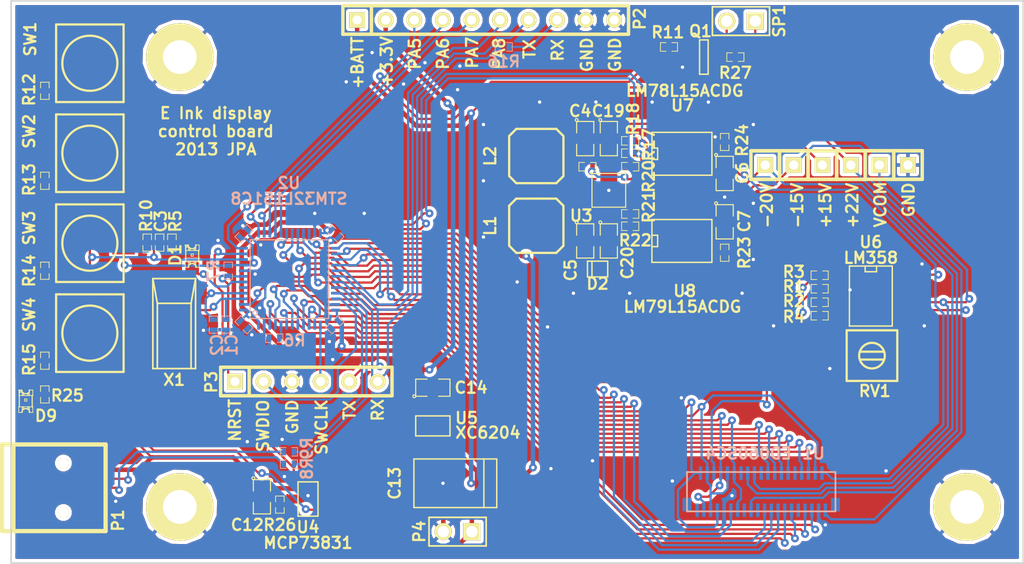
<source format=kicad_pcb>
(kicad_pcb (version 3) (host pcbnew "(2013-mar-13)-testing")

  (general
    (links 200)
    (no_connects 0)
    (area 212.944445 69.833334 305.075001 120.075001)
    (thickness 1.6)
    (drawings 21)
    (tracks 1251)
    (zones 0)
    (modules 78)
    (nets 70)
  )

  (page A3)
  (layers
    (15 F.Cu signal)
    (0 B.Cu signal)
    (16 B.Adhes user)
    (17 F.Adhes user)
    (18 B.Paste user)
    (19 F.Paste user)
    (20 B.SilkS user)
    (21 F.SilkS user)
    (22 B.Mask user)
    (23 F.Mask user)
    (24 Dwgs.User user)
    (25 Cmts.User user)
    (26 Eco1.User user)
    (27 Eco2.User user)
    (28 Edge.Cuts user)
  )

  (setup
    (last_trace_width 0.4)
    (user_trace_width 0.4)
    (trace_clearance 0.2)
    (zone_clearance 0.3)
    (zone_45_only no)
    (trace_min 0.1524)
    (segment_width 0.2)
    (edge_width 0.15)
    (via_size 0.7)
    (via_drill 0.3)
    (via_min_size 0.648)
    (via_min_drill 0.3)
    (uvia_size 0.508)
    (uvia_drill 0.127)
    (uvias_allowed no)
    (uvia_min_size 0.508)
    (uvia_min_drill 0.127)
    (pcb_text_width 0.3)
    (pcb_text_size 1 1)
    (mod_edge_width 0.2)
    (mod_text_size 1 1)
    (mod_text_width 0.2)
    (pad_size 2 2)
    (pad_drill 0)
    (pad_to_mask_clearance 0.15)
    (solder_mask_min_width 0.1)
    (aux_axis_origin 215 70)
    (visible_elements FFFFFFBF)
    (pcbplotparams
      (layerselection 15761409)
      (usegerberextensions true)
      (excludeedgelayer false)
      (linewidth 152400)
      (plotframeref false)
      (viasonmask false)
      (mode 1)
      (useauxorigin true)
      (hpglpennumber 1)
      (hpglpenspeed 20)
      (hpglpendiameter 15)
      (hpglpenoverlay 2)
      (psnegative false)
      (psa4output false)
      (plotreference true)
      (plotvalue true)
      (plotothertext true)
      (plotinvisibletext false)
      (padsonsilk false)
      (subtractmaskfromsilk true)
      (outputformat 1)
      (mirror false)
      (drillshape 0)
      (scaleselection 1)
      (outputdirectory /home/petteri/svn-jpa/uunimittari/receiver_pcb/gerber_preview/))
  )

  (net 0 "")
  (net 1 +3.3V)
  (net 2 +BATT)
  (net 3 /BOOT0)
  (net 4 /BUTTONS_IN)
  (net 5 /CKV)
  (net 6 /CL)
  (net 7 /D0)
  (net 8 /D1)
  (net 9 /D2)
  (net 10 /D3)
  (net 11 /D4)
  (net 12 /D5)
  (net 13 /D6)
  (net 14 /D7)
  (net 15 "/E Ink Power Supply/+15V")
  (net 16 "/E Ink Power Supply/+22V")
  (net 17 "/E Ink Power Supply/-15V")
  (net 18 "/E Ink Power Supply/-20V")
  (net 19 "/E Ink Power Supply/SHDN_NEG")
  (net 20 "/E Ink Power Supply/SHDN_POS")
  (net 21 /EINK_VDD)
  (net 22 /GMODE)
  (net 23 /LE)
  (net 24 /NRST)
  (net 25 /OE)
  (net 26 /PA6)
  (net 27 /PA7)
  (net 28 /PA8)
  (net 29 "/Power and charge/+5V_IN")
  (net 30 /RL)
  (net 31 /SPEAKER_OUT)
  (net 32 /SPH)
  (net 33 /SPR)
  (net 34 /SPV)
  (net 35 /SWCLK)
  (net 36 /SWDIO)
  (net 37 /USART1_RX)
  (net 38 /USART1_TX)
  (net 39 /USBDM)
  (net 40 /USBDP)
  (net 41 /VBORDER)
  (net 42 /VBORDER_CTRL)
  (net 43 /VCOM)
  (net 44 GND)
  (net 45 N-0000013)
  (net 46 N-0000015)
  (net 47 N-0000017)
  (net 48 N-0000018)
  (net 49 N-0000019)
  (net 50 N-0000022)
  (net 51 N-0000029)
  (net 52 N-0000032)
  (net 53 N-0000055)
  (net 54 N-0000056)
  (net 55 N-0000057)
  (net 56 N-0000058)
  (net 57 N-0000059)
  (net 58 N-0000060)
  (net 59 N-0000065)
  (net 60 N-0000066)
  (net 61 N-0000067)
  (net 62 N-0000068)
  (net 63 N-0000069)
  (net 64 N-000007)
  (net 65 N-0000070)
  (net 66 N-0000071)
  (net 67 N-0000072)
  (net 68 N-0000073)
  (net 69 N-000008)

  (net_class Default "This is the default net class."
    (clearance 0.2)
    (trace_width 0.2)
    (via_dia 0.7)
    (via_drill 0.3)
    (uvia_dia 0.508)
    (uvia_drill 0.127)
    (add_net "")
    (add_net +3.3V)
    (add_net +BATT)
    (add_net /BOOT0)
    (add_net /BUTTONS_IN)
    (add_net /CKV)
    (add_net /CL)
    (add_net /D0)
    (add_net /D1)
    (add_net /D2)
    (add_net /D3)
    (add_net /D4)
    (add_net /D5)
    (add_net /D6)
    (add_net /D7)
    (add_net "/E Ink Power Supply/+15V")
    (add_net "/E Ink Power Supply/+22V")
    (add_net "/E Ink Power Supply/-15V")
    (add_net "/E Ink Power Supply/-20V")
    (add_net "/E Ink Power Supply/SHDN_NEG")
    (add_net "/E Ink Power Supply/SHDN_POS")
    (add_net /EINK_VDD)
    (add_net /GMODE)
    (add_net /LE)
    (add_net /NRST)
    (add_net /OE)
    (add_net /PA6)
    (add_net /PA7)
    (add_net /PA8)
    (add_net "/Power and charge/+5V_IN")
    (add_net /RL)
    (add_net /SPEAKER_OUT)
    (add_net /SPH)
    (add_net /SPR)
    (add_net /SPV)
    (add_net /SWCLK)
    (add_net /SWDIO)
    (add_net /USART1_RX)
    (add_net /USART1_TX)
    (add_net /USBDM)
    (add_net /USBDP)
    (add_net /VBORDER)
    (add_net /VBORDER_CTRL)
    (add_net /VCOM)
    (add_net GND)
    (add_net N-0000013)
    (add_net N-0000015)
    (add_net N-0000017)
    (add_net N-0000018)
    (add_net N-0000019)
    (add_net N-0000022)
    (add_net N-0000029)
    (add_net N-0000032)
    (add_net N-0000055)
    (add_net N-0000056)
    (add_net N-0000057)
    (add_net N-0000058)
    (add_net N-0000059)
    (add_net N-0000060)
    (add_net N-0000065)
    (add_net N-0000066)
    (add_net N-0000067)
    (add_net N-0000068)
    (add_net N-0000069)
    (add_net N-000007)
    (add_net N-0000070)
    (add_net N-0000071)
    (add_net N-0000072)
    (add_net N-0000073)
    (add_net N-000008)
  )

  (module LQFP48 (layer B.Cu) (tedit 515C5D36) (tstamp 514EF99B)
    (at 239.75 94.75)
    (path /514DE935)
    (attr smd)
    (fp_text reference U2 (at -0.05 -8.55 180) (layer B.SilkS)
      (effects (font (size 1 1) (thickness 0.2)) (justify mirror))
    )
    (fp_text value STM32L151C8 (at -0.05 -7.15 180) (layer B.SilkS)
      (effects (font (size 1 1) (thickness 0.2)) (justify mirror))
    )
    (fp_circle (center -3.04796 2.99796) (end -3.04796 3.19862) (layer B.SilkS) (width 0.09906))
    (fp_line (start -3.49758 3.49758) (end -3.49758 -3.49758) (layer B.SilkS) (width 0.09906))
    (fp_line (start -3.49758 -3.49758) (end 3.49758 -3.49758) (layer B.SilkS) (width 0.09906))
    (fp_line (start 3.49758 -3.49758) (end 3.49758 3.49758) (layer B.SilkS) (width 0.09906))
    (fp_line (start 3.49758 3.49758) (end -3.49758 3.49758) (layer B.SilkS) (width 0.09906))
    (pad 12 smd rect (at -4.09702 -2.74828) (size 0.8001 0.24892)
      (layers B.Cu B.Paste B.Mask)
      (net 20 "/E Ink Power Supply/SHDN_POS")
    )
    (pad 11 smd rect (at -4.09702 -2.2479) (size 0.8001 0.25146)
      (layers B.Cu B.Paste B.Mask)
      (net 29 "/Power and charge/+5V_IN")
    )
    (pad 10 smd rect (at -4.09702 -1.74752) (size 0.8001 0.25146)
      (layers B.Cu B.Paste B.Mask)
      (net 4 /BUTTONS_IN)
    )
    (pad 9 smd rect (at -4.09702 -1.24714) (size 0.8001 0.25146)
      (layers B.Cu B.Paste B.Mask)
      (net 1 +3.3V)
    )
    (pad 8 smd rect (at -4.09702 -0.7493) (size 0.8001 0.24892)
      (layers B.Cu B.Paste B.Mask)
      (net 44 GND)
    )
    (pad 7 smd rect (at -4.09702 -0.24892) (size 0.8001 0.24892)
      (layers B.Cu B.Paste B.Mask)
      (net 24 /NRST)
    )
    (pad 6 smd rect (at -4.09702 0.24892) (size 0.8001 0.24892)
      (layers B.Cu B.Paste B.Mask)
      (net 47 N-0000017)
    )
    (pad 5 smd rect (at -4.09702 0.7493) (size 0.8001 0.24892)
      (layers B.Cu B.Paste B.Mask)
    )
    (pad 4 smd rect (at -4.09702 1.24714) (size 0.8001 0.25146)
      (layers B.Cu B.Paste B.Mask)
      (net 49 N-0000019)
    )
    (pad 3 smd rect (at -4.09702 1.74752) (size 0.8001 0.25146)
      (layers B.Cu B.Paste B.Mask)
      (net 50 N-0000022)
    )
    (pad 2 smd rect (at -4.09702 2.2479) (size 0.8001 0.25146)
      (layers B.Cu B.Paste B.Mask)
      (net 22 /GMODE)
    )
    (pad 1 smd rect (at -4.09702 2.74828) (size 0.8001 0.24892)
      (layers B.Cu B.Paste B.Mask)
      (net 1 +3.3V)
    )
    (pad 48 smd rect (at -2.74828 4.09702) (size 0.24892 0.8001)
      (layers B.Cu B.Paste B.Mask)
      (net 1 +3.3V)
    )
    (pad 47 smd rect (at -2.2479 4.09702) (size 0.25146 0.8001)
      (layers B.Cu B.Paste B.Mask)
      (net 44 GND)
    )
    (pad 46 smd rect (at -1.74752 4.09702) (size 0.25146 0.8001)
      (layers B.Cu B.Paste B.Mask)
      (net 8 /D1)
    )
    (pad 45 smd rect (at -1.24714 4.09702) (size 0.25146 0.8001)
      (layers B.Cu B.Paste B.Mask)
      (net 7 /D0)
    )
    (pad 44 smd rect (at -0.7493 4.09702) (size 0.24892 0.8001)
      (layers B.Cu B.Paste B.Mask)
      (net 3 /BOOT0)
    )
    (pad 43 smd rect (at -0.24892 4.09702) (size 0.24892 0.8001)
      (layers B.Cu B.Paste B.Mask)
      (net 32 /SPH)
    )
    (pad 42 smd rect (at 0.24892 4.09702) (size 0.24892 0.8001)
      (layers B.Cu B.Paste B.Mask)
      (net 33 /SPR)
    )
    (pad 41 smd rect (at 0.7493 4.09702) (size 0.24892 0.8001)
      (layers B.Cu B.Paste B.Mask)
      (net 25 /OE)
    )
    (pad 40 smd rect (at 1.24714 4.09702) (size 0.25146 0.8001)
      (layers B.Cu B.Paste B.Mask)
      (net 23 /LE)
    )
    (pad 39 smd rect (at 1.74752 4.09702) (size 0.25146 0.8001)
      (layers B.Cu B.Paste B.Mask)
      (net 6 /CL)
    )
    (pad 38 smd rect (at 2.2479 4.09702) (size 0.25146 0.8001)
      (layers B.Cu B.Paste B.Mask)
      (net 21 /EINK_VDD)
    )
    (pad 37 smd rect (at 2.74828 4.09702) (size 0.24892 0.8001)
      (layers B.Cu B.Paste B.Mask)
      (net 35 /SWCLK)
    )
    (pad 25 smd rect (at 4.09702 -2.74828) (size 0.8001 0.24892)
      (layers B.Cu B.Paste B.Mask)
      (net 11 /D4)
    )
    (pad 26 smd rect (at 4.09702 -2.2479) (size 0.8001 0.25146)
      (layers B.Cu B.Paste B.Mask)
      (net 12 /D5)
    )
    (pad 27 smd rect (at 4.09702 -1.74752) (size 0.8001 0.25146)
      (layers B.Cu B.Paste B.Mask)
      (net 13 /D6)
    )
    (pad 28 smd rect (at 4.09702 -1.24714) (size 0.8001 0.25146)
      (layers B.Cu B.Paste B.Mask)
      (net 14 /D7)
    )
    (pad 29 smd rect (at 4.09702 -0.7493) (size 0.8001 0.24892)
      (layers B.Cu B.Paste B.Mask)
      (net 28 /PA8)
    )
    (pad 30 smd rect (at 4.09702 -0.24892) (size 0.8001 0.24892)
      (layers B.Cu B.Paste B.Mask)
      (net 38 /USART1_TX)
    )
    (pad 31 smd rect (at 4.09702 0.24892) (size 0.8001 0.24892)
      (layers B.Cu B.Paste B.Mask)
      (net 37 /USART1_RX)
    )
    (pad 32 smd rect (at 4.09702 0.7493) (size 0.8001 0.24892)
      (layers B.Cu B.Paste B.Mask)
      (net 39 /USBDM)
    )
    (pad 33 smd rect (at 4.09702 1.24714) (size 0.8001 0.25146)
      (layers B.Cu B.Paste B.Mask)
      (net 40 /USBDP)
    )
    (pad 34 smd rect (at 4.09702 1.74752) (size 0.8001 0.25146)
      (layers B.Cu B.Paste B.Mask)
      (net 36 /SWDIO)
    )
    (pad 35 smd rect (at 4.09702 2.2479) (size 0.8001 0.25146)
      (layers B.Cu B.Paste B.Mask)
      (net 44 GND)
    )
    (pad 36 smd rect (at 4.09702 2.74828) (size 0.8001 0.24892)
      (layers B.Cu B.Paste B.Mask)
      (net 1 +3.3V)
    )
    (pad 13 smd rect (at -2.74828 -4.09702) (size 0.24892 0.8001)
      (layers B.Cu B.Paste B.Mask)
      (net 19 "/E Ink Power Supply/SHDN_NEG")
    )
    (pad 14 smd rect (at -2.2479 -4.09702) (size 0.25146 0.8001)
      (layers B.Cu B.Paste B.Mask)
      (net 42 /VBORDER_CTRL)
    )
    (pad 15 smd rect (at -1.74752 -4.09702) (size 0.25146 0.8001)
      (layers B.Cu B.Paste B.Mask)
      (net 31 /SPEAKER_OUT)
    )
    (pad 16 smd rect (at -1.24714 -4.09702) (size 0.25146 0.8001)
      (layers B.Cu B.Paste B.Mask)
      (net 26 /PA6)
    )
    (pad 17 smd rect (at -0.7493 -4.09702) (size 0.24892 0.8001)
      (layers B.Cu B.Paste B.Mask)
      (net 27 /PA7)
    )
    (pad 18 smd rect (at -0.24892 -4.09702) (size 0.24892 0.8001)
      (layers B.Cu B.Paste B.Mask)
      (net 30 /RL)
    )
    (pad 19 smd rect (at 0.24892 -4.09702) (size 0.24892 0.8001)
      (layers B.Cu B.Paste B.Mask)
      (net 34 /SPV)
    )
    (pad 20 smd rect (at 0.7493 -4.09702) (size 0.24892 0.8001)
      (layers B.Cu B.Paste B.Mask)
      (net 5 /CKV)
    )
    (pad 21 smd rect (at 1.24714 -4.09702) (size 0.25146 0.8001)
      (layers B.Cu B.Paste B.Mask)
      (net 9 /D2)
    )
    (pad 22 smd rect (at 1.74752 -4.09702) (size 0.25146 0.8001)
      (layers B.Cu B.Paste B.Mask)
      (net 10 /D3)
    )
    (pad 23 smd rect (at 2.2479 -4.09702) (size 0.25146 0.8001)
      (layers B.Cu B.Paste B.Mask)
      (net 44 GND)
    )
    (pad 24 smd rect (at 2.74828 -4.09702) (size 0.24892 0.8001)
      (layers B.Cu B.Paste B.Mask)
      (net 1 +3.3V)
    )
  )

  (module USB_MINI_B (layer F.Cu) (tedit 515C625E) (tstamp 514EF60A)
    (at 218.8 113.3)
    (descr "USB Mini-B 5-pin SMD connector")
    (tags "USB, Mini-B, connector")
    (path /514F4B05)
    (fp_text reference P1 (at 5.7 2.9 90) (layer F.SilkS)
      (effects (font (size 1 1) (thickness 0.2)))
    )
    (fp_text value USB-MINI-B (at 0 -7.0993) (layer F.SilkS) hide
      (effects (font (size 1 1) (thickness 0.2)))
    )
    (fp_line (start -3.59918 -3.85064) (end -3.59918 3.85064) (layer F.SilkS) (width 0.381))
    (fp_line (start -4.59994 -3.85064) (end -4.59994 3.85064) (layer F.SilkS) (width 0.381))
    (fp_line (start -4.59994 3.85064) (end 4.59994 3.85064) (layer F.SilkS) (width 0.381))
    (fp_line (start 4.59994 3.85064) (end 4.59994 -3.85064) (layer F.SilkS) (width 0.381))
    (fp_line (start 4.59994 -3.85064) (end -4.59994 -3.85064) (layer F.SilkS) (width 0.381))
    (pad 1 smd rect (at 3.44932 -1.6002) (size 2.30124 0.50038)
      (layers F.Cu F.Paste F.Mask)
      (net 29 "/Power and charge/+5V_IN")
    )
    (pad 2 smd rect (at 3.44932 -0.8001) (size 2.30124 0.50038)
      (layers F.Cu F.Paste F.Mask)
      (net 69 N-000008)
    )
    (pad 3 smd rect (at 3.44932 0) (size 2.30124 0.50038)
      (layers F.Cu F.Paste F.Mask)
      (net 64 N-000007)
    )
    (pad 4 smd rect (at 3.44932 0.8001) (size 2.30124 0.50038)
      (layers F.Cu F.Paste F.Mask)
    )
    (pad 5 smd rect (at 3.44932 1.6002) (size 2.30124 0.50038)
      (layers F.Cu F.Paste F.Mask)
      (net 44 GND)
    )
    (pad 6 smd rect (at 3.35026 -4.45008) (size 2.49936 1.99898)
      (layers F.Cu F.Paste F.Mask)
      (net 44 GND)
    )
    (pad 7 smd rect (at -2.14884 -4.45008) (size 2.49936 1.99898)
      (layers F.Cu F.Paste F.Mask)
      (net 44 GND)
    )
    (pad 8 smd rect (at 3.35026 4.45008) (size 2.49936 1.99898)
      (layers F.Cu F.Paste F.Mask)
      (net 44 GND)
    )
    (pad 9 smd rect (at -2.14884 4.45008) (size 2.49936 1.99898)
      (layers F.Cu F.Paste F.Mask)
      (net 44 GND)
    )
    (pad "" thru_hole circle (at 0.8509 -2.19964) (size 0.89916 0.89916) (drill 0.89916)
      (layers *.Cu *.Mask F.SilkS)
    )
    (pad "" thru_hole circle (at 0.8509 2.19964) (size 0.89916 0.89916) (drill 0.89916)
      (layers *.Cu *.Mask F.SilkS)
    )
  )

  (module DFN10 (layer F.Cu) (tedit 515C5C21) (tstamp 514F898D)
    (at 268.15 86.85 270)
    (path /514EB7F9/514EB801)
    (attr smd)
    (fp_text reference U3 (at 2.25 2.45 360) (layer F.SilkS)
      (effects (font (size 1 1) (thickness 0.2)))
    )
    (fp_text value LT3463 (at 0 0.381 270) (layer F.SilkS) hide
      (effects (font (size 1 1) (thickness 0.2)))
    )
    (fp_circle (center -1.59766 1.59766) (end -1.59766 1.4986) (layer F.SilkS) (width 0.09906))
    (fp_line (start -1.4986 1.4986) (end -1.4986 -1.4986) (layer F.SilkS) (width 0.09906))
    (fp_line (start -1.4986 -1.4986) (end 1.4986 -1.4986) (layer F.SilkS) (width 0.09906))
    (fp_line (start 1.4986 -1.4986) (end 1.4986 1.4986) (layer F.SilkS) (width 0.09906))
    (fp_line (start 1.4986 1.4986) (end -1.4986 1.4986) (layer F.SilkS) (width 0.09906))
    (pad 11 smd rect (at 0 0 270) (size 5 1.5)
      (layers F.Cu F.Paste F.Mask)
      (net 44 GND)
    )
    (pad 1 smd rect (at -1 1.6 270) (size 0.2 1)
      (layers F.Cu F.Paste F.Mask)
      (net 16 "/E Ink Power Supply/+22V")
    )
    (pad 10 smd rect (at -1 -1.6 270) (size 0.2 1)
      (layers F.Cu F.Paste F.Mask)
      (net 61 N-0000067)
    )
    (pad 2 smd rect (at -0.5 1.6 270) (size 0.2 1)
      (layers F.Cu F.Paste F.Mask)
      (net 60 N-0000066)
    )
    (pad 9 smd rect (at -0.5 -1.6 270) (size 0.2 1)
      (layers F.Cu F.Paste F.Mask)
      (net 20 "/E Ink Power Supply/SHDN_POS")
    )
    (pad 3 smd rect (at 0 1.6 270) (size 0.2 1)
      (layers F.Cu F.Paste F.Mask)
      (net 2 +BATT)
    )
    (pad 8 smd rect (at 0 -1.6 270) (size 0.2 1)
      (layers F.Cu F.Paste F.Mask)
      (net 19 "/E Ink Power Supply/SHDN_NEG")
    )
    (pad 4 smd rect (at 0.5 1.6 270) (size 0.2 1)
      (layers F.Cu F.Paste F.Mask)
      (net 59 N-0000065)
    )
    (pad 7 smd rect (at 0.5 -1.6 270) (size 0.2 1)
      (layers F.Cu F.Paste F.Mask)
      (net 63 N-0000069)
    )
    (pad 5 smd rect (at 1 1.6 270) (size 0.2 1)
      (layers F.Cu F.Paste F.Mask)
      (net 65 N-0000070)
    )
    (pad 6 smd rect (at 1 -1.6 270) (size 0.2 1)
      (layers F.Cu F.Paste F.Mask)
      (net 62 N-0000068)
    )
  )

  (module SOT23EBC   placed (layer F.Cu) (tedit 515C5C7F) (tstamp 514EF615)
    (at 276.6 75 90)
    (descr "Module CMS SOT23 Transistore EBC")
    (tags "CMS SOT")
    (path /514F7D45)
    (attr smd)
    (fp_text reference Q1 (at 2.3 -0.3 180) (layer F.SilkS)
      (effects (font (size 1 1) (thickness 0.2)))
    )
    (fp_text value BC847C (at 0 0 90) (layer F.SilkS) hide
      (effects (font (size 1 1) (thickness 0.2)))
    )
    (fp_line (start -1.524 -0.381) (end 1.524 -0.381) (layer F.SilkS) (width 0.127))
    (fp_line (start 1.524 -0.381) (end 1.524 0.381) (layer F.SilkS) (width 0.127))
    (fp_line (start 1.524 0.381) (end -1.524 0.381) (layer F.SilkS) (width 0.127))
    (fp_line (start -1.524 0.381) (end -1.524 -0.381) (layer F.SilkS) (width 0.127))
    (pad 1 smd rect (at -0.889 -1.016 90) (size 0.9144 0.9144)
      (layers F.Cu F.Paste F.Mask)
      (net 44 GND)
    )
    (pad 2 smd rect (at 0.889 -1.016 90) (size 0.9144 0.9144)
      (layers F.Cu F.Paste F.Mask)
      (net 45 N-0000013)
    )
    (pad 3 smd rect (at 0 1.016 90) (size 0.9144 0.9144)
      (layers F.Cu F.Paste F.Mask)
      (net 46 N-0000015)
    )
    (model smd/cms_sot23.wrl
      (at (xyz 0 0 0))
      (scale (xyz 0.13 0.15 0.15))
      (rotate (xyz 0 0 0))
    )
  )

  (module SOT23-5   placed (layer F.Cu) (tedit 51742EDE) (tstamp 514EF622)
    (at 252.5 107.8)
    (path /514FBF25/5174316D)
    (attr smd)
    (fp_text reference U5 (at 3 -0.7 180) (layer F.SilkS)
      (effects (font (size 1 1) (thickness 0.2)))
    )
    (fp_text value XC6204 (at 4.9 0.6) (layer F.SilkS)
      (effects (font (size 1 1) (thickness 0.2)))
    )
    (fp_line (start 1.524 -0.889) (end 1.524 0.889) (layer F.SilkS) (width 0.127))
    (fp_line (start 1.524 0.889) (end -1.524 0.889) (layer F.SilkS) (width 0.127))
    (fp_line (start -1.524 0.889) (end -1.524 -0.889) (layer F.SilkS) (width 0.127))
    (fp_line (start -1.524 -0.889) (end 1.524 -0.889) (layer F.SilkS) (width 0.127))
    (pad 1 smd rect (at -0.9525 1.27) (size 0.508 0.762)
      (layers F.Cu F.Paste F.Mask)
      (net 2 +BATT)
    )
    (pad 3 smd rect (at 0.9525 1.27) (size 0.508 0.762)
      (layers F.Cu F.Paste F.Mask)
      (net 2 +BATT)
    )
    (pad 5 smd rect (at -0.9525 -1.27) (size 0.508 0.762)
      (layers F.Cu F.Paste F.Mask)
      (net 1 +3.3V)
    )
    (pad 2 smd rect (at 0 1.27) (size 0.508 0.762)
      (layers F.Cu F.Paste F.Mask)
      (net 44 GND)
    )
    (pad 4 smd rect (at 0.9525 -1.27) (size 0.508 0.762)
      (layers F.Cu F.Paste F.Mask)
    )
    (model smd/SOT23_5.wrl
      (at (xyz 0 0 0))
      (scale (xyz 0.1 0.1 0.1))
      (rotate (xyz 0 0 0))
    )
  )

  (module SOT23-5   placed (layer F.Cu) (tedit 51534F62) (tstamp 514EF62F)
    (at 241.4 114.3 90)
    (path /514FBF25/514FBF3F)
    (attr smd)
    (fp_text reference U4 (at -2.5 0 180) (layer F.SilkS)
      (effects (font (size 1 1) (thickness 0.2)))
    )
    (fp_text value MCP73831 (at -3.9 0 180) (layer F.SilkS)
      (effects (font (size 1 1) (thickness 0.2)))
    )
    (fp_line (start 1.524 -0.889) (end 1.524 0.889) (layer F.SilkS) (width 0.127))
    (fp_line (start 1.524 0.889) (end -1.524 0.889) (layer F.SilkS) (width 0.127))
    (fp_line (start -1.524 0.889) (end -1.524 -0.889) (layer F.SilkS) (width 0.127))
    (fp_line (start -1.524 -0.889) (end 1.524 -0.889) (layer F.SilkS) (width 0.127))
    (pad 1 smd rect (at -0.9525 1.27 90) (size 0.508 0.762)
      (layers F.Cu F.Paste F.Mask)
      (net 66 N-0000071)
    )
    (pad 3 smd rect (at 0.9525 1.27 90) (size 0.508 0.762)
      (layers F.Cu F.Paste F.Mask)
      (net 2 +BATT)
    )
    (pad 5 smd rect (at -0.9525 -1.27 90) (size 0.508 0.762)
      (layers F.Cu F.Paste F.Mask)
      (net 68 N-0000073)
    )
    (pad 2 smd rect (at 0 1.27 90) (size 0.508 0.762)
      (layers F.Cu F.Paste F.Mask)
      (net 44 GND)
    )
    (pad 4 smd rect (at 0.9525 -1.27 90) (size 0.508 0.762)
      (layers F.Cu F.Paste F.Mask)
      (net 29 "/Power and charge/+5V_IN")
    )
    (model smd/SOT23_5.wrl
      (at (xyz 0 0 0))
      (scale (xyz 0.1 0.1 0.1))
      (rotate (xyz 0 0 0))
    )
  )

  (module SM0805 (layer F.Cu) (tedit 51742FED) (tstamp 51742F09)
    (at 252.5 104.4)
    (path /514FBF25/514EF13D)
    (attr smd)
    (fp_text reference C14 (at 3.4 0) (layer F.SilkS)
      (effects (font (size 1 1) (thickness 0.2)))
    )
    (fp_text value 4.7µF (at 0 0.381) (layer F.SilkS) hide
      (effects (font (size 1 1) (thickness 0.2)))
    )
    (fp_circle (center -1.651 0.762) (end -1.651 0.635) (layer F.SilkS) (width 0.09906))
    (fp_line (start -0.508 0.762) (end -1.524 0.762) (layer F.SilkS) (width 0.09906))
    (fp_line (start -1.524 0.762) (end -1.524 -0.762) (layer F.SilkS) (width 0.09906))
    (fp_line (start -1.524 -0.762) (end -0.508 -0.762) (layer F.SilkS) (width 0.09906))
    (fp_line (start 0.508 -0.762) (end 1.524 -0.762) (layer F.SilkS) (width 0.09906))
    (fp_line (start 1.524 -0.762) (end 1.524 0.762) (layer F.SilkS) (width 0.09906))
    (fp_line (start 1.524 0.762) (end 0.508 0.762) (layer F.SilkS) (width 0.09906))
    (pad 1 smd rect (at -0.9525 0) (size 0.889 1.397)
      (layers F.Cu F.Paste F.Mask)
      (net 1 +3.3V)
    )
    (pad 2 smd rect (at 0.9525 0) (size 0.889 1.397)
      (layers F.Cu F.Paste F.Mask)
      (net 44 GND)
    )
    (model smd/chip_cms.wrl
      (at (xyz 0 0 0))
      (scale (xyz 0.1 0.1 0.1))
      (rotate (xyz 0 0 0))
    )
  )

  (module SM0805 (layer F.Cu) (tedit 515351A4) (tstamp 514EF649)
    (at 266.05 91.35 270)
    (path /514EB7F9/514EBA35)
    (attr smd)
    (fp_text reference C5 (at 2.6 1.3 450) (layer F.SilkS)
      (effects (font (size 1 1) (thickness 0.2)))
    )
    (fp_text value 1µF (at 0 0.381 270) (layer F.SilkS) hide
      (effects (font (size 1 1) (thickness 0.2)))
    )
    (fp_circle (center -1.651 0.762) (end -1.651 0.635) (layer F.SilkS) (width 0.09906))
    (fp_line (start -0.508 0.762) (end -1.524 0.762) (layer F.SilkS) (width 0.09906))
    (fp_line (start -1.524 0.762) (end -1.524 -0.762) (layer F.SilkS) (width 0.09906))
    (fp_line (start -1.524 -0.762) (end -0.508 -0.762) (layer F.SilkS) (width 0.09906))
    (fp_line (start 0.508 -0.762) (end 1.524 -0.762) (layer F.SilkS) (width 0.09906))
    (fp_line (start 1.524 -0.762) (end 1.524 0.762) (layer F.SilkS) (width 0.09906))
    (fp_line (start 1.524 0.762) (end 0.508 0.762) (layer F.SilkS) (width 0.09906))
    (pad 1 smd rect (at -0.9525 0 270) (size 0.889 1.397)
      (layers F.Cu F.Paste F.Mask)
      (net 59 N-0000065)
    )
    (pad 2 smd rect (at 0.9525 0 270) (size 0.889 1.397)
      (layers F.Cu F.Paste F.Mask)
      (net 65 N-0000070)
    )
    (model smd/chip_cms.wrl
      (at (xyz 0 0 0))
      (scale (xyz 0.1 0.1 0.1))
      (rotate (xyz 0 0 0))
    )
  )

  (module SM0805 (layer F.Cu) (tedit 516B0338) (tstamp 514EF656)
    (at 278.45 85.35 270)
    (path /514EB7F9/514EB9BE)
    (attr smd)
    (fp_text reference C6 (at -0.05 -1.55 450) (layer F.SilkS)
      (effects (font (size 1 1) (thickness 0.2)))
    )
    (fp_text value 4.7µF (at 0 0.381 270) (layer F.SilkS) hide
      (effects (font (size 1 1) (thickness 0.2)))
    )
    (fp_circle (center -1.651 0.762) (end -1.651 0.635) (layer F.SilkS) (width 0.09906))
    (fp_line (start -0.508 0.762) (end -1.524 0.762) (layer F.SilkS) (width 0.09906))
    (fp_line (start -1.524 0.762) (end -1.524 -0.762) (layer F.SilkS) (width 0.09906))
    (fp_line (start -1.524 -0.762) (end -0.508 -0.762) (layer F.SilkS) (width 0.09906))
    (fp_line (start 0.508 -0.762) (end 1.524 -0.762) (layer F.SilkS) (width 0.09906))
    (fp_line (start 1.524 -0.762) (end 1.524 0.762) (layer F.SilkS) (width 0.09906))
    (fp_line (start 1.524 0.762) (end 0.508 0.762) (layer F.SilkS) (width 0.09906))
    (pad 1 smd rect (at -0.9525 0 270) (size 0.889 1.397)
      (layers F.Cu F.Paste F.Mask)
      (net 15 "/E Ink Power Supply/+15V")
    )
    (pad 2 smd rect (at 0.9525 0 270) (size 0.889 1.397)
      (layers F.Cu F.Paste F.Mask)
      (net 44 GND)
    )
    (model smd/chip_cms.wrl
      (at (xyz 0 0 0))
      (scale (xyz 0.1 0.1 0.1))
      (rotate (xyz 0 0 0))
    )
  )

  (module SM0805   placed (layer F.Cu) (tedit 516B03D1) (tstamp 514EF663)
    (at 266.05 82.25 270)
    (path /514EB7F9/514EB8BF)
    (attr smd)
    (fp_text reference C4 (at -2.45 0.45 360) (layer F.SilkS)
      (effects (font (size 1 1) (thickness 0.2)))
    )
    (fp_text value 4.7µF (at 0 0.381 270) (layer F.SilkS) hide
      (effects (font (size 1 1) (thickness 0.2)))
    )
    (fp_circle (center -1.651 0.762) (end -1.651 0.635) (layer F.SilkS) (width 0.09906))
    (fp_line (start -0.508 0.762) (end -1.524 0.762) (layer F.SilkS) (width 0.09906))
    (fp_line (start -1.524 0.762) (end -1.524 -0.762) (layer F.SilkS) (width 0.09906))
    (fp_line (start -1.524 -0.762) (end -0.508 -0.762) (layer F.SilkS) (width 0.09906))
    (fp_line (start 0.508 -0.762) (end 1.524 -0.762) (layer F.SilkS) (width 0.09906))
    (fp_line (start 1.524 -0.762) (end 1.524 0.762) (layer F.SilkS) (width 0.09906))
    (fp_line (start 1.524 0.762) (end 0.508 0.762) (layer F.SilkS) (width 0.09906))
    (pad 1 smd rect (at -0.9525 0 270) (size 0.889 1.397)
      (layers F.Cu F.Paste F.Mask)
      (net 2 +BATT)
    )
    (pad 2 smd rect (at 0.9525 0 270) (size 0.889 1.397)
      (layers F.Cu F.Paste F.Mask)
      (net 44 GND)
    )
    (model smd/chip_cms.wrl
      (at (xyz 0 0 0))
      (scale (xyz 0.1 0.1 0.1))
      (rotate (xyz 0 0 0))
    )
  )

  (module SM0805 (layer F.Cu) (tedit 516C2285) (tstamp 514EF670)
    (at 237.3 114.1 270)
    (path /514FBF25/514EF051)
    (attr smd)
    (fp_text reference C12 (at 2.5 1.3 540) (layer F.SilkS)
      (effects (font (size 1 1) (thickness 0.2)))
    )
    (fp_text value 4.7µF (at 0 0.381 270) (layer F.SilkS) hide
      (effects (font (size 1 1) (thickness 0.2)))
    )
    (fp_circle (center -1.651 0.762) (end -1.651 0.635) (layer F.SilkS) (width 0.09906))
    (fp_line (start -0.508 0.762) (end -1.524 0.762) (layer F.SilkS) (width 0.09906))
    (fp_line (start -1.524 0.762) (end -1.524 -0.762) (layer F.SilkS) (width 0.09906))
    (fp_line (start -1.524 -0.762) (end -0.508 -0.762) (layer F.SilkS) (width 0.09906))
    (fp_line (start 0.508 -0.762) (end 1.524 -0.762) (layer F.SilkS) (width 0.09906))
    (fp_line (start 1.524 -0.762) (end 1.524 0.762) (layer F.SilkS) (width 0.09906))
    (fp_line (start 1.524 0.762) (end 0.508 0.762) (layer F.SilkS) (width 0.09906))
    (pad 1 smd rect (at -0.9525 0 270) (size 0.889 1.397)
      (layers F.Cu F.Paste F.Mask)
      (net 29 "/Power and charge/+5V_IN")
    )
    (pad 2 smd rect (at 0.9525 0 270) (size 0.889 1.397)
      (layers F.Cu F.Paste F.Mask)
      (net 44 GND)
    )
    (model smd/chip_cms.wrl
      (at (xyz 0 0 0))
      (scale (xyz 0.1 0.1 0.1))
      (rotate (xyz 0 0 0))
    )
  )

  (module SM0805   placed (layer F.Cu) (tedit 516B033E) (tstamp 514EF68A)
    (at 278.45 89.65 270)
    (path /514EB7F9/514EBB53)
    (attr smd)
    (fp_text reference C7 (at -0.05 -1.75 450) (layer F.SilkS)
      (effects (font (size 1 1) (thickness 0.2)))
    )
    (fp_text value 4.7µF (at 0 0.381 360) (layer F.SilkS) hide
      (effects (font (size 1 1) (thickness 0.2)))
    )
    (fp_circle (center -1.651 0.762) (end -1.651 0.635) (layer F.SilkS) (width 0.09906))
    (fp_line (start -0.508 0.762) (end -1.524 0.762) (layer F.SilkS) (width 0.09906))
    (fp_line (start -1.524 0.762) (end -1.524 -0.762) (layer F.SilkS) (width 0.09906))
    (fp_line (start -1.524 -0.762) (end -0.508 -0.762) (layer F.SilkS) (width 0.09906))
    (fp_line (start 0.508 -0.762) (end 1.524 -0.762) (layer F.SilkS) (width 0.09906))
    (fp_line (start 1.524 -0.762) (end 1.524 0.762) (layer F.SilkS) (width 0.09906))
    (fp_line (start 1.524 0.762) (end 0.508 0.762) (layer F.SilkS) (width 0.09906))
    (pad 1 smd rect (at -0.9525 0 270) (size 0.889 1.397)
      (layers F.Cu F.Paste F.Mask)
      (net 44 GND)
    )
    (pad 2 smd rect (at 0.9525 0 270) (size 0.889 1.397)
      (layers F.Cu F.Paste F.Mask)
      (net 17 "/E Ink Power Supply/-15V")
    )
    (model smd/chip_cms.wrl
      (at (xyz 0 0 0))
      (scale (xyz 0.1 0.1 0.1))
      (rotate (xyz 0 0 0))
    )
  )

  (module SM0402_r (layer F.Cu) (tedit 516C225E) (tstamp 514EF6AF)
    (at 229.3 91.5 270)
    (path /514F7A10)
    (attr smd)
    (fp_text reference R5 (at -1.9 -0.3 270) (layer F.SilkS)
      (effects (font (size 1 1) (thickness 0.2)))
    )
    (fp_text value 270 (at 0.09906 0 270) (layer F.SilkS) hide
      (effects (font (size 1 1) (thickness 0.2)))
    )
    (fp_line (start -0.254 -0.381) (end -0.762 -0.381) (layer F.SilkS) (width 0.07112))
    (fp_line (start -0.762 -0.381) (end -0.762 0.381) (layer F.SilkS) (width 0.07112))
    (fp_line (start -0.762 0.381) (end -0.254 0.381) (layer F.SilkS) (width 0.07112))
    (fp_line (start 0.254 -0.381) (end 0.762 -0.381) (layer F.SilkS) (width 0.07112))
    (fp_line (start 0.762 -0.381) (end 0.762 0.381) (layer F.SilkS) (width 0.07112))
    (fp_line (start 0.762 0.381) (end 0.254 0.381) (layer F.SilkS) (width 0.07112))
    (pad 1 smd rect (at -0.44958 0 270) (size 0.39878 0.59944)
      (layers F.Cu F.Paste F.Mask)
      (net 44 GND)
    )
    (pad 2 smd rect (at 0.44958 0 270) (size 0.39878 0.59944)
      (layers F.Cu F.Paste F.Mask)
      (net 48 N-0000018)
    )
    (model smd/resistors/R0402.wrl
      (at (xyz 0 0 0))
      (scale (xyz 0.27 0.27 0.27))
      (rotate (xyz 0 0 0))
    )
  )

  (module SM0402_r (layer F.Cu) (tedit 51534EA8) (tstamp 514EF6C7)
    (at 273.5 74.1)
    (path /514F7ED4)
    (attr smd)
    (fp_text reference R11 (at -0.1 -1.3) (layer F.SilkS)
      (effects (font (size 1 1) (thickness 0.2)))
    )
    (fp_text value 47k (at 0.09906 0) (layer F.SilkS) hide
      (effects (font (size 1 1) (thickness 0.2)))
    )
    (fp_line (start -0.254 -0.381) (end -0.762 -0.381) (layer F.SilkS) (width 0.07112))
    (fp_line (start -0.762 -0.381) (end -0.762 0.381) (layer F.SilkS) (width 0.07112))
    (fp_line (start -0.762 0.381) (end -0.254 0.381) (layer F.SilkS) (width 0.07112))
    (fp_line (start 0.254 -0.381) (end 0.762 -0.381) (layer F.SilkS) (width 0.07112))
    (fp_line (start 0.762 -0.381) (end 0.762 0.381) (layer F.SilkS) (width 0.07112))
    (fp_line (start 0.762 0.381) (end 0.254 0.381) (layer F.SilkS) (width 0.07112))
    (pad 1 smd rect (at -0.44958 0) (size 0.39878 0.59944)
      (layers F.Cu F.Paste F.Mask)
      (net 31 /SPEAKER_OUT)
    )
    (pad 2 smd rect (at 0.44958 0) (size 0.39878 0.59944)
      (layers F.Cu F.Paste F.Mask)
      (net 45 N-0000013)
    )
    (model smd/resistors/R0402.wrl
      (at (xyz 0 0 0))
      (scale (xyz 0.27 0.27 0.27))
      (rotate (xyz 0 0 0))
    )
  )

  (module SM0402_r (layer B.Cu) (tedit 51535462) (tstamp 514EF6D3)
    (at 238.4 100)
    (path /514F8CF2)
    (attr smd)
    (fp_text reference R6 (at 1.8 0.2) (layer B.SilkS)
      (effects (font (size 1 1) (thickness 0.2)) (justify mirror))
    )
    (fp_text value 10k (at 0.09906 0) (layer B.SilkS) hide
      (effects (font (size 1 1) (thickness 0.2)) (justify mirror))
    )
    (fp_line (start -0.254 0.381) (end -0.762 0.381) (layer B.SilkS) (width 0.07112))
    (fp_line (start -0.762 0.381) (end -0.762 -0.381) (layer B.SilkS) (width 0.07112))
    (fp_line (start -0.762 -0.381) (end -0.254 -0.381) (layer B.SilkS) (width 0.07112))
    (fp_line (start 0.254 0.381) (end 0.762 0.381) (layer B.SilkS) (width 0.07112))
    (fp_line (start 0.762 0.381) (end 0.762 -0.381) (layer B.SilkS) (width 0.07112))
    (fp_line (start 0.762 -0.381) (end 0.254 -0.381) (layer B.SilkS) (width 0.07112))
    (pad 1 smd rect (at -0.44958 0) (size 0.39878 0.59944)
      (layers B.Cu B.Paste B.Mask)
      (net 44 GND)
    )
    (pad 2 smd rect (at 0.44958 0) (size 0.39878 0.59944)
      (layers B.Cu B.Paste B.Mask)
      (net 3 /BOOT0)
    )
    (model smd/resistors/R0402.wrl
      (at (xyz 0 0 0))
      (scale (xyz 0.27 0.27 0.27))
      (rotate (xyz 0 0 0))
    )
  )

  (module SM0402_r (layer B.Cu) (tedit 51535477) (tstamp 514EF6DF)
    (at 234.3 94 90)
    (path /514F8DCB)
    (attr smd)
    (fp_text reference R7 (at 0 -1.3 90) (layer B.SilkS)
      (effects (font (size 1 1) (thickness 0.2)) (justify mirror))
    )
    (fp_text value 10k (at 0.09906 0 90) (layer B.SilkS) hide
      (effects (font (size 1 1) (thickness 0.2)) (justify mirror))
    )
    (fp_line (start -0.254 0.381) (end -0.762 0.381) (layer B.SilkS) (width 0.07112))
    (fp_line (start -0.762 0.381) (end -0.762 -0.381) (layer B.SilkS) (width 0.07112))
    (fp_line (start -0.762 -0.381) (end -0.254 -0.381) (layer B.SilkS) (width 0.07112))
    (fp_line (start 0.254 0.381) (end 0.762 0.381) (layer B.SilkS) (width 0.07112))
    (fp_line (start 0.762 0.381) (end 0.762 -0.381) (layer B.SilkS) (width 0.07112))
    (fp_line (start 0.762 -0.381) (end 0.254 -0.381) (layer B.SilkS) (width 0.07112))
    (pad 1 smd rect (at -0.44958 0 90) (size 0.39878 0.59944)
      (layers B.Cu B.Paste B.Mask)
      (net 24 /NRST)
    )
    (pad 2 smd rect (at 0.44958 0 90) (size 0.39878 0.59944)
      (layers B.Cu B.Paste B.Mask)
      (net 1 +3.3V)
    )
    (model smd/resistors/R0402.wrl
      (at (xyz 0 0 0))
      (scale (xyz 0.27 0.27 0.27))
      (rotate (xyz 0 0 0))
    )
  )

  (module SM0402_r (layer F.Cu) (tedit 516B03D7) (tstamp 514EF6EB)
    (at 270.05 82.45 180)
    (path /514EB7F9/514EBC9C)
    (attr smd)
    (fp_text reference R18 (at -0.25 1.95 270) (layer F.SilkS)
      (effects (font (size 1 1) (thickness 0.2)))
    )
    (fp_text value 10k (at 0.09906 0 180) (layer F.SilkS) hide
      (effects (font (size 1 1) (thickness 0.2)))
    )
    (fp_line (start -0.254 -0.381) (end -0.762 -0.381) (layer F.SilkS) (width 0.07112))
    (fp_line (start -0.762 -0.381) (end -0.762 0.381) (layer F.SilkS) (width 0.07112))
    (fp_line (start -0.762 0.381) (end -0.254 0.381) (layer F.SilkS) (width 0.07112))
    (fp_line (start 0.254 -0.381) (end 0.762 -0.381) (layer F.SilkS) (width 0.07112))
    (fp_line (start 0.762 -0.381) (end 0.762 0.381) (layer F.SilkS) (width 0.07112))
    (fp_line (start 0.762 0.381) (end 0.254 0.381) (layer F.SilkS) (width 0.07112))
    (pad 1 smd rect (at -0.44958 0 180) (size 0.39878 0.59944)
      (layers F.Cu F.Paste F.Mask)
      (net 19 "/E Ink Power Supply/SHDN_NEG")
    )
    (pad 2 smd rect (at 0.44958 0 180) (size 0.39878 0.59944)
      (layers F.Cu F.Paste F.Mask)
      (net 44 GND)
    )
    (model smd/resistors/R0402.wrl
      (at (xyz 0 0 0))
      (scale (xyz 0.27 0.27 0.27))
      (rotate (xyz 0 0 0))
    )
  )

  (module SM0402_r (layer F.Cu) (tedit 516B036E) (tstamp 514EF6F7)
    (at 270.05 90.05)
    (path /514EB7F9/514EBB86)
    (attr smd)
    (fp_text reference R22 (at 0.45 1.25 180) (layer F.SilkS)
      (effects (font (size 1 1) (thickness 0.2)))
    )
    (fp_text value 160k (at 0.09906 0) (layer F.SilkS) hide
      (effects (font (size 1 1) (thickness 0.2)))
    )
    (fp_line (start -0.254 -0.381) (end -0.762 -0.381) (layer F.SilkS) (width 0.07112))
    (fp_line (start -0.762 -0.381) (end -0.762 0.381) (layer F.SilkS) (width 0.07112))
    (fp_line (start -0.762 0.381) (end -0.254 0.381) (layer F.SilkS) (width 0.07112))
    (fp_line (start 0.254 -0.381) (end 0.762 -0.381) (layer F.SilkS) (width 0.07112))
    (fp_line (start 0.762 -0.381) (end 0.762 0.381) (layer F.SilkS) (width 0.07112))
    (fp_line (start 0.762 0.381) (end 0.254 0.381) (layer F.SilkS) (width 0.07112))
    (pad 1 smd rect (at -0.44958 0) (size 0.39878 0.59944)
      (layers F.Cu F.Paste F.Mask)
      (net 62 N-0000068)
    )
    (pad 2 smd rect (at 0.44958 0) (size 0.39878 0.59944)
      (layers F.Cu F.Paste F.Mask)
      (net 18 "/E Ink Power Supply/-20V")
    )
    (model smd/resistors/R0402.wrl
      (at (xyz 0 0 0))
      (scale (xyz 0.27 0.27 0.27))
      (rotate (xyz 0 0 0))
    )
  )

  (module SM0402_r (layer B.Cu) (tedit 516C2242) (tstamp 514EF703)
    (at 239.7 111.2)
    (path /514EFCE9)
    (attr smd)
    (fp_text reference R8 (at 1.6 0.4 90) (layer B.SilkS)
      (effects (font (size 1 1) (thickness 0.2)) (justify mirror))
    )
    (fp_text value 27 (at 0.09906 0) (layer B.SilkS) hide
      (effects (font (size 1 1) (thickness 0.2)) (justify mirror))
    )
    (fp_line (start -0.254 0.381) (end -0.762 0.381) (layer B.SilkS) (width 0.07112))
    (fp_line (start -0.762 0.381) (end -0.762 -0.381) (layer B.SilkS) (width 0.07112))
    (fp_line (start -0.762 -0.381) (end -0.254 -0.381) (layer B.SilkS) (width 0.07112))
    (fp_line (start 0.254 0.381) (end 0.762 0.381) (layer B.SilkS) (width 0.07112))
    (fp_line (start 0.762 0.381) (end 0.762 -0.381) (layer B.SilkS) (width 0.07112))
    (fp_line (start 0.762 -0.381) (end 0.254 -0.381) (layer B.SilkS) (width 0.07112))
    (pad 1 smd rect (at -0.44958 0) (size 0.39878 0.59944)
      (layers B.Cu B.Paste B.Mask)
      (net 69 N-000008)
    )
    (pad 2 smd rect (at 0.44958 0) (size 0.39878 0.59944)
      (layers B.Cu B.Paste B.Mask)
      (net 39 /USBDM)
    )
    (model smd/resistors/R0402.wrl
      (at (xyz 0 0 0))
      (scale (xyz 0.27 0.27 0.27))
      (rotate (xyz 0 0 0))
    )
  )

  (module SM0402_r (layer B.Cu) (tedit 516C2240) (tstamp 514EF70F)
    (at 239.7 110.1)
    (path /514EFD44)
    (attr smd)
    (fp_text reference R9 (at 1.6 -0.3 90) (layer B.SilkS)
      (effects (font (size 1 1) (thickness 0.2)) (justify mirror))
    )
    (fp_text value 27 (at 0.09906 0) (layer B.SilkS) hide
      (effects (font (size 1 1) (thickness 0.2)) (justify mirror))
    )
    (fp_line (start -0.254 0.381) (end -0.762 0.381) (layer B.SilkS) (width 0.07112))
    (fp_line (start -0.762 0.381) (end -0.762 -0.381) (layer B.SilkS) (width 0.07112))
    (fp_line (start -0.762 -0.381) (end -0.254 -0.381) (layer B.SilkS) (width 0.07112))
    (fp_line (start 0.254 0.381) (end 0.762 0.381) (layer B.SilkS) (width 0.07112))
    (fp_line (start 0.762 0.381) (end 0.762 -0.381) (layer B.SilkS) (width 0.07112))
    (fp_line (start 0.762 -0.381) (end 0.254 -0.381) (layer B.SilkS) (width 0.07112))
    (pad 1 smd rect (at -0.44958 0) (size 0.39878 0.59944)
      (layers B.Cu B.Paste B.Mask)
      (net 64 N-000007)
    )
    (pad 2 smd rect (at 0.44958 0) (size 0.39878 0.59944)
      (layers B.Cu B.Paste B.Mask)
      (net 40 /USBDP)
    )
    (model smd/resistors/R0402.wrl
      (at (xyz 0 0 0))
      (scale (xyz 0.27 0.27 0.27))
      (rotate (xyz 0 0 0))
    )
  )

  (module SM0402_r (layer F.Cu) (tedit 516B0413) (tstamp 514EF71B)
    (at 279.4 75)
    (path /514EF631)
    (attr smd)
    (fp_text reference R27 (at 0 1.4) (layer F.SilkS)
      (effects (font (size 1 1) (thickness 0.2)))
    )
    (fp_text value 1k (at 0.09906 0) (layer F.SilkS) hide
      (effects (font (size 1 1) (thickness 0.2)))
    )
    (fp_line (start -0.254 -0.381) (end -0.762 -0.381) (layer F.SilkS) (width 0.07112))
    (fp_line (start -0.762 -0.381) (end -0.762 0.381) (layer F.SilkS) (width 0.07112))
    (fp_line (start -0.762 0.381) (end -0.254 0.381) (layer F.SilkS) (width 0.07112))
    (fp_line (start 0.254 -0.381) (end 0.762 -0.381) (layer F.SilkS) (width 0.07112))
    (fp_line (start 0.762 -0.381) (end 0.762 0.381) (layer F.SilkS) (width 0.07112))
    (fp_line (start 0.762 0.381) (end 0.254 0.381) (layer F.SilkS) (width 0.07112))
    (pad 1 smd rect (at -0.44958 0) (size 0.39878 0.59944)
      (layers F.Cu F.Paste F.Mask)
      (net 46 N-0000015)
    )
    (pad 2 smd rect (at 0.44958 0) (size 0.39878 0.59944)
      (layers F.Cu F.Paste F.Mask)
      (net 2 +BATT)
    )
    (model smd/resistors/R0402.wrl
      (at (xyz 0 0 0))
      (scale (xyz 0.27 0.27 0.27))
      (rotate (xyz 0 0 0))
    )
  )

  (module SM0402_r (layer F.Cu) (tedit 516B03DE) (tstamp 514EF727)
    (at 270.05 84.75 180)
    (path /514EB7F9/514EB9D9)
    (attr smd)
    (fp_text reference R20 (at -1.65 -0.85 270) (layer F.SilkS)
      (effects (font (size 1 1) (thickness 0.2)))
    )
    (fp_text value 12k (at 0.09906 0 180) (layer F.SilkS) hide
      (effects (font (size 1 1) (thickness 0.2)))
    )
    (fp_line (start -0.254 -0.381) (end -0.762 -0.381) (layer F.SilkS) (width 0.07112))
    (fp_line (start -0.762 -0.381) (end -0.762 0.381) (layer F.SilkS) (width 0.07112))
    (fp_line (start -0.762 0.381) (end -0.254 0.381) (layer F.SilkS) (width 0.07112))
    (fp_line (start 0.254 -0.381) (end 0.762 -0.381) (layer F.SilkS) (width 0.07112))
    (fp_line (start 0.762 -0.381) (end 0.762 0.381) (layer F.SilkS) (width 0.07112))
    (fp_line (start 0.762 0.381) (end 0.254 0.381) (layer F.SilkS) (width 0.07112))
    (pad 1 smd rect (at -0.44958 0 180) (size 0.39878 0.59944)
      (layers F.Cu F.Paste F.Mask)
      (net 61 N-0000067)
    )
    (pad 2 smd rect (at 0.44958 0 180) (size 0.39878 0.59944)
      (layers F.Cu F.Paste F.Mask)
      (net 44 GND)
    )
    (model smd/resistors/R0402.wrl
      (at (xyz 0 0 0))
      (scale (xyz 0.27 0.27 0.27))
      (rotate (xyz 0 0 0))
    )
  )

  (module SM0402_r (layer F.Cu) (tedit 51535235) (tstamp 514EF733)
    (at 266.25 84.75)
    (path /514EB7F9/514EB9CC)
    (attr smd)
    (fp_text reference R19 (at -1.1 1.4 90) (layer F.SilkS) hide
      (effects (font (size 1 1) (thickness 0.2)))
    )
    (fp_text value 200k (at 0.09906 0) (layer F.SilkS) hide
      (effects (font (size 1 1) (thickness 0.2)))
    )
    (fp_line (start -0.254 -0.381) (end -0.762 -0.381) (layer F.SilkS) (width 0.07112))
    (fp_line (start -0.762 -0.381) (end -0.762 0.381) (layer F.SilkS) (width 0.07112))
    (fp_line (start -0.762 0.381) (end -0.254 0.381) (layer F.SilkS) (width 0.07112))
    (fp_line (start 0.254 -0.381) (end 0.762 -0.381) (layer F.SilkS) (width 0.07112))
    (fp_line (start 0.762 -0.381) (end 0.762 0.381) (layer F.SilkS) (width 0.07112))
    (fp_line (start 0.762 0.381) (end 0.254 0.381) (layer F.SilkS) (width 0.07112))
    (pad 1 smd rect (at -0.44958 0) (size 0.39878 0.59944)
      (layers F.Cu F.Paste F.Mask)
      (net 16 "/E Ink Power Supply/+22V")
    )
    (pad 2 smd rect (at 0.44958 0) (size 0.39878 0.59944)
      (layers F.Cu F.Paste F.Mask)
      (net 61 N-0000067)
    )
    (model smd/resistors/R0402.wrl
      (at (xyz 0 0 0))
      (scale (xyz 0.27 0.27 0.27))
      (rotate (xyz 0 0 0))
    )
  )

  (module SM0402_r (layer F.Cu) (tedit 516B03E2) (tstamp 514EF73F)
    (at 270.05 83.55 180)
    (path /514EB7F9/514EBC96)
    (attr smd)
    (fp_text reference R17 (at -1.65 0.75 270) (layer F.SilkS)
      (effects (font (size 1 1) (thickness 0.2)))
    )
    (fp_text value 10k (at 0.09906 0 180) (layer F.SilkS) hide
      (effects (font (size 1 1) (thickness 0.2)))
    )
    (fp_line (start -0.254 -0.381) (end -0.762 -0.381) (layer F.SilkS) (width 0.07112))
    (fp_line (start -0.762 -0.381) (end -0.762 0.381) (layer F.SilkS) (width 0.07112))
    (fp_line (start -0.762 0.381) (end -0.254 0.381) (layer F.SilkS) (width 0.07112))
    (fp_line (start 0.254 -0.381) (end 0.762 -0.381) (layer F.SilkS) (width 0.07112))
    (fp_line (start 0.762 -0.381) (end 0.762 0.381) (layer F.SilkS) (width 0.07112))
    (fp_line (start 0.762 0.381) (end 0.254 0.381) (layer F.SilkS) (width 0.07112))
    (pad 1 smd rect (at -0.44958 0 180) (size 0.39878 0.59944)
      (layers F.Cu F.Paste F.Mask)
      (net 20 "/E Ink Power Supply/SHDN_POS")
    )
    (pad 2 smd rect (at 0.44958 0 180) (size 0.39878 0.59944)
      (layers F.Cu F.Paste F.Mask)
      (net 44 GND)
    )
    (model smd/resistors/R0402.wrl
      (at (xyz 0 0 0))
      (scale (xyz 0.27 0.27 0.27))
      (rotate (xyz 0 0 0))
    )
  )

  (module SM0402_r (layer F.Cu) (tedit 516B038E) (tstamp 516B0505)
    (at 270.05 88.95 180)
    (path /514EB7F9/514EBB8C)
    (attr smd)
    (fp_text reference R21 (at -1.65 0.65 270) (layer F.SilkS)
      (effects (font (size 1 1) (thickness 0.2)))
    )
    (fp_text value 10k (at 0.09906 0 180) (layer F.SilkS) hide
      (effects (font (size 1 1) (thickness 0.2)))
    )
    (fp_line (start -0.254 -0.381) (end -0.762 -0.381) (layer F.SilkS) (width 0.07112))
    (fp_line (start -0.762 -0.381) (end -0.762 0.381) (layer F.SilkS) (width 0.07112))
    (fp_line (start -0.762 0.381) (end -0.254 0.381) (layer F.SilkS) (width 0.07112))
    (fp_line (start 0.254 -0.381) (end 0.762 -0.381) (layer F.SilkS) (width 0.07112))
    (fp_line (start 0.762 -0.381) (end 0.762 0.381) (layer F.SilkS) (width 0.07112))
    (fp_line (start 0.762 0.381) (end 0.254 0.381) (layer F.SilkS) (width 0.07112))
    (pad 1 smd rect (at -0.44958 0 180) (size 0.39878 0.59944)
      (layers F.Cu F.Paste F.Mask)
      (net 63 N-0000069)
    )
    (pad 2 smd rect (at 0.44958 0 180) (size 0.39878 0.59944)
      (layers F.Cu F.Paste F.Mask)
      (net 62 N-0000068)
    )
    (model smd/resistors/R0402.wrl
      (at (xyz 0 0 0))
      (scale (xyz 0.27 0.27 0.27))
      (rotate (xyz 0 0 0))
    )
  )

  (module SM0402_r (layer F.Cu) (tedit 516C2256) (tstamp 514EF757)
    (at 227.1 91.5 270)
    (path /514F1213)
    (attr smd)
    (fp_text reference R10 (at -2.4 0.1 270) (layer F.SilkS)
      (effects (font (size 1 1) (thickness 0.2)))
    )
    (fp_text value 10k (at 0.09906 0 270) (layer F.SilkS) hide
      (effects (font (size 1 1) (thickness 0.2)))
    )
    (fp_line (start -0.254 -0.381) (end -0.762 -0.381) (layer F.SilkS) (width 0.07112))
    (fp_line (start -0.762 -0.381) (end -0.762 0.381) (layer F.SilkS) (width 0.07112))
    (fp_line (start -0.762 0.381) (end -0.254 0.381) (layer F.SilkS) (width 0.07112))
    (fp_line (start 0.254 -0.381) (end 0.762 -0.381) (layer F.SilkS) (width 0.07112))
    (fp_line (start 0.762 -0.381) (end 0.762 0.381) (layer F.SilkS) (width 0.07112))
    (fp_line (start 0.762 0.381) (end 0.254 0.381) (layer F.SilkS) (width 0.07112))
    (pad 1 smd rect (at -0.44958 0 270) (size 0.39878 0.59944)
      (layers F.Cu F.Paste F.Mask)
      (net 44 GND)
    )
    (pad 2 smd rect (at 0.44958 0 270) (size 0.39878 0.59944)
      (layers F.Cu F.Paste F.Mask)
      (net 4 /BUTTONS_IN)
    )
    (model smd/resistors/R0402.wrl
      (at (xyz 0 0 0))
      (scale (xyz 0.27 0.27 0.27))
      (rotate (xyz 0 0 0))
    )
  )

  (module SM0402_r (layer F.Cu) (tedit 51534E27) (tstamp 514EF763)
    (at 218 102 90)
    (path /514F0FB3)
    (attr smd)
    (fp_text reference R15 (at 0.1 -1.4 90) (layer F.SilkS)
      (effects (font (size 1 1) (thickness 0.2)))
    )
    (fp_text value 8.2k (at 0.09906 0 90) (layer F.SilkS) hide
      (effects (font (size 1 1) (thickness 0.2)))
    )
    (fp_line (start -0.254 -0.381) (end -0.762 -0.381) (layer F.SilkS) (width 0.07112))
    (fp_line (start -0.762 -0.381) (end -0.762 0.381) (layer F.SilkS) (width 0.07112))
    (fp_line (start -0.762 0.381) (end -0.254 0.381) (layer F.SilkS) (width 0.07112))
    (fp_line (start 0.254 -0.381) (end 0.762 -0.381) (layer F.SilkS) (width 0.07112))
    (fp_line (start 0.762 -0.381) (end 0.762 0.381) (layer F.SilkS) (width 0.07112))
    (fp_line (start 0.762 0.381) (end 0.254 0.381) (layer F.SilkS) (width 0.07112))
    (pad 1 smd rect (at -0.44958 0 90) (size 0.39878 0.59944)
      (layers F.Cu F.Paste F.Mask)
      (net 4 /BUTTONS_IN)
    )
    (pad 2 smd rect (at 0.44958 0 90) (size 0.39878 0.59944)
      (layers F.Cu F.Paste F.Mask)
      (net 53 N-0000055)
    )
    (model smd/resistors/R0402.wrl
      (at (xyz 0 0 0))
      (scale (xyz 0.27 0.27 0.27))
      (rotate (xyz 0 0 0))
    )
  )

  (module SM0402_r (layer F.Cu) (tedit 516B0347) (tstamp 514EF76F)
    (at 278.45 92.4 90)
    (path /514EB7F9/516B1C27)
    (attr smd)
    (fp_text reference R23 (at 0 1.75 270) (layer F.SilkS)
      (effects (font (size 1 1) (thickness 0.2)))
    )
    (fp_text value 10k (at 0.09906 0 90) (layer F.SilkS) hide
      (effects (font (size 1 1) (thickness 0.2)))
    )
    (fp_line (start -0.254 -0.381) (end -0.762 -0.381) (layer F.SilkS) (width 0.07112))
    (fp_line (start -0.762 -0.381) (end -0.762 0.381) (layer F.SilkS) (width 0.07112))
    (fp_line (start -0.762 0.381) (end -0.254 0.381) (layer F.SilkS) (width 0.07112))
    (fp_line (start 0.254 -0.381) (end 0.762 -0.381) (layer F.SilkS) (width 0.07112))
    (fp_line (start 0.762 -0.381) (end 0.762 0.381) (layer F.SilkS) (width 0.07112))
    (fp_line (start 0.762 0.381) (end 0.254 0.381) (layer F.SilkS) (width 0.07112))
    (pad 1 smd rect (at -0.44958 0 90) (size 0.39878 0.59944)
      (layers F.Cu F.Paste F.Mask)
      (net 44 GND)
    )
    (pad 2 smd rect (at 0.44958 0 90) (size 0.39878 0.59944)
      (layers F.Cu F.Paste F.Mask)
      (net 17 "/E Ink Power Supply/-15V")
    )
    (model smd/resistors/R0402.wrl
      (at (xyz 0 0 0))
      (scale (xyz 0.27 0.27 0.27))
      (rotate (xyz 0 0 0))
    )
  )

  (module SM0402_r (layer F.Cu) (tedit 51534E67) (tstamp 514EF77B)
    (at 218 94 90)
    (path /514F0FA7)
    (attr smd)
    (fp_text reference R14 (at 0 -1.4 90) (layer F.SilkS)
      (effects (font (size 1 1) (thickness 0.2)))
    )
    (fp_text value 3.9k (at 0.09906 0 90) (layer F.SilkS) hide
      (effects (font (size 1 1) (thickness 0.2)))
    )
    (fp_line (start -0.254 -0.381) (end -0.762 -0.381) (layer F.SilkS) (width 0.07112))
    (fp_line (start -0.762 -0.381) (end -0.762 0.381) (layer F.SilkS) (width 0.07112))
    (fp_line (start -0.762 0.381) (end -0.254 0.381) (layer F.SilkS) (width 0.07112))
    (fp_line (start 0.254 -0.381) (end 0.762 -0.381) (layer F.SilkS) (width 0.07112))
    (fp_line (start 0.762 -0.381) (end 0.762 0.381) (layer F.SilkS) (width 0.07112))
    (fp_line (start 0.762 0.381) (end 0.254 0.381) (layer F.SilkS) (width 0.07112))
    (pad 1 smd rect (at -0.44958 0 90) (size 0.39878 0.59944)
      (layers F.Cu F.Paste F.Mask)
      (net 4 /BUTTONS_IN)
    )
    (pad 2 smd rect (at 0.44958 0 90) (size 0.39878 0.59944)
      (layers F.Cu F.Paste F.Mask)
      (net 54 N-0000056)
    )
    (model smd/resistors/R0402.wrl
      (at (xyz 0 0 0))
      (scale (xyz 0.27 0.27 0.27))
      (rotate (xyz 0 0 0))
    )
  )

  (module SM0402_r (layer F.Cu) (tedit 51534E6C) (tstamp 514EF787)
    (at 218 86 90)
    (path /514F0F89)
    (attr smd)
    (fp_text reference R13 (at 0.1 -1.4 90) (layer F.SilkS)
      (effects (font (size 1 1) (thickness 0.2)))
    )
    (fp_text value 2k (at 0.09906 0 90) (layer F.SilkS) hide
      (effects (font (size 1 1) (thickness 0.2)))
    )
    (fp_line (start -0.254 -0.381) (end -0.762 -0.381) (layer F.SilkS) (width 0.07112))
    (fp_line (start -0.762 -0.381) (end -0.762 0.381) (layer F.SilkS) (width 0.07112))
    (fp_line (start -0.762 0.381) (end -0.254 0.381) (layer F.SilkS) (width 0.07112))
    (fp_line (start 0.254 -0.381) (end 0.762 -0.381) (layer F.SilkS) (width 0.07112))
    (fp_line (start 0.762 -0.381) (end 0.762 0.381) (layer F.SilkS) (width 0.07112))
    (fp_line (start 0.762 0.381) (end 0.254 0.381) (layer F.SilkS) (width 0.07112))
    (pad 1 smd rect (at -0.44958 0 90) (size 0.39878 0.59944)
      (layers F.Cu F.Paste F.Mask)
      (net 4 /BUTTONS_IN)
    )
    (pad 2 smd rect (at 0.44958 0 90) (size 0.39878 0.59944)
      (layers F.Cu F.Paste F.Mask)
      (net 55 N-0000057)
    )
    (model smd/resistors/R0402.wrl
      (at (xyz 0 0 0))
      (scale (xyz 0.27 0.27 0.27))
      (rotate (xyz 0 0 0))
    )
  )

  (module SM0402_r (layer F.Cu) (tedit 516C21F0) (tstamp 514EF793)
    (at 218 78 90)
    (path /514F0E87)
    (attr smd)
    (fp_text reference R12 (at 0.1 -1.4 90) (layer F.SilkS)
      (effects (font (size 1 1) (thickness 0.2)))
    )
    (fp_text value 1k (at 0.09906 0 90) (layer F.SilkS) hide
      (effects (font (size 1 1) (thickness 0.2)))
    )
    (fp_line (start -0.254 -0.381) (end -0.762 -0.381) (layer F.SilkS) (width 0.07112))
    (fp_line (start -0.762 -0.381) (end -0.762 0.381) (layer F.SilkS) (width 0.07112))
    (fp_line (start -0.762 0.381) (end -0.254 0.381) (layer F.SilkS) (width 0.07112))
    (fp_line (start 0.254 -0.381) (end 0.762 -0.381) (layer F.SilkS) (width 0.07112))
    (fp_line (start 0.762 -0.381) (end 0.762 0.381) (layer F.SilkS) (width 0.07112))
    (fp_line (start 0.762 0.381) (end 0.254 0.381) (layer F.SilkS) (width 0.07112))
    (pad 1 smd rect (at -0.44958 0 90) (size 0.39878 0.59944)
      (layers F.Cu F.Paste F.Mask)
      (net 4 /BUTTONS_IN)
    )
    (pad 2 smd rect (at 0.44958 0 90) (size 0.39878 0.59944)
      (layers F.Cu F.Paste F.Mask)
      (net 56 N-0000058)
    )
    (model smd/resistors/R0402.wrl
      (at (xyz 0 0 0))
      (scale (xyz 0.27 0.27 0.27))
      (rotate (xyz 0 0 0))
    )
  )

  (module SM0402_r (layer F.Cu) (tedit 516C2205) (tstamp 514EF79F)
    (at 218 105 270)
    (path /514FBF25/514EF000)
    (attr smd)
    (fp_text reference R25 (at 0.1 -2 540) (layer F.SilkS)
      (effects (font (size 1 1) (thickness 0.2)))
    )
    (fp_text value 270 (at 0.09906 0 270) (layer F.SilkS) hide
      (effects (font (size 1 1) (thickness 0.2)))
    )
    (fp_line (start -0.254 -0.381) (end -0.762 -0.381) (layer F.SilkS) (width 0.07112))
    (fp_line (start -0.762 -0.381) (end -0.762 0.381) (layer F.SilkS) (width 0.07112))
    (fp_line (start -0.762 0.381) (end -0.254 0.381) (layer F.SilkS) (width 0.07112))
    (fp_line (start 0.254 -0.381) (end 0.762 -0.381) (layer F.SilkS) (width 0.07112))
    (fp_line (start 0.762 -0.381) (end 0.762 0.381) (layer F.SilkS) (width 0.07112))
    (fp_line (start 0.762 0.381) (end 0.254 0.381) (layer F.SilkS) (width 0.07112))
    (pad 1 smd rect (at -0.44958 0 270) (size 0.39878 0.59944)
      (layers F.Cu F.Paste F.Mask)
      (net 67 N-0000072)
    )
    (pad 2 smd rect (at 0.44958 0 270) (size 0.39878 0.59944)
      (layers F.Cu F.Paste F.Mask)
      (net 66 N-0000071)
    )
    (model smd/resistors/R0402.wrl
      (at (xyz 0 0 0))
      (scale (xyz 0.27 0.27 0.27))
      (rotate (xyz 0 0 0))
    )
  )

  (module SM0402_r (layer F.Cu) (tedit 516AE83B) (tstamp 515BAA57)
    (at 286.9 98)
    (path /514EFEC9)
    (attr smd)
    (fp_text reference R4 (at -2.3 0.1) (layer F.SilkS)
      (effects (font (size 1 1) (thickness 0.2)))
    )
    (fp_text value 47k (at -4.65 0.05) (layer F.SilkS) hide
      (effects (font (size 1 1) (thickness 0.2)))
    )
    (fp_line (start -0.254 -0.381) (end -0.762 -0.381) (layer F.SilkS) (width 0.07112))
    (fp_line (start -0.762 -0.381) (end -0.762 0.381) (layer F.SilkS) (width 0.07112))
    (fp_line (start -0.762 0.381) (end -0.254 0.381) (layer F.SilkS) (width 0.07112))
    (fp_line (start 0.254 -0.381) (end 0.762 -0.381) (layer F.SilkS) (width 0.07112))
    (fp_line (start 0.762 -0.381) (end 0.762 0.381) (layer F.SilkS) (width 0.07112))
    (fp_line (start 0.762 0.381) (end 0.254 0.381) (layer F.SilkS) (width 0.07112))
    (pad 1 smd rect (at -0.44958 0) (size 0.39878 0.59944)
      (layers F.Cu F.Paste F.Mask)
      (net 57 N-0000059)
    )
    (pad 2 smd rect (at 0.44958 0) (size 0.39878 0.59944)
      (layers F.Cu F.Paste F.Mask)
      (net 17 "/E Ink Power Supply/-15V")
    )
    (model smd/resistors/R0402.wrl
      (at (xyz 0 0 0))
      (scale (xyz 0.27 0.27 0.27))
      (rotate (xyz 0 0 0))
    )
  )

  (module SM0402_r (layer F.Cu) (tedit 516AE838) (tstamp 515BAA4A)
    (at 286.9 96.8)
    (path /514ED8DD)
    (attr smd)
    (fp_text reference R2 (at -2.3 -0.1) (layer F.SilkS)
      (effects (font (size 1 1) (thickness 0.2)))
    )
    (fp_text value 100k (at -5.1 -0.1) (layer F.SilkS) hide
      (effects (font (size 1 1) (thickness 0.2)))
    )
    (fp_line (start -0.254 -0.381) (end -0.762 -0.381) (layer F.SilkS) (width 0.07112))
    (fp_line (start -0.762 -0.381) (end -0.762 0.381) (layer F.SilkS) (width 0.07112))
    (fp_line (start -0.762 0.381) (end -0.254 0.381) (layer F.SilkS) (width 0.07112))
    (fp_line (start 0.254 -0.381) (end 0.762 -0.381) (layer F.SilkS) (width 0.07112))
    (fp_line (start 0.762 -0.381) (end 0.762 0.381) (layer F.SilkS) (width 0.07112))
    (fp_line (start 0.762 0.381) (end 0.254 0.381) (layer F.SilkS) (width 0.07112))
    (pad 1 smd rect (at -0.44958 0) (size 0.39878 0.59944)
      (layers F.Cu F.Paste F.Mask)
      (net 17 "/E Ink Power Supply/-15V")
    )
    (pad 2 smd rect (at 0.44958 0) (size 0.39878 0.59944)
      (layers F.Cu F.Paste F.Mask)
      (net 52 N-0000032)
    )
    (model smd/resistors/R0402.wrl
      (at (xyz 0 0 0))
      (scale (xyz 0.27 0.27 0.27))
      (rotate (xyz 0 0 0))
    )
  )

  (module SM0402_r (layer F.Cu) (tedit 516AE833) (tstamp 515BAA3D)
    (at 286.9 95.6 180)
    (path /514ED8D7)
    (attr smd)
    (fp_text reference R1 (at 2.3 0.2 180) (layer F.SilkS)
      (effects (font (size 1 1) (thickness 0.2)))
    )
    (fp_text value 7.5k (at 4.85 0.2 180) (layer F.SilkS) hide
      (effects (font (size 1 1) (thickness 0.2)))
    )
    (fp_line (start -0.254 -0.381) (end -0.762 -0.381) (layer F.SilkS) (width 0.07112))
    (fp_line (start -0.762 -0.381) (end -0.762 0.381) (layer F.SilkS) (width 0.07112))
    (fp_line (start -0.762 0.381) (end -0.254 0.381) (layer F.SilkS) (width 0.07112))
    (fp_line (start 0.254 -0.381) (end 0.762 -0.381) (layer F.SilkS) (width 0.07112))
    (fp_line (start 0.762 -0.381) (end 0.762 0.381) (layer F.SilkS) (width 0.07112))
    (fp_line (start 0.762 0.381) (end 0.254 0.381) (layer F.SilkS) (width 0.07112))
    (pad 1 smd rect (at -0.44958 0 180) (size 0.39878 0.59944)
      (layers F.Cu F.Paste F.Mask)
      (net 52 N-0000032)
    )
    (pad 2 smd rect (at 0.44958 0 180) (size 0.39878 0.59944)
      (layers F.Cu F.Paste F.Mask)
      (net 42 /VBORDER_CTRL)
    )
    (model smd/resistors/R0402.wrl
      (at (xyz 0 0 0))
      (scale (xyz 0.27 0.27 0.27))
      (rotate (xyz 0 0 0))
    )
  )

  (module SM0402_r (layer F.Cu) (tedit 516AE82E) (tstamp 515BAA23)
    (at 286.9 94.4 180)
    (path /514ED8CA)
    (attr smd)
    (fp_text reference R3 (at 2.3 0.3 180) (layer F.SilkS)
      (effects (font (size 1 1) (thickness 0.2)))
    )
    (fp_text value 100k (at 5.1 0.3 180) (layer F.SilkS) hide
      (effects (font (size 1 1) (thickness 0.2)))
    )
    (fp_line (start -0.254 -0.381) (end -0.762 -0.381) (layer F.SilkS) (width 0.07112))
    (fp_line (start -0.762 -0.381) (end -0.762 0.381) (layer F.SilkS) (width 0.07112))
    (fp_line (start -0.762 0.381) (end -0.254 0.381) (layer F.SilkS) (width 0.07112))
    (fp_line (start 0.254 -0.381) (end 0.762 -0.381) (layer F.SilkS) (width 0.07112))
    (fp_line (start 0.762 -0.381) (end 0.762 0.381) (layer F.SilkS) (width 0.07112))
    (fp_line (start 0.762 0.381) (end 0.254 0.381) (layer F.SilkS) (width 0.07112))
    (pad 1 smd rect (at -0.44958 0 180) (size 0.39878 0.59944)
      (layers F.Cu F.Paste F.Mask)
      (net 52 N-0000032)
    )
    (pad 2 smd rect (at 0.44958 0 180) (size 0.39878 0.59944)
      (layers F.Cu F.Paste F.Mask)
      (net 41 /VBORDER)
    )
    (model smd/resistors/R0402.wrl
      (at (xyz 0 0 0))
      (scale (xyz 0.27 0.27 0.27))
      (rotate (xyz 0 0 0))
    )
  )

  (module SM0402_r (layer F.Cu) (tedit 516C227C) (tstamp 514EF7E7)
    (at 238.9 114.8 90)
    (path /514FBF25/514EF0AB)
    (attr smd)
    (fp_text reference R26 (at -1.8 0 180) (layer F.SilkS)
      (effects (font (size 1 1) (thickness 0.2)))
    )
    (fp_text value 2k (at 0.09906 0 90) (layer F.SilkS) hide
      (effects (font (size 1 1) (thickness 0.2)))
    )
    (fp_line (start -0.254 -0.381) (end -0.762 -0.381) (layer F.SilkS) (width 0.07112))
    (fp_line (start -0.762 -0.381) (end -0.762 0.381) (layer F.SilkS) (width 0.07112))
    (fp_line (start -0.762 0.381) (end -0.254 0.381) (layer F.SilkS) (width 0.07112))
    (fp_line (start 0.254 -0.381) (end 0.762 -0.381) (layer F.SilkS) (width 0.07112))
    (fp_line (start 0.762 -0.381) (end 0.762 0.381) (layer F.SilkS) (width 0.07112))
    (fp_line (start 0.762 0.381) (end 0.254 0.381) (layer F.SilkS) (width 0.07112))
    (pad 1 smd rect (at -0.44958 0 90) (size 0.39878 0.59944)
      (layers F.Cu F.Paste F.Mask)
      (net 68 N-0000073)
    )
    (pad 2 smd rect (at 0.44958 0 90) (size 0.39878 0.59944)
      (layers F.Cu F.Paste F.Mask)
      (net 44 GND)
    )
    (model smd/resistors/R0402.wrl
      (at (xyz 0 0 0))
      (scale (xyz 0.27 0.27 0.27))
      (rotate (xyz 0 0 0))
    )
  )

  (module SM0402 (layer B.Cu) (tedit 516C226E) (tstamp 514EF80B)
    (at 234.1 98.8 270)
    (path /514F3147)
    (attr smd)
    (fp_text reference C1 (at 1.8 -0.5 450) (layer B.SilkS)
      (effects (font (size 1 1) (thickness 0.2)) (justify mirror))
    )
    (fp_text value 7pF (at 0.09906 0 270) (layer B.SilkS) hide
      (effects (font (size 1 1) (thickness 0.2)) (justify mirror))
    )
    (fp_line (start -0.254 0.381) (end -0.762 0.381) (layer B.SilkS) (width 0.07112))
    (fp_line (start -0.762 0.381) (end -0.762 -0.381) (layer B.SilkS) (width 0.07112))
    (fp_line (start -0.762 -0.381) (end -0.254 -0.381) (layer B.SilkS) (width 0.07112))
    (fp_line (start 0.254 0.381) (end 0.762 0.381) (layer B.SilkS) (width 0.07112))
    (fp_line (start 0.762 0.381) (end 0.762 -0.381) (layer B.SilkS) (width 0.07112))
    (fp_line (start 0.762 -0.381) (end 0.254 -0.381) (layer B.SilkS) (width 0.07112))
    (pad 1 smd rect (at -0.44958 0 270) (size 0.39878 0.59944)
      (layers B.Cu B.Paste B.Mask)
      (net 50 N-0000022)
    )
    (pad 2 smd rect (at 0.44958 0 270) (size 0.39878 0.59944)
      (layers B.Cu B.Paste B.Mask)
      (net 44 GND)
    )
    (model smd\chip_cms.wrl
      (at (xyz 0 0 0.002))
      (scale (xyz 0.05 0.05 0.05))
      (rotate (xyz 0 0 0))
    )
  )

  (module SM0402 (layer B.Cu) (tedit 516C226C) (tstamp 514EF817)
    (at 233 98.8 270)
    (path /514F313A)
    (attr smd)
    (fp_text reference C2 (at 1.8 -0.3 450) (layer B.SilkS)
      (effects (font (size 1 1) (thickness 0.2)) (justify mirror))
    )
    (fp_text value 7pF (at 0.09906 0 270) (layer B.SilkS) hide
      (effects (font (size 1 1) (thickness 0.2)) (justify mirror))
    )
    (fp_line (start -0.254 0.381) (end -0.762 0.381) (layer B.SilkS) (width 0.07112))
    (fp_line (start -0.762 0.381) (end -0.762 -0.381) (layer B.SilkS) (width 0.07112))
    (fp_line (start -0.762 -0.381) (end -0.254 -0.381) (layer B.SilkS) (width 0.07112))
    (fp_line (start 0.254 0.381) (end 0.762 0.381) (layer B.SilkS) (width 0.07112))
    (fp_line (start 0.762 0.381) (end 0.762 -0.381) (layer B.SilkS) (width 0.07112))
    (fp_line (start 0.762 -0.381) (end 0.254 -0.381) (layer B.SilkS) (width 0.07112))
    (pad 1 smd rect (at -0.44958 0 270) (size 0.39878 0.59944)
      (layers B.Cu B.Paste B.Mask)
      (net 49 N-0000019)
    )
    (pad 2 smd rect (at 0.44958 0 270) (size 0.39878 0.59944)
      (layers B.Cu B.Paste B.Mask)
      (net 44 GND)
    )
    (model smd\chip_cms.wrl
      (at (xyz 0 0 0.002))
      (scale (xyz 0.05 0.05 0.05))
      (rotate (xyz 0 0 0))
    )
  )

  (module SM0402 (layer F.Cu) (tedit 516C225B) (tstamp 514EF823)
    (at 228.2 91.5 90)
    (path /514F1BBD)
    (attr smd)
    (fp_text reference C3 (at 1.9 0.1 90) (layer F.SilkS)
      (effects (font (size 1 1) (thickness 0.2)))
    )
    (fp_text value 100nF (at 0.09906 0 90) (layer F.SilkS) hide
      (effects (font (size 1 1) (thickness 0.2)))
    )
    (fp_line (start -0.254 -0.381) (end -0.762 -0.381) (layer F.SilkS) (width 0.07112))
    (fp_line (start -0.762 -0.381) (end -0.762 0.381) (layer F.SilkS) (width 0.07112))
    (fp_line (start -0.762 0.381) (end -0.254 0.381) (layer F.SilkS) (width 0.07112))
    (fp_line (start 0.254 -0.381) (end 0.762 -0.381) (layer F.SilkS) (width 0.07112))
    (fp_line (start 0.762 -0.381) (end 0.762 0.381) (layer F.SilkS) (width 0.07112))
    (fp_line (start 0.762 0.381) (end 0.254 0.381) (layer F.SilkS) (width 0.07112))
    (pad 1 smd rect (at -0.44958 0 90) (size 0.39878 0.59944)
      (layers F.Cu F.Paste F.Mask)
      (net 4 /BUTTONS_IN)
    )
    (pad 2 smd rect (at 0.44958 0 90) (size 0.39878 0.59944)
      (layers F.Cu F.Paste F.Mask)
      (net 44 GND)
    )
    (model smd\chip_cms.wrl
      (at (xyz 0 0 0.002))
      (scale (xyz 0.05 0.05 0.05))
      (rotate (xyz 0 0 0))
    )
  )

  (module SIL-6 (layer F.Cu) (tedit 51535391) (tstamp 514EF832)
    (at 241.25 103.85)
    (descr "Connecteur 6 pins")
    (tags "CONN DEV")
    (path /514F3CEE)
    (fp_text reference P3 (at -8.45 0.05 270) (layer F.SilkS)
      (effects (font (size 1 1) (thickness 0.2)))
    )
    (fp_text value DEBUG (at 0 -2.54) (layer F.SilkS) hide
      (effects (font (size 1 1) (thickness 0.2)))
    )
    (fp_line (start -7.62 1.27) (end -7.62 -1.27) (layer F.SilkS) (width 0.3048))
    (fp_line (start -7.62 -1.27) (end 7.62 -1.27) (layer F.SilkS) (width 0.3048))
    (fp_line (start 7.62 -1.27) (end 7.62 1.27) (layer F.SilkS) (width 0.3048))
    (fp_line (start 7.62 1.27) (end -7.62 1.27) (layer F.SilkS) (width 0.3048))
    (fp_line (start -5.08 1.27) (end -5.08 -1.27) (layer F.SilkS) (width 0.3048))
    (pad 1 thru_hole rect (at -6.35 0) (size 1.397 1.397) (drill 0.8128)
      (layers *.Cu *.Mask F.SilkS)
      (net 24 /NRST)
    )
    (pad 2 thru_hole circle (at -3.81 0) (size 1.397 1.397) (drill 0.8128)
      (layers *.Cu *.Mask F.SilkS)
      (net 36 /SWDIO)
    )
    (pad 3 thru_hole circle (at -1.27 0) (size 1.397 1.397) (drill 0.8128)
      (layers *.Cu *.Mask F.SilkS)
      (net 44 GND)
    )
    (pad 4 thru_hole circle (at 1.27 0) (size 1.397 1.397) (drill 0.8128)
      (layers *.Cu *.Mask F.SilkS)
      (net 35 /SWCLK)
    )
    (pad 5 thru_hole circle (at 3.81 0) (size 1.397 1.397) (drill 0.8128)
      (layers *.Cu *.Mask F.SilkS)
      (net 38 /USART1_TX)
    )
    (pad 6 thru_hole circle (at 6.35 0) (size 1.397 1.397) (drill 0.8128)
      (layers *.Cu *.Mask F.SilkS)
      (net 37 /USART1_RX)
    )
  )

  (module SIL-10 (layer F.Cu) (tedit 51535240) (tstamp 514EF845)
    (at 257.2 71.7)
    (descr "Connecteur 10 pins")
    (tags "CONN DEV")
    (path /514FA912)
    (fp_text reference P2 (at 13.7 -0.1 90) (layer F.SilkS)
      (effects (font (size 1 1) (thickness 0.2)))
    )
    (fp_text value EXTENSION (at -4.3 2.1) (layer F.SilkS) hide
      (effects (font (size 1 1) (thickness 0.2)))
    )
    (fp_line (start -12.7 1.27) (end -12.7 -1.27) (layer F.SilkS) (width 0.3048))
    (fp_line (start -12.7 -1.27) (end 12.7 -1.27) (layer F.SilkS) (width 0.3048))
    (fp_line (start 12.7 -1.27) (end 12.7 1.27) (layer F.SilkS) (width 0.3048))
    (fp_line (start 12.7 1.27) (end -12.7 1.27) (layer F.SilkS) (width 0.3048))
    (fp_line (start -10.16 1.27) (end -10.16 -1.27) (layer F.SilkS) (width 0.3048))
    (pad 1 thru_hole rect (at -11.43 0) (size 1.397 1.397) (drill 0.8128)
      (layers *.Cu *.Mask F.SilkS)
      (net 2 +BATT)
    )
    (pad 2 thru_hole circle (at -8.89 0) (size 1.397 1.397) (drill 0.8128)
      (layers *.Cu *.Mask F.SilkS)
      (net 1 +3.3V)
    )
    (pad 3 thru_hole circle (at -6.35 0) (size 1.397 1.397) (drill 0.8128)
      (layers *.Cu *.Mask F.SilkS)
      (net 31 /SPEAKER_OUT)
    )
    (pad 4 thru_hole circle (at -3.81 0) (size 1.397 1.397) (drill 0.8128)
      (layers *.Cu *.Mask F.SilkS)
      (net 26 /PA6)
    )
    (pad 5 thru_hole circle (at -1.27 0) (size 1.397 1.397) (drill 0.8128)
      (layers *.Cu *.Mask F.SilkS)
      (net 27 /PA7)
    )
    (pad 6 thru_hole circle (at 1.27 0) (size 1.397 1.397) (drill 0.8128)
      (layers *.Cu *.Mask F.SilkS)
      (net 28 /PA8)
    )
    (pad 7 thru_hole circle (at 3.81 0) (size 1.397 1.397) (drill 0.8128)
      (layers *.Cu *.Mask F.SilkS)
      (net 38 /USART1_TX)
    )
    (pad 8 thru_hole circle (at 6.35 0) (size 1.397 1.397) (drill 0.8128)
      (layers *.Cu *.Mask F.SilkS)
      (net 51 N-0000029)
    )
    (pad 9 thru_hole circle (at 8.89 0) (size 1.397 1.397) (drill 0.8128)
      (layers *.Cu *.Mask F.SilkS)
      (net 44 GND)
    )
    (pad 10 thru_hole circle (at 11.43 0) (size 1.397 1.397) (drill 0.8128)
      (layers *.Cu *.Mask F.SilkS)
      (net 44 GND)
    )
  )

  (module LED-0805   placed (layer F.Cu) (tedit 515350B2) (tstamp 514EF8B9)
    (at 231.1 92.7 90)
    (descr "LED 0805 smd package")
    (tags "LED 0805 SMD")
    (path /514F79CB)
    (attr smd)
    (fp_text reference D1 (at 0.1 -1.5 90) (layer F.SilkS)
      (effects (font (size 1 1) (thickness 0.2)))
    )
    (fp_text value LED (at 0 1.27 90) (layer F.SilkS) hide
      (effects (font (size 1 1) (thickness 0.2)))
    )
    (fp_line (start 0.49784 0.29972) (end 0.49784 0.62484) (layer F.SilkS) (width 0.06604))
    (fp_line (start 0.49784 0.62484) (end 0.99822 0.62484) (layer F.SilkS) (width 0.06604))
    (fp_line (start 0.99822 0.29972) (end 0.99822 0.62484) (layer F.SilkS) (width 0.06604))
    (fp_line (start 0.49784 0.29972) (end 0.99822 0.29972) (layer F.SilkS) (width 0.06604))
    (fp_line (start 0.49784 -0.32258) (end 0.49784 -0.17272) (layer F.SilkS) (width 0.06604))
    (fp_line (start 0.49784 -0.17272) (end 0.7493 -0.17272) (layer F.SilkS) (width 0.06604))
    (fp_line (start 0.7493 -0.32258) (end 0.7493 -0.17272) (layer F.SilkS) (width 0.06604))
    (fp_line (start 0.49784 -0.32258) (end 0.7493 -0.32258) (layer F.SilkS) (width 0.06604))
    (fp_line (start 0.49784 0.17272) (end 0.49784 0.32258) (layer F.SilkS) (width 0.06604))
    (fp_line (start 0.49784 0.32258) (end 0.7493 0.32258) (layer F.SilkS) (width 0.06604))
    (fp_line (start 0.7493 0.17272) (end 0.7493 0.32258) (layer F.SilkS) (width 0.06604))
    (fp_line (start 0.49784 0.17272) (end 0.7493 0.17272) (layer F.SilkS) (width 0.06604))
    (fp_line (start 0.49784 -0.19812) (end 0.49784 0.19812) (layer F.SilkS) (width 0.06604))
    (fp_line (start 0.49784 0.19812) (end 0.6731 0.19812) (layer F.SilkS) (width 0.06604))
    (fp_line (start 0.6731 -0.19812) (end 0.6731 0.19812) (layer F.SilkS) (width 0.06604))
    (fp_line (start 0.49784 -0.19812) (end 0.6731 -0.19812) (layer F.SilkS) (width 0.06604))
    (fp_line (start -0.99822 0.29972) (end -0.99822 0.62484) (layer F.SilkS) (width 0.06604))
    (fp_line (start -0.99822 0.62484) (end -0.49784 0.62484) (layer F.SilkS) (width 0.06604))
    (fp_line (start -0.49784 0.29972) (end -0.49784 0.62484) (layer F.SilkS) (width 0.06604))
    (fp_line (start -0.99822 0.29972) (end -0.49784 0.29972) (layer F.SilkS) (width 0.06604))
    (fp_line (start -0.99822 -0.62484) (end -0.99822 -0.29972) (layer F.SilkS) (width 0.06604))
    (fp_line (start -0.99822 -0.29972) (end -0.49784 -0.29972) (layer F.SilkS) (width 0.06604))
    (fp_line (start -0.49784 -0.62484) (end -0.49784 -0.29972) (layer F.SilkS) (width 0.06604))
    (fp_line (start -0.99822 -0.62484) (end -0.49784 -0.62484) (layer F.SilkS) (width 0.06604))
    (fp_line (start -0.7493 0.17272) (end -0.7493 0.32258) (layer F.SilkS) (width 0.06604))
    (fp_line (start -0.7493 0.32258) (end -0.49784 0.32258) (layer F.SilkS) (width 0.06604))
    (fp_line (start -0.49784 0.17272) (end -0.49784 0.32258) (layer F.SilkS) (width 0.06604))
    (fp_line (start -0.7493 0.17272) (end -0.49784 0.17272) (layer F.SilkS) (width 0.06604))
    (fp_line (start -0.7493 -0.32258) (end -0.7493 -0.17272) (layer F.SilkS) (width 0.06604))
    (fp_line (start -0.7493 -0.17272) (end -0.49784 -0.17272) (layer F.SilkS) (width 0.06604))
    (fp_line (start -0.49784 -0.32258) (end -0.49784 -0.17272) (layer F.SilkS) (width 0.06604))
    (fp_line (start -0.7493 -0.32258) (end -0.49784 -0.32258) (layer F.SilkS) (width 0.06604))
    (fp_line (start -0.6731 -0.19812) (end -0.6731 0.19812) (layer F.SilkS) (width 0.06604))
    (fp_line (start -0.6731 0.19812) (end -0.49784 0.19812) (layer F.SilkS) (width 0.06604))
    (fp_line (start -0.49784 -0.19812) (end -0.49784 0.19812) (layer F.SilkS) (width 0.06604))
    (fp_line (start -0.6731 -0.19812) (end -0.49784 -0.19812) (layer F.SilkS) (width 0.06604))
    (fp_line (start 0 -0.09906) (end 0 0.09906) (layer F.SilkS) (width 0.06604))
    (fp_line (start 0 0.09906) (end 0.19812 0.09906) (layer F.SilkS) (width 0.06604))
    (fp_line (start 0.19812 -0.09906) (end 0.19812 0.09906) (layer F.SilkS) (width 0.06604))
    (fp_line (start 0 -0.09906) (end 0.19812 -0.09906) (layer F.SilkS) (width 0.06604))
    (fp_line (start 0.49784 -0.59944) (end 0.49784 -0.29972) (layer F.SilkS) (width 0.06604))
    (fp_line (start 0.49784 -0.29972) (end 0.79756 -0.29972) (layer F.SilkS) (width 0.06604))
    (fp_line (start 0.79756 -0.59944) (end 0.79756 -0.29972) (layer F.SilkS) (width 0.06604))
    (fp_line (start 0.49784 -0.59944) (end 0.79756 -0.59944) (layer F.SilkS) (width 0.06604))
    (fp_line (start 0.92456 -0.62484) (end 0.92456 -0.39878) (layer F.SilkS) (width 0.06604))
    (fp_line (start 0.92456 -0.39878) (end 0.99822 -0.39878) (layer F.SilkS) (width 0.06604))
    (fp_line (start 0.99822 -0.62484) (end 0.99822 -0.39878) (layer F.SilkS) (width 0.06604))
    (fp_line (start 0.92456 -0.62484) (end 0.99822 -0.62484) (layer F.SilkS) (width 0.06604))
    (fp_line (start 0.52324 0.57404) (end -0.52324 0.57404) (layer F.SilkS) (width 0.1016))
    (fp_line (start -0.49784 -0.57404) (end 0.92456 -0.57404) (layer F.SilkS) (width 0.1016))
    (fp_circle (center 0.84836 -0.44958) (end 0.89916 -0.50038) (layer F.SilkS) (width 0.0508))
    (fp_arc (start 0.99822 0) (end 0.99822 0.34798) (angle 180) (layer F.SilkS) (width 0.1016))
    (fp_arc (start -0.99822 0) (end -0.99822 -0.34798) (angle 180) (layer F.SilkS) (width 0.1016))
    (pad 1 smd rect (at -1.04902 0 90) (size 1.19888 1.19888)
      (layers F.Cu F.Paste F.Mask)
      (net 47 N-0000017)
    )
    (pad 2 smd rect (at 1.04902 0 90) (size 1.19888 1.19888)
      (layers F.Cu F.Paste F.Mask)
      (net 48 N-0000018)
    )
  )

  (module FH26-39S-0.3SHW (layer B.Cu) (tedit 515350EA) (tstamp 514F1C96)
    (at 288.3 115.4 180)
    (path /514DF447)
    (fp_text reference U1 (at 1.95 5.15 180) (layer B.SilkS)
      (effects (font (size 1 1) (thickness 0.2)) (justify mirror))
    )
    (fp_text value ED060SC4 (at 7.75 5.15 180) (layer B.SilkS)
      (effects (font (size 1 1) (thickness 0.2)) (justify mirror))
    )
    (fp_line (start 13.2 0) (end 13.2 3.5) (layer B.SilkS) (width 0.15))
    (fp_line (start 13.2 3.5) (end 0 3.5) (layer B.SilkS) (width 0.15))
    (fp_line (start 0 3.5) (end 0 0) (layer B.SilkS) (width 0.15))
    (fp_line (start 0 0) (end 13.2 0) (layer B.SilkS) (width 0.15))
    (pad M smd rect (at 0 0.6 180) (size 0.8 1.2)
      (layers B.Cu B.Paste B.Mask)
    )
    (pad M smd rect (at 13.2 0.6 180) (size 0.8 1.2)
      (layers B.Cu B.Paste B.Mask)
    )
    (pad 1 smd rect (at 0.9 0.1 180) (size 0.3 1.2)
      (layers B.Cu B.Paste B.Mask)
      (net 17 "/E Ink Power Supply/-15V")
    )
    (pad 2 smd rect (at 1.2 3.4 180) (size 0.3 1.2)
      (layers B.Cu B.Paste B.Mask)
      (net 15 "/E Ink Power Supply/+15V")
    )
    (pad 3 smd rect (at 1.5 0.1 180) (size 0.3 1.2)
      (layers B.Cu B.Paste B.Mask)
      (net 44 GND)
    )
    (pad 4 smd rect (at 1.8 3.4 180) (size 0.3 1.2)
      (layers B.Cu B.Paste B.Mask)
      (net 21 /EINK_VDD)
    )
    (pad 5 smd rect (at 2.1 0.1 180) (size 0.3 1.2)
      (layers B.Cu B.Paste B.Mask)
      (net 6 /CL)
    )
    (pad 6 smd rect (at 2.4 3.4 180) (size 0.3 1.2)
      (layers B.Cu B.Paste B.Mask)
      (net 23 /LE)
    )
    (pad 7 smd rect (at 2.7 0.1 180) (size 0.3 1.2)
      (layers B.Cu B.Paste B.Mask)
      (net 25 /OE)
    )
    (pad 8 smd rect (at 3 3.4 180) (size 0.3 1.2)
      (layers B.Cu B.Paste B.Mask)
      (net 33 /SPR)
    )
    (pad 9 smd rect (at 3.3 0.1 180) (size 0.3 1.2)
      (layers B.Cu B.Paste B.Mask)
    )
    (pad 10 smd rect (at 3.6 3.4 180) (size 0.3 1.2)
      (layers B.Cu B.Paste B.Mask)
    )
    (pad 11 smd rect (at 3.9 0.1 180) (size 0.3 1.2)
      (layers B.Cu B.Paste B.Mask)
      (net 32 /SPH)
    )
    (pad 12 smd rect (at 4.2 3.4 180) (size 0.3 1.2)
      (layers B.Cu B.Paste B.Mask)
      (net 7 /D0)
    )
    (pad 13 smd rect (at 4.5 0.1 180) (size 0.3 1.2)
      (layers B.Cu B.Paste B.Mask)
      (net 8 /D1)
    )
    (pad 14 smd rect (at 4.8 3.4 180) (size 0.3 1.2)
      (layers B.Cu B.Paste B.Mask)
      (net 9 /D2)
    )
    (pad 15 smd rect (at 5.1 0.1 180) (size 0.3 1.2)
      (layers B.Cu B.Paste B.Mask)
      (net 10 /D3)
    )
    (pad 16 smd rect (at 5.4 3.4 180) (size 0.3 1.2)
      (layers B.Cu B.Paste B.Mask)
      (net 11 /D4)
    )
    (pad 17 smd rect (at 5.7 0.1 180) (size 0.3 1.2)
      (layers B.Cu B.Paste B.Mask)
      (net 12 /D5)
    )
    (pad 18 smd rect (at 6 3.4 180) (size 0.3 1.2)
      (layers B.Cu B.Paste B.Mask)
      (net 13 /D6)
    )
    (pad 19 smd rect (at 6.3 0.1 180) (size 0.3 1.2)
      (layers B.Cu B.Paste B.Mask)
      (net 14 /D7)
    )
    (pad 20 smd rect (at 6.6 3.4 180) (size 0.3 1.2)
      (layers B.Cu B.Paste B.Mask)
    )
    (pad 21 smd rect (at 6.9 0.1 180) (size 0.3 1.2)
      (layers B.Cu B.Paste B.Mask)
    )
    (pad 22 smd rect (at 7.2 3.4 180) (size 0.3 1.2)
      (layers B.Cu B.Paste B.Mask)
      (net 43 /VCOM)
    )
    (pad 23 smd rect (at 7.5 0.1 180) (size 0.3 1.2)
      (layers B.Cu B.Paste B.Mask)
      (net 16 "/E Ink Power Supply/+22V")
    )
    (pad 24 smd rect (at 7.8 3.4 180) (size 0.3 1.2)
      (layers B.Cu B.Paste B.Mask)
      (net 18 "/E Ink Power Supply/-20V")
    )
    (pad 25 smd rect (at 8.1 0.1 180) (size 0.3 1.2)
      (layers B.Cu B.Paste B.Mask)
    )
    (pad 26 smd rect (at 8.4 3.4 180) (size 0.3 1.2)
      (layers B.Cu B.Paste B.Mask)
    )
    (pad 27 smd rect (at 8.7 0.1 180) (size 0.3 1.2)
      (layers B.Cu B.Paste B.Mask)
      (net 22 /GMODE)
    )
    (pad 28 smd rect (at 9 3.4 180) (size 0.3 1.2)
      (layers B.Cu B.Paste B.Mask)
      (net 22 /GMODE)
    )
    (pad 29 smd rect (at 9.3 0.1 180) (size 0.3 1.2)
      (layers B.Cu B.Paste B.Mask)
      (net 30 /RL)
    )
    (pad 30 smd rect (at 9.6 3.4 180) (size 0.3 1.2)
      (layers B.Cu B.Paste B.Mask)
      (net 21 /EINK_VDD)
    )
    (pad 31 smd rect (at 9.9 0.1 180) (size 0.3 1.2)
      (layers B.Cu B.Paste B.Mask)
      (net 44 GND)
    )
    (pad 32 smd rect (at 10.2 3.4 180) (size 0.3 1.2)
      (layers B.Cu B.Paste B.Mask)
      (net 34 /SPV)
    )
    (pad 33 smd rect (at 10.5 0.1 180) (size 0.3 1.2)
      (layers B.Cu B.Paste B.Mask)
      (net 5 /CKV)
    )
    (pad 34 smd rect (at 10.8 3.4 180) (size 0.3 1.2)
      (layers B.Cu B.Paste B.Mask)
      (net 41 /VBORDER)
    )
    (pad 35 smd rect (at 11.1 0.1 180) (size 0.3 1.2)
      (layers B.Cu B.Paste B.Mask)
      (net 21 /EINK_VDD)
    )
    (pad 36 smd rect (at 11.4 3.4 180) (size 0.3 1.2)
      (layers B.Cu B.Paste B.Mask)
      (net 21 /EINK_VDD)
    )
    (pad 37 smd rect (at 11.7 0.1 180) (size 0.3 1.2)
      (layers B.Cu B.Paste B.Mask)
      (net 34 /SPV)
    )
    (pad 38 smd rect (at 12 3.4 180) (size 0.3 1.2)
      (layers B.Cu B.Paste B.Mask)
      (net 5 /CKV)
    )
    (pad 39 smd rect (at 12.3 0.1 180) (size 0.3 1.2)
      (layers B.Cu B.Paste B.Mask)
    )
  )

  (module SM0402 (layer B.Cu) (tedit 51535458) (tstamp 514F8EE8)
    (at 235.7 98.8 315)
    (path /514F4521)
    (attr smd)
    (fp_text reference C15 (at 0 0 315) (layer B.SilkS) hide
      (effects (font (size 1 1) (thickness 0.2)) (justify mirror))
    )
    (fp_text value 100nF (at 0.09906 0 315) (layer B.SilkS) hide
      (effects (font (size 1 1) (thickness 0.2)) (justify mirror))
    )
    (fp_line (start -0.254 0.381) (end -0.762 0.381) (layer B.SilkS) (width 0.07112))
    (fp_line (start -0.762 0.381) (end -0.762 -0.381) (layer B.SilkS) (width 0.07112))
    (fp_line (start -0.762 -0.381) (end -0.254 -0.381) (layer B.SilkS) (width 0.07112))
    (fp_line (start 0.254 0.381) (end 0.762 0.381) (layer B.SilkS) (width 0.07112))
    (fp_line (start 0.762 0.381) (end 0.762 -0.381) (layer B.SilkS) (width 0.07112))
    (fp_line (start 0.762 -0.381) (end 0.254 -0.381) (layer B.SilkS) (width 0.07112))
    (pad 1 smd rect (at -0.44958 0 315) (size 0.39878 0.59944)
      (layers B.Cu B.Paste B.Mask)
      (net 1 +3.3V)
    )
    (pad 2 smd rect (at 0.44958 0 315) (size 0.39878 0.59944)
      (layers B.Cu B.Paste B.Mask)
      (net 44 GND)
    )
    (model smd\chip_cms.wrl
      (at (xyz 0 0 0.002))
      (scale (xyz 0.05 0.05 0.05))
      (rotate (xyz 0 0 0))
    )
  )

  (module SM0402 (layer B.Cu) (tedit 51535473) (tstamp 514F8EF4)
    (at 235.7 90.7 45)
    (path /514F456A)
    (attr smd)
    (fp_text reference C16 (at 0 0 45) (layer B.SilkS) hide
      (effects (font (size 1 1) (thickness 0.2)) (justify mirror))
    )
    (fp_text value 100nF (at 0.09906 0 45) (layer B.SilkS) hide
      (effects (font (size 1 1) (thickness 0.2)) (justify mirror))
    )
    (fp_line (start -0.254 0.381) (end -0.762 0.381) (layer B.SilkS) (width 0.07112))
    (fp_line (start -0.762 0.381) (end -0.762 -0.381) (layer B.SilkS) (width 0.07112))
    (fp_line (start -0.762 -0.381) (end -0.254 -0.381) (layer B.SilkS) (width 0.07112))
    (fp_line (start 0.254 0.381) (end 0.762 0.381) (layer B.SilkS) (width 0.07112))
    (fp_line (start 0.762 0.381) (end 0.762 -0.381) (layer B.SilkS) (width 0.07112))
    (fp_line (start 0.762 -0.381) (end 0.254 -0.381) (layer B.SilkS) (width 0.07112))
    (pad 1 smd rect (at -0.44958 0 45) (size 0.39878 0.59944)
      (layers B.Cu B.Paste B.Mask)
      (net 1 +3.3V)
    )
    (pad 2 smd rect (at 0.44958 0 45) (size 0.39878 0.59944)
      (layers B.Cu B.Paste B.Mask)
      (net 44 GND)
    )
    (model smd\chip_cms.wrl
      (at (xyz 0 0 0.002))
      (scale (xyz 0.05 0.05 0.05))
      (rotate (xyz 0 0 0))
    )
  )

  (module SM0402 (layer B.Cu) (tedit 5153545D) (tstamp 514F8F00)
    (at 243.8 98.8 225)
    (path /514F4570)
    (attr smd)
    (fp_text reference C17 (at 0 0 225) (layer B.SilkS) hide
      (effects (font (size 1 1) (thickness 0.2)) (justify mirror))
    )
    (fp_text value 100nF (at 0.09906 0 225) (layer B.SilkS) hide
      (effects (font (size 1 1) (thickness 0.2)) (justify mirror))
    )
    (fp_line (start -0.254 0.381) (end -0.762 0.381) (layer B.SilkS) (width 0.07112))
    (fp_line (start -0.762 0.381) (end -0.762 -0.381) (layer B.SilkS) (width 0.07112))
    (fp_line (start -0.762 -0.381) (end -0.254 -0.381) (layer B.SilkS) (width 0.07112))
    (fp_line (start 0.254 0.381) (end 0.762 0.381) (layer B.SilkS) (width 0.07112))
    (fp_line (start 0.762 0.381) (end 0.762 -0.381) (layer B.SilkS) (width 0.07112))
    (fp_line (start 0.762 -0.381) (end 0.254 -0.381) (layer B.SilkS) (width 0.07112))
    (pad 1 smd rect (at -0.44958 0 225) (size 0.39878 0.59944)
      (layers B.Cu B.Paste B.Mask)
      (net 1 +3.3V)
    )
    (pad 2 smd rect (at 0.44958 0 225) (size 0.39878 0.59944)
      (layers B.Cu B.Paste B.Mask)
      (net 44 GND)
    )
    (model smd\chip_cms.wrl
      (at (xyz 0 0 0.002))
      (scale (xyz 0.05 0.05 0.05))
      (rotate (xyz 0 0 0))
    )
  )

  (module SM0402 (layer B.Cu) (tedit 5153546F) (tstamp 514F8F0C)
    (at 243.8 90.7 315)
    (path /514F4576)
    (attr smd)
    (fp_text reference C18 (at 0 0 315) (layer B.SilkS) hide
      (effects (font (size 1 1) (thickness 0.2)) (justify mirror))
    )
    (fp_text value 100nF (at 0.09906 0 315) (layer B.SilkS) hide
      (effects (font (size 1 1) (thickness 0.2)) (justify mirror))
    )
    (fp_line (start -0.254 0.381) (end -0.762 0.381) (layer B.SilkS) (width 0.07112))
    (fp_line (start -0.762 0.381) (end -0.762 -0.381) (layer B.SilkS) (width 0.07112))
    (fp_line (start -0.762 -0.381) (end -0.254 -0.381) (layer B.SilkS) (width 0.07112))
    (fp_line (start 0.254 0.381) (end 0.762 0.381) (layer B.SilkS) (width 0.07112))
    (fp_line (start 0.762 0.381) (end 0.762 -0.381) (layer B.SilkS) (width 0.07112))
    (fp_line (start 0.762 -0.381) (end 0.254 -0.381) (layer B.SilkS) (width 0.07112))
    (pad 1 smd rect (at -0.44958 0 315) (size 0.39878 0.59944)
      (layers B.Cu B.Paste B.Mask)
      (net 1 +3.3V)
    )
    (pad 2 smd rect (at 0.44958 0 315) (size 0.39878 0.59944)
      (layers B.Cu B.Paste B.Mask)
      (net 44 GND)
    )
    (model smd\chip_cms.wrl
      (at (xyz 0 0 0.002))
      (scale (xyz 0.05 0.05 0.05))
      (rotate (xyz 0 0 0))
    )
  )

  (module ABS25 (layer F.Cu) (tedit 515350DB) (tstamp 514F90F0)
    (at 227.6 94.7 270)
    (path /514F2A98)
    (fp_text reference X1 (at 9 -1.9 360) (layer F.SilkS)
      (effects (font (size 1 1) (thickness 0.2)))
    )
    (fp_text value 32.768kHz (at 4 2 270) (layer F.SilkS) hide
      (effects (font (size 1 1) (thickness 0.2)))
    )
    (fp_line (start 2.2 -0.4) (end 8 -0.4) (layer F.SilkS) (width 0.15))
    (fp_line (start 2.2 -3.4) (end 8 -3.4) (layer F.SilkS) (width 0.15))
    (fp_line (start 0 -3.8) (end 2.2 -3.4) (layer F.SilkS) (width 0.15))
    (fp_line (start 2.2 -3.4) (end 2.2 -0.4) (layer F.SilkS) (width 0.15))
    (fp_line (start 2.2 -0.4) (end 0 0) (layer F.SilkS) (width 0.15))
    (fp_line (start 0 0) (end 8 0) (layer F.SilkS) (width 0.15))
    (fp_line (start 8 0) (end 8 -3.8) (layer F.SilkS) (width 0.15))
    (fp_line (start 8 -3.8) (end 0 -3.8) (layer F.SilkS) (width 0.15))
    (fp_line (start 0 -3.8) (end 0 0) (layer F.SilkS) (width 0.15))
    (pad 1 smd rect (at 1.3 0 270) (size 2 2)
      (layers F.Cu F.Paste F.Mask)
      (net 50 N-0000022)
    )
    (pad 2 smd rect (at 1.3 -3.8 270) (size 2 2)
      (layers F.Cu F.Paste F.Mask)
      (net 49 N-0000019)
    )
    (pad M1 smd rect (at 6.8 -3.8 270) (size 2 2)
      (layers F.Cu F.Paste F.Mask)
    )
    (pad M2 smd rect (at 6.8 0 270) (size 2 2)
      (layers F.Cu F.Paste F.Mask)
    )
  )

  (module PIN_ARRAY_2X1 (layer F.Cu) (tedit 51534F13) (tstamp 514F93A6)
    (at 254.7 117.2 180)
    (descr "Connecteurs 2 pins")
    (tags "CONN DEV")
    (path /514FBF25/514EF395)
    (fp_text reference P4 (at 3.4 0 270) (layer F.SilkS)
      (effects (font (size 1 1) (thickness 0.2)))
    )
    (fp_text value BATTERY (at 0 -1.905 180) (layer F.SilkS) hide
      (effects (font (size 1 1) (thickness 0.2)))
    )
    (fp_line (start -2.54 1.27) (end -2.54 -1.27) (layer F.SilkS) (width 0.1524))
    (fp_line (start -2.54 -1.27) (end 2.54 -1.27) (layer F.SilkS) (width 0.1524))
    (fp_line (start 2.54 -1.27) (end 2.54 1.27) (layer F.SilkS) (width 0.1524))
    (fp_line (start 2.54 1.27) (end -2.54 1.27) (layer F.SilkS) (width 0.1524))
    (pad 1 thru_hole rect (at -1.27 0 180) (size 1.524 1.524) (drill 1.016)
      (layers *.Cu *.Mask F.SilkS)
      (net 2 +BATT)
    )
    (pad 2 thru_hole circle (at 1.27 0 180) (size 1.524 1.524) (drill 1.016)
      (layers *.Cu *.Mask F.SilkS)
      (net 44 GND)
    )
    (model pin_array/pins_array_2x1.wrl
      (at (xyz 0 0 0))
      (scale (xyz 1 1 1))
      (rotate (xyz 0 0 0))
    )
  )

  (module PIN_ARRAY_2X1 (layer F.Cu) (tedit 51534F1F) (tstamp 514F93B0)
    (at 279.9 71.8 180)
    (descr "Connecteurs 2 pins")
    (tags "CONN DEV")
    (path /514F7CCA)
    (fp_text reference SP1 (at -3.4 0 270) (layer F.SilkS)
      (effects (font (size 1 1) (thickness 0.2)))
    )
    (fp_text value PIEZO (at 0 -1.905 180) (layer F.SilkS) hide
      (effects (font (size 1 1) (thickness 0.2)))
    )
    (fp_line (start -2.54 1.27) (end -2.54 -1.27) (layer F.SilkS) (width 0.1524))
    (fp_line (start -2.54 -1.27) (end 2.54 -1.27) (layer F.SilkS) (width 0.1524))
    (fp_line (start 2.54 -1.27) (end 2.54 1.27) (layer F.SilkS) (width 0.1524))
    (fp_line (start 2.54 1.27) (end -2.54 1.27) (layer F.SilkS) (width 0.1524))
    (pad 1 thru_hole rect (at -1.27 0 180) (size 1.524 1.524) (drill 1.016)
      (layers *.Cu *.Mask F.SilkS)
      (net 2 +BATT)
    )
    (pad 2 thru_hole circle (at 1.27 0 180) (size 1.524 1.524) (drill 1.016)
      (layers *.Cu *.Mask F.SilkS)
      (net 46 N-0000015)
    )
    (model pin_array/pins_array_2x1.wrl
      (at (xyz 0 0 0))
      (scale (xyz 1 1 1))
      (rotate (xyz 0 0 0))
    )
  )

  (module LED-0805 (layer F.Cu) (tedit 516C21FD) (tstamp 514F93EB)
    (at 216.3 105.6 90)
    (descr "LED 0805 smd package")
    (tags "LED 0805 SMD")
    (path /514FBF25/514EEFE7)
    (attr smd)
    (fp_text reference D9 (at -1.3 1.8 180) (layer F.SilkS)
      (effects (font (size 1 1) (thickness 0.2)))
    )
    (fp_text value LED (at -0.9 1.6 90) (layer F.SilkS) hide
      (effects (font (size 1 1) (thickness 0.2)))
    )
    (fp_line (start 0.49784 0.29972) (end 0.49784 0.62484) (layer F.SilkS) (width 0.06604))
    (fp_line (start 0.49784 0.62484) (end 0.99822 0.62484) (layer F.SilkS) (width 0.06604))
    (fp_line (start 0.99822 0.29972) (end 0.99822 0.62484) (layer F.SilkS) (width 0.06604))
    (fp_line (start 0.49784 0.29972) (end 0.99822 0.29972) (layer F.SilkS) (width 0.06604))
    (fp_line (start 0.49784 -0.32258) (end 0.49784 -0.17272) (layer F.SilkS) (width 0.06604))
    (fp_line (start 0.49784 -0.17272) (end 0.7493 -0.17272) (layer F.SilkS) (width 0.06604))
    (fp_line (start 0.7493 -0.32258) (end 0.7493 -0.17272) (layer F.SilkS) (width 0.06604))
    (fp_line (start 0.49784 -0.32258) (end 0.7493 -0.32258) (layer F.SilkS) (width 0.06604))
    (fp_line (start 0.49784 0.17272) (end 0.49784 0.32258) (layer F.SilkS) (width 0.06604))
    (fp_line (start 0.49784 0.32258) (end 0.7493 0.32258) (layer F.SilkS) (width 0.06604))
    (fp_line (start 0.7493 0.17272) (end 0.7493 0.32258) (layer F.SilkS) (width 0.06604))
    (fp_line (start 0.49784 0.17272) (end 0.7493 0.17272) (layer F.SilkS) (width 0.06604))
    (fp_line (start 0.49784 -0.19812) (end 0.49784 0.19812) (layer F.SilkS) (width 0.06604))
    (fp_line (start 0.49784 0.19812) (end 0.6731 0.19812) (layer F.SilkS) (width 0.06604))
    (fp_line (start 0.6731 -0.19812) (end 0.6731 0.19812) (layer F.SilkS) (width 0.06604))
    (fp_line (start 0.49784 -0.19812) (end 0.6731 -0.19812) (layer F.SilkS) (width 0.06604))
    (fp_line (start -0.99822 0.29972) (end -0.99822 0.62484) (layer F.SilkS) (width 0.06604))
    (fp_line (start -0.99822 0.62484) (end -0.49784 0.62484) (layer F.SilkS) (width 0.06604))
    (fp_line (start -0.49784 0.29972) (end -0.49784 0.62484) (layer F.SilkS) (width 0.06604))
    (fp_line (start -0.99822 0.29972) (end -0.49784 0.29972) (layer F.SilkS) (width 0.06604))
    (fp_line (start -0.99822 -0.62484) (end -0.99822 -0.29972) (layer F.SilkS) (width 0.06604))
    (fp_line (start -0.99822 -0.29972) (end -0.49784 -0.29972) (layer F.SilkS) (width 0.06604))
    (fp_line (start -0.49784 -0.62484) (end -0.49784 -0.29972) (layer F.SilkS) (width 0.06604))
    (fp_line (start -0.99822 -0.62484) (end -0.49784 -0.62484) (layer F.SilkS) (width 0.06604))
    (fp_line (start -0.7493 0.17272) (end -0.7493 0.32258) (layer F.SilkS) (width 0.06604))
    (fp_line (start -0.7493 0.32258) (end -0.49784 0.32258) (layer F.SilkS) (width 0.06604))
    (fp_line (start -0.49784 0.17272) (end -0.49784 0.32258) (layer F.SilkS) (width 0.06604))
    (fp_line (start -0.7493 0.17272) (end -0.49784 0.17272) (layer F.SilkS) (width 0.06604))
    (fp_line (start -0.7493 -0.32258) (end -0.7493 -0.17272) (layer F.SilkS) (width 0.06604))
    (fp_line (start -0.7493 -0.17272) (end -0.49784 -0.17272) (layer F.SilkS) (width 0.06604))
    (fp_line (start -0.49784 -0.32258) (end -0.49784 -0.17272) (layer F.SilkS) (width 0.06604))
    (fp_line (start -0.7493 -0.32258) (end -0.49784 -0.32258) (layer F.SilkS) (width 0.06604))
    (fp_line (start -0.6731 -0.19812) (end -0.6731 0.19812) (layer F.SilkS) (width 0.06604))
    (fp_line (start -0.6731 0.19812) (end -0.49784 0.19812) (layer F.SilkS) (width 0.06604))
    (fp_line (start -0.49784 -0.19812) (end -0.49784 0.19812) (layer F.SilkS) (width 0.06604))
    (fp_line (start -0.6731 -0.19812) (end -0.49784 -0.19812) (layer F.SilkS) (width 0.06604))
    (fp_line (start 0 -0.09906) (end 0 0.09906) (layer F.SilkS) (width 0.06604))
    (fp_line (start 0 0.09906) (end 0.19812 0.09906) (layer F.SilkS) (width 0.06604))
    (fp_line (start 0.19812 -0.09906) (end 0.19812 0.09906) (layer F.SilkS) (width 0.06604))
    (fp_line (start 0 -0.09906) (end 0.19812 -0.09906) (layer F.SilkS) (width 0.06604))
    (fp_line (start 0.49784 -0.59944) (end 0.49784 -0.29972) (layer F.SilkS) (width 0.06604))
    (fp_line (start 0.49784 -0.29972) (end 0.79756 -0.29972) (layer F.SilkS) (width 0.06604))
    (fp_line (start 0.79756 -0.59944) (end 0.79756 -0.29972) (layer F.SilkS) (width 0.06604))
    (fp_line (start 0.49784 -0.59944) (end 0.79756 -0.59944) (layer F.SilkS) (width 0.06604))
    (fp_line (start 0.92456 -0.62484) (end 0.92456 -0.39878) (layer F.SilkS) (width 0.06604))
    (fp_line (start 0.92456 -0.39878) (end 0.99822 -0.39878) (layer F.SilkS) (width 0.06604))
    (fp_line (start 0.99822 -0.62484) (end 0.99822 -0.39878) (layer F.SilkS) (width 0.06604))
    (fp_line (start 0.92456 -0.62484) (end 0.99822 -0.62484) (layer F.SilkS) (width 0.06604))
    (fp_line (start 0.52324 0.57404) (end -0.52324 0.57404) (layer F.SilkS) (width 0.1016))
    (fp_line (start -0.49784 -0.57404) (end 0.92456 -0.57404) (layer F.SilkS) (width 0.1016))
    (fp_circle (center 0.84836 -0.44958) (end 0.89916 -0.50038) (layer F.SilkS) (width 0.0508))
    (fp_arc (start 0.99822 0) (end 0.99822 0.34798) (angle 180) (layer F.SilkS) (width 0.1016))
    (fp_arc (start -0.99822 0) (end -0.99822 -0.34798) (angle 180) (layer F.SilkS) (width 0.1016))
    (pad 1 smd rect (at -1.04902 0 90) (size 1.19888 1.19888)
      (layers F.Cu F.Paste F.Mask)
      (net 29 "/Power and charge/+5V_IN")
    )
    (pad 2 smd rect (at 1.04902 0 90) (size 1.19888 1.19888)
      (layers F.Cu F.Paste F.Mask)
      (net 67 N-0000072)
    )
  )

  (module sod323 (layer F.Cu) (tedit 51535170) (tstamp 514F93F6)
    (at 267.15 93.85 180)
    (descr SOD323)
    (path /514EB7F9/514EBB46)
    (fp_text reference D2 (at 0 -1.3 180) (layer F.SilkS)
      (effects (font (size 1 1) (thickness 0.2)))
    )
    (fp_text value DIODESCH (at 0 1.19888 180) (layer F.SilkS) hide
      (effects (font (size 1 1) (thickness 0.2)))
    )
    (fp_line (start 0.50038 -0.70104) (end 0.50038 0.70104) (layer F.SilkS) (width 0.127))
    (fp_line (start 0.89916 -0.70104) (end -0.89916 -0.70104) (layer F.SilkS) (width 0.127))
    (fp_line (start -0.89916 -0.70104) (end -0.89916 0.70104) (layer F.SilkS) (width 0.127))
    (fp_line (start -0.89916 0.70104) (end 0.89916 0.70104) (layer F.SilkS) (width 0.127))
    (fp_line (start 0.89916 0.70104) (end 0.89916 -0.70104) (layer F.SilkS) (width 0.127))
    (pad 2 smd rect (at 1.09982 0 180) (size 1.00076 0.59944)
      (layers F.Cu F.Paste F.Mask)
      (net 65 N-0000070)
    )
    (pad 1 smd rect (at -1.09982 0 180) (size 1.00076 0.59944)
      (layers F.Cu F.Paste F.Mask)
      (net 18 "/E Ink Power Supply/-20V")
    )
    (model walter/smd_diode/sod323.wrl
      (at (xyz 0 0 0))
      (scale (xyz 1 1 1))
      (rotate (xyz 0 0 0))
    )
  )

  (module c_tant_D (layer F.Cu) (tedit 51535025) (tstamp 514F9443)
    (at 254.5 112.9)
    (descr "SMT capacitor, tantalum size D")
    (path /514FBF25/514EF0FD)
    (fp_text reference C13 (at -5.4 0 90) (layer F.SilkS)
      (effects (font (size 1 1) (thickness 0.2)))
    )
    (fp_text value 100µF (at 0 2.7305) (layer F.SilkS) hide
      (effects (font (size 1 1) (thickness 0.2)))
    )
    (fp_line (start 2.54 -2.159) (end 2.54 2.159) (layer F.SilkS) (width 0.127))
    (fp_line (start -3.683 -2.159) (end -3.683 2.159) (layer F.SilkS) (width 0.127))
    (fp_line (start -3.683 2.159) (end 3.683 2.159) (layer F.SilkS) (width 0.127))
    (fp_line (start 3.683 2.159) (end 3.683 -2.159) (layer F.SilkS) (width 0.127))
    (fp_line (start 3.683 -2.159) (end -3.683 -2.159) (layer F.SilkS) (width 0.127))
    (pad 1 smd rect (at 2.99974 0) (size 2.55016 2.70002)
      (layers F.Cu F.Paste F.Mask)
      (net 2 +BATT)
    )
    (pad 2 smd rect (at -2.99974 0) (size 2.55016 3.79984)
      (layers F.Cu F.Paste F.Mask)
      (net 44 GND)
    )
    (model smd/capacitors/c_tant_D.wrl
      (at (xyz 0 0 0))
      (scale (xyz 1 1 1))
      (rotate (xyz 0 0 0))
    )
  )

  (module SELF-WE-TPC_M (layer F.Cu) (tedit 515C5CDA) (tstamp 514FA10C)
    (at 261.7 83.8 180)
    (descr "SELF WE-TPC/M")
    (path /514EB7F9/514EB88B)
    (attr smd)
    (fp_text reference L2 (at 4.1 0 270) (layer F.SilkS)
      (effects (font (size 1 1) (thickness 0.2)))
    )
    (fp_text value 10µH (at 0.8001 0 270) (layer F.SilkS) hide
      (effects (font (size 1 1) (thickness 0.2)))
    )
    (fp_line (start 0 -2.413) (end 1.778 -2.413) (layer F.SilkS) (width 0.2032))
    (fp_line (start 1.778 -2.413) (end 2.413 -1.778) (layer F.SilkS) (width 0.2032))
    (fp_line (start 2.413 -1.778) (end 2.413 1.778) (layer F.SilkS) (width 0.2032))
    (fp_line (start 2.413 1.778) (end 1.778 2.413) (layer F.SilkS) (width 0.2032))
    (fp_line (start 1.778 2.413) (end -1.778 2.413) (layer F.SilkS) (width 0.2032))
    (fp_line (start -1.778 2.413) (end -2.413 1.778) (layer F.SilkS) (width 0.2032))
    (fp_line (start -2.413 1.778) (end -2.413 -1.778) (layer F.SilkS) (width 0.2032))
    (fp_line (start -2.413 -1.778) (end -1.778 -2.413) (layer F.SilkS) (width 0.2032))
    (fp_line (start -1.778 -2.413) (end 0 -2.413) (layer F.SilkS) (width 0.2032))
    (pad 1 smd rect (at -2.159 0 180) (size 1.50114 5.30098)
      (layers F.Cu F.Paste F.Mask)
      (net 60 N-0000066)
    )
    (pad 2 smd rect (at 2.159 0 180) (size 1.50114 5.30098)
      (layers F.Cu F.Paste F.Mask)
      (net 2 +BATT)
    )
    (model smd/cms_self.wrl
      (at (xyz 0 0 0))
      (scale (xyz 0.4 0.4 0.1))
      (rotate (xyz 0 0 0))
    )
  )

  (module SELF-WE-TPC_M (layer F.Cu) (tedit 515C5CD2) (tstamp 514FA11C)
    (at 261.7 90)
    (descr "SELF WE-TPC/M")
    (path /514EB7F9/514EBA0C)
    (attr smd)
    (fp_text reference L1 (at -4.1 0 270) (layer F.SilkS)
      (effects (font (size 1 1) (thickness 0.2)))
    )
    (fp_text value 10µH (at 0.8001 0 90) (layer F.SilkS) hide
      (effects (font (size 1 1) (thickness 0.2)))
    )
    (fp_line (start 0 -2.413) (end 1.778 -2.413) (layer F.SilkS) (width 0.2032))
    (fp_line (start 1.778 -2.413) (end 2.413 -1.778) (layer F.SilkS) (width 0.2032))
    (fp_line (start 2.413 -1.778) (end 2.413 1.778) (layer F.SilkS) (width 0.2032))
    (fp_line (start 2.413 1.778) (end 1.778 2.413) (layer F.SilkS) (width 0.2032))
    (fp_line (start 1.778 2.413) (end -1.778 2.413) (layer F.SilkS) (width 0.2032))
    (fp_line (start -1.778 2.413) (end -2.413 1.778) (layer F.SilkS) (width 0.2032))
    (fp_line (start -2.413 1.778) (end -2.413 -1.778) (layer F.SilkS) (width 0.2032))
    (fp_line (start -2.413 -1.778) (end -1.778 -2.413) (layer F.SilkS) (width 0.2032))
    (fp_line (start -1.778 -2.413) (end 0 -2.413) (layer F.SilkS) (width 0.2032))
    (pad 1 smd rect (at -2.159 0) (size 1.50114 5.30098)
      (layers F.Cu F.Paste F.Mask)
      (net 2 +BATT)
    )
    (pad 2 smd rect (at 2.159 0) (size 1.50114 5.30098)
      (layers F.Cu F.Paste F.Mask)
      (net 59 N-0000065)
    )
    (model smd/cms_self.wrl
      (at (xyz 0 0 0))
      (scale (xyz 0.4 0.4 0.1))
      (rotate (xyz 0 0 0))
    )
  )

  (module SM0805 (layer F.Cu) (tedit 516B03CB) (tstamp 51531978)
    (at 268.15 82.25 270)
    (path /514EB7F9/515316E8)
    (attr smd)
    (fp_text reference C19 (at -2.45 0.05 540) (layer F.SilkS)
      (effects (font (size 1 1) (thickness 0.2)))
    )
    (fp_text value 4.7µF (at 0 0.381 270) (layer F.SilkS) hide
      (effects (font (size 1 1) (thickness 0.2)))
    )
    (fp_circle (center -1.651 0.762) (end -1.651 0.635) (layer F.SilkS) (width 0.09906))
    (fp_line (start -0.508 0.762) (end -1.524 0.762) (layer F.SilkS) (width 0.09906))
    (fp_line (start -1.524 0.762) (end -1.524 -0.762) (layer F.SilkS) (width 0.09906))
    (fp_line (start -1.524 -0.762) (end -0.508 -0.762) (layer F.SilkS) (width 0.09906))
    (fp_line (start 0.508 -0.762) (end 1.524 -0.762) (layer F.SilkS) (width 0.09906))
    (fp_line (start 1.524 -0.762) (end 1.524 0.762) (layer F.SilkS) (width 0.09906))
    (fp_line (start 1.524 0.762) (end 0.508 0.762) (layer F.SilkS) (width 0.09906))
    (pad 1 smd rect (at -0.9525 0 270) (size 0.889 1.397)
      (layers F.Cu F.Paste F.Mask)
      (net 16 "/E Ink Power Supply/+22V")
    )
    (pad 2 smd rect (at 0.9525 0 270) (size 0.889 1.397)
      (layers F.Cu F.Paste F.Mask)
      (net 44 GND)
    )
    (model smd/chip_cms.wrl
      (at (xyz 0 0 0))
      (scale (xyz 0.1 0.1 0.1))
      (rotate (xyz 0 0 0))
    )
  )

  (module SM0805 (layer F.Cu) (tedit 516B03A1) (tstamp 51531985)
    (at 268.15 91.35 270)
    (path /514EB7F9/515317A9)
    (attr smd)
    (fp_text reference C20 (at 1.95 -1.65 270) (layer F.SilkS)
      (effects (font (size 1 1) (thickness 0.2)))
    )
    (fp_text value 4.7µF (at 0 0.381 270) (layer F.SilkS) hide
      (effects (font (size 1 1) (thickness 0.2)))
    )
    (fp_circle (center -1.651 0.762) (end -1.651 0.635) (layer F.SilkS) (width 0.09906))
    (fp_line (start -0.508 0.762) (end -1.524 0.762) (layer F.SilkS) (width 0.09906))
    (fp_line (start -1.524 0.762) (end -1.524 -0.762) (layer F.SilkS) (width 0.09906))
    (fp_line (start -1.524 -0.762) (end -0.508 -0.762) (layer F.SilkS) (width 0.09906))
    (fp_line (start 0.508 -0.762) (end 1.524 -0.762) (layer F.SilkS) (width 0.09906))
    (fp_line (start 1.524 -0.762) (end 1.524 0.762) (layer F.SilkS) (width 0.09906))
    (fp_line (start 1.524 0.762) (end 0.508 0.762) (layer F.SilkS) (width 0.09906))
    (pad 1 smd rect (at -0.9525 0 270) (size 0.889 1.397)
      (layers F.Cu F.Paste F.Mask)
      (net 44 GND)
    )
    (pad 2 smd rect (at 0.9525 0 270) (size 0.889 1.397)
      (layers F.Cu F.Paste F.Mask)
      (net 18 "/E Ink Power Supply/-20V")
    )
    (model smd/chip_cms.wrl
      (at (xyz 0 0 0))
      (scale (xyz 0.1 0.1 0.1))
      (rotate (xyz 0 0 0))
    )
  )

  (module HOLE_3MM (layer F.Cu) (tedit 51531F28) (tstamp 51538056)
    (at 230 75)
    (path /514FBF25/51532047)
    (fp_text reference HOLE1 (at 0 0) (layer F.SilkS)
      (effects (font (size 1 1) (thickness 0.2)))
    )
    (fp_text value CONN_1 (at 0 0) (layer F.SilkS)
      (effects (font (size 1 1) (thickness 0.2)))
    )
    (pad 1 thru_hole circle (at 0 0) (size 6 6) (drill 3)
      (layers *.Cu *.Mask F.SilkS)
      (net 44 GND)
    )
  )

  (module HOLE_3MM (layer F.Cu) (tedit 51531F28) (tstamp 5153805B)
    (at 230 115)
    (path /514FBF25/51532059)
    (fp_text reference HOLE2 (at 0 0) (layer F.SilkS)
      (effects (font (size 1 1) (thickness 0.2)))
    )
    (fp_text value CONN_1 (at 0 0) (layer F.SilkS)
      (effects (font (size 1 1) (thickness 0.2)))
    )
    (pad 1 thru_hole circle (at 0 0) (size 6 6) (drill 3)
      (layers *.Cu *.Mask F.SilkS)
      (net 44 GND)
    )
  )

  (module SM0402_r (layer B.Cu) (tedit 515C5D04) (tstamp 515AD2C4)
    (at 258.8 74.1)
    (path /514FB357)
    (attr smd)
    (fp_text reference R16 (at 0 1.3) (layer B.SilkS)
      (effects (font (size 1 1) (thickness 0.2)) (justify mirror))
    )
    (fp_text value 1k (at 0.09906 0) (layer B.SilkS) hide
      (effects (font (size 1 1) (thickness 0.2)) (justify mirror))
    )
    (fp_line (start -0.254 0.381) (end -0.762 0.381) (layer B.SilkS) (width 0.07112))
    (fp_line (start -0.762 0.381) (end -0.762 -0.381) (layer B.SilkS) (width 0.07112))
    (fp_line (start -0.762 -0.381) (end -0.254 -0.381) (layer B.SilkS) (width 0.07112))
    (fp_line (start 0.254 0.381) (end 0.762 0.381) (layer B.SilkS) (width 0.07112))
    (fp_line (start 0.762 0.381) (end 0.762 -0.381) (layer B.SilkS) (width 0.07112))
    (fp_line (start 0.762 -0.381) (end 0.254 -0.381) (layer B.SilkS) (width 0.07112))
    (pad 1 smd rect (at -0.44958 0) (size 0.39878 0.59944)
      (layers B.Cu B.Paste B.Mask)
      (net 37 /USART1_RX)
    )
    (pad 2 smd rect (at 0.44958 0) (size 0.39878 0.59944)
      (layers B.Cu B.Paste B.Mask)
      (net 51 N-0000029)
    )
    (model smd/resistors/R0402.wrl
      (at (xyz 0 0 0))
      (scale (xyz 0.27 0.27 0.27))
      (rotate (xyz 0 0 0))
    )
  )

  (module HOLE_3MM (layer F.Cu) (tedit 515C5ED4) (tstamp 515AD6DB)
    (at 300 75)
    (fp_text reference HOLE_3MM (at 0 0) (layer F.SilkS) hide
      (effects (font (size 1 1) (thickness 0.2)))
    )
    (fp_text value VAL** (at 0 0) (layer F.SilkS)
      (effects (font (size 1 1) (thickness 0.2)))
    )
    (pad 1 thru_hole circle (at 0 0) (size 6 6) (drill 3)
      (layers *.Cu *.Mask F.SilkS)
      (net 44 GND)
    )
  )

  (module HOLE_3MM (layer F.Cu) (tedit 515C5EDF) (tstamp 515AD6F9)
    (at 300 115)
    (fp_text reference HOLE_3MM (at 0 0) (layer F.SilkS) hide
      (effects (font (size 1 1) (thickness 0.2)))
    )
    (fp_text value VAL** (at 0 0) (layer F.SilkS)
      (effects (font (size 1 1) (thickness 0.2)))
    )
    (pad 1 thru_hole circle (at 0 0) (size 6 6) (drill 3)
      (layers *.Cu *.Mask F.SilkS)
      (net 44 GND)
    )
  )

  (module SIL-1 (layer F.Cu) (tedit 515C5BE9) (tstamp 515BA750)
    (at 289.676 84.605)
    (descr "Connecteurs 1 pin")
    (tags "CONN DEV")
    (path /514EB7F9/515ADB0E)
    (fp_text reference TP4 (at 0 -2.54) (layer F.SilkS) hide
      (effects (font (size 1 1) (thickness 0.2)))
    )
    (fp_text value +22V (at 0.124 3.595 270) (layer F.SilkS)
      (effects (font (size 1 1) (thickness 0.2)))
    )
    (fp_line (start -1.27 1.27) (end 1.27 1.27) (layer F.SilkS) (width 0.3175))
    (fp_line (start -1.27 -1.27) (end 1.27 -1.27) (layer F.SilkS) (width 0.3175))
    (fp_line (start -1.27 1.27) (end -1.27 -1.27) (layer F.SilkS) (width 0.3048))
    (fp_line (start 1.27 -1.27) (end 1.27 1.27) (layer F.SilkS) (width 0.3048))
    (pad 1 thru_hole rect (at 0 0) (size 1.397 1.397) (drill 0.8128)
      (layers *.Cu *.Mask F.SilkS)
      (net 16 "/E Ink Power Supply/+22V")
    )
  )

  (module SIL-1 (layer F.Cu) (tedit 515C5BED) (tstamp 515BA759)
    (at 287.136 84.605)
    (descr "Connecteurs 1 pin")
    (tags "CONN DEV")
    (path /514EB7F9/515ADB2C)
    (fp_text reference TP3 (at 0 -2.54) (layer F.SilkS) hide
      (effects (font (size 1 1) (thickness 0.2)))
    )
    (fp_text value +15V (at 0.264 3.595 90) (layer F.SilkS)
      (effects (font (size 1 1) (thickness 0.2)))
    )
    (fp_line (start -1.27 1.27) (end 1.27 1.27) (layer F.SilkS) (width 0.3175))
    (fp_line (start -1.27 -1.27) (end 1.27 -1.27) (layer F.SilkS) (width 0.3175))
    (fp_line (start -1.27 1.27) (end -1.27 -1.27) (layer F.SilkS) (width 0.3048))
    (fp_line (start 1.27 -1.27) (end 1.27 1.27) (layer F.SilkS) (width 0.3048))
    (pad 1 thru_hole rect (at 0 0) (size 1.397 1.397) (drill 0.8128)
      (layers *.Cu *.Mask F.SilkS)
      (net 15 "/E Ink Power Supply/+15V")
    )
  )

  (module SIL-1 (layer F.Cu) (tedit 515C5BF1) (tstamp 515BA762)
    (at 284.596 84.605)
    (descr "Connecteurs 1 pin")
    (tags "CONN DEV")
    (path /514EB7F9/515ADB4A)
    (fp_text reference TP2 (at 0 -2.54) (layer F.SilkS) hide
      (effects (font (size 1 1) (thickness 0.2)))
    )
    (fp_text value -15V (at 0.304 3.595 90) (layer F.SilkS)
      (effects (font (size 1 1) (thickness 0.2)))
    )
    (fp_line (start -1.27 1.27) (end 1.27 1.27) (layer F.SilkS) (width 0.3175))
    (fp_line (start -1.27 -1.27) (end 1.27 -1.27) (layer F.SilkS) (width 0.3175))
    (fp_line (start -1.27 1.27) (end -1.27 -1.27) (layer F.SilkS) (width 0.3048))
    (fp_line (start 1.27 -1.27) (end 1.27 1.27) (layer F.SilkS) (width 0.3048))
    (pad 1 thru_hole rect (at 0 0) (size 1.397 1.397) (drill 0.8128)
      (layers *.Cu *.Mask F.SilkS)
      (net 17 "/E Ink Power Supply/-15V")
    )
  )

  (module SIL-1 (layer F.Cu) (tedit 515C5BF6) (tstamp 515BA76B)
    (at 282.056 84.605)
    (descr "Connecteurs 1 pin")
    (tags "CONN DEV")
    (path /514EB7F9/515ADB68)
    (fp_text reference TP1 (at 0 -2.54) (layer F.SilkS) hide
      (effects (font (size 1 1) (thickness 0.2)))
    )
    (fp_text value -20V (at 0.144 3.595 90) (layer F.SilkS)
      (effects (font (size 1 1) (thickness 0.2)))
    )
    (fp_line (start -1.27 1.27) (end 1.27 1.27) (layer F.SilkS) (width 0.3175))
    (fp_line (start -1.27 -1.27) (end 1.27 -1.27) (layer F.SilkS) (width 0.3175))
    (fp_line (start -1.27 1.27) (end -1.27 -1.27) (layer F.SilkS) (width 0.3048))
    (fp_line (start 1.27 -1.27) (end 1.27 1.27) (layer F.SilkS) (width 0.3048))
    (pad 1 thru_hole rect (at 0 0) (size 1.397 1.397) (drill 0.8128)
      (layers *.Cu *.Mask F.SilkS)
      (net 18 "/E Ink Power Supply/-20V")
    )
  )

  (module SIL-1 (layer F.Cu) (tedit 516ACF21) (tstamp 516ACE77)
    (at 292.21 84.6)
    (descr "Connecteurs 1 pin")
    (tags "CONN DEV")
    (path /516AF60A)
    (fp_text reference TP5 (at 0 -2.54) (layer F.SilkS) hide
      (effects (font (size 1 1) (thickness 0.2)))
    )
    (fp_text value VCOM (at 0.09 3.5 90) (layer F.SilkS)
      (effects (font (size 1 1) (thickness 0.2)))
    )
    (fp_line (start -1.27 1.27) (end 1.27 1.27) (layer F.SilkS) (width 0.3175))
    (fp_line (start -1.27 -1.27) (end 1.27 -1.27) (layer F.SilkS) (width 0.3175))
    (fp_line (start -1.27 1.27) (end -1.27 -1.27) (layer F.SilkS) (width 0.3048))
    (fp_line (start 1.27 -1.27) (end 1.27 1.27) (layer F.SilkS) (width 0.3048))
    (pad 1 thru_hole rect (at 0 0) (size 1.397 1.397) (drill 0.8128)
      (layers *.Cu *.Mask F.SilkS)
      (net 43 /VCOM)
    )
  )

  (module SIL-1 (layer F.Cu) (tedit 516ACF2B) (tstamp 516ACE80)
    (at 294.75 84.6)
    (descr "Connecteurs 1 pin")
    (tags "CONN DEV")
    (path /516AF6B7)
    (fp_text reference TP6 (at 0 -2.54) (layer F.SilkS) hide
      (effects (font (size 1 1) (thickness 0.2)))
    )
    (fp_text value GND (at 0.05 3.1 90) (layer F.SilkS)
      (effects (font (size 1 1) (thickness 0.2)))
    )
    (fp_line (start -1.27 1.27) (end 1.27 1.27) (layer F.SilkS) (width 0.3175))
    (fp_line (start -1.27 -1.27) (end 1.27 -1.27) (layer F.SilkS) (width 0.3175))
    (fp_line (start -1.27 1.27) (end -1.27 -1.27) (layer F.SilkS) (width 0.3048))
    (fp_line (start 1.27 -1.27) (end 1.27 1.27) (layer F.SilkS) (width 0.3048))
    (pad 1 thru_hole rect (at 0 0) (size 1.397 1.397) (drill 0.8128)
      (layers *.Cu *.Mask F.SilkS)
      (net 44 GND)
    )
  )

  (module SO8E (layer F.Cu) (tedit 516AE827) (tstamp 516AE782)
    (at 291.45 96.25 270)
    (descr "module CMS SOJ 8 pins etroit")
    (tags "CMS SOJ")
    (path /514ED3DF)
    (attr smd)
    (fp_text reference U6 (at -4.8 0 360) (layer F.SilkS)
      (effects (font (size 1 1) (thickness 0.2)))
    )
    (fp_text value LM358 (at -3.4 0 360) (layer F.SilkS)
      (effects (font (size 1 1) (thickness 0.2)))
    )
    (fp_line (start -2.667 1.778) (end -2.667 1.905) (layer F.SilkS) (width 0.127))
    (fp_line (start -2.667 1.905) (end 2.667 1.905) (layer F.SilkS) (width 0.127))
    (fp_line (start 2.667 -1.905) (end -2.667 -1.905) (layer F.SilkS) (width 0.127))
    (fp_line (start -2.667 -1.905) (end -2.667 1.778) (layer F.SilkS) (width 0.127))
    (fp_line (start -2.667 -0.508) (end -2.159 -0.508) (layer F.SilkS) (width 0.127))
    (fp_line (start -2.159 -0.508) (end -2.159 0.508) (layer F.SilkS) (width 0.127))
    (fp_line (start -2.159 0.508) (end -2.667 0.508) (layer F.SilkS) (width 0.127))
    (fp_line (start 2.667 -1.905) (end 2.667 1.905) (layer F.SilkS) (width 0.127))
    (pad 8 smd rect (at -1.905 -2.667 270) (size 0.59944 1.39954)
      (layers F.Cu F.Paste F.Mask)
      (net 15 "/E Ink Power Supply/+15V")
    )
    (pad 1 smd rect (at -1.905 2.667 270) (size 0.59944 1.39954)
      (layers F.Cu F.Paste F.Mask)
      (net 41 /VBORDER)
    )
    (pad 7 smd rect (at -0.635 -2.667 270) (size 0.59944 1.39954)
      (layers F.Cu F.Paste F.Mask)
      (net 43 /VCOM)
    )
    (pad 6 smd rect (at 0.635 -2.667 270) (size 0.59944 1.39954)
      (layers F.Cu F.Paste F.Mask)
      (net 43 /VCOM)
    )
    (pad 5 smd rect (at 1.905 -2.667 270) (size 0.59944 1.39954)
      (layers F.Cu F.Paste F.Mask)
      (net 58 N-0000060)
    )
    (pad 2 smd rect (at -0.635 2.667 270) (size 0.59944 1.39954)
      (layers F.Cu F.Paste F.Mask)
      (net 44 GND)
    )
    (pad 3 smd rect (at 0.635 2.667 270) (size 0.59944 1.39954)
      (layers F.Cu F.Paste F.Mask)
      (net 52 N-0000032)
    )
    (pad 4 smd rect (at 1.905 2.667 270) (size 0.59944 1.39954)
      (layers F.Cu F.Paste F.Mask)
      (net 17 "/E Ink Power Supply/-15V")
    )
    (model smd/cms_so8.wrl
      (at (xyz 0 0 0))
      (scale (xyz 0.5 0.32 0.5))
      (rotate (xyz 0 0 0))
    )
  )

  (module SO8E (layer F.Cu) (tedit 516B0328) (tstamp 516AF7F1)
    (at 274.65 83.6)
    (descr "module CMS SOJ 8 pins etroit")
    (tags "CMS SOJ")
    (path /514EB7F9/516B193B)
    (attr smd)
    (fp_text reference U7 (at 0.05 -4.3) (layer F.SilkS)
      (effects (font (size 1 1) (thickness 0.2)))
    )
    (fp_text value LM78L15ACDG (at 0.25 -5.6) (layer F.SilkS)
      (effects (font (size 1 1) (thickness 0.2)))
    )
    (fp_line (start -2.667 1.778) (end -2.667 1.905) (layer F.SilkS) (width 0.127))
    (fp_line (start -2.667 1.905) (end 2.667 1.905) (layer F.SilkS) (width 0.127))
    (fp_line (start 2.667 -1.905) (end -2.667 -1.905) (layer F.SilkS) (width 0.127))
    (fp_line (start -2.667 -1.905) (end -2.667 1.778) (layer F.SilkS) (width 0.127))
    (fp_line (start -2.667 -0.508) (end -2.159 -0.508) (layer F.SilkS) (width 0.127))
    (fp_line (start -2.159 -0.508) (end -2.159 0.508) (layer F.SilkS) (width 0.127))
    (fp_line (start -2.159 0.508) (end -2.667 0.508) (layer F.SilkS) (width 0.127))
    (fp_line (start 2.667 -1.905) (end 2.667 1.905) (layer F.SilkS) (width 0.127))
    (pad 8 smd rect (at -1.905 -2.667) (size 0.59944 1.39954)
      (layers F.Cu F.Paste F.Mask)
      (net 16 "/E Ink Power Supply/+22V")
    )
    (pad 1 smd rect (at -1.905 2.667) (size 0.59944 1.39954)
      (layers F.Cu F.Paste F.Mask)
      (net 15 "/E Ink Power Supply/+15V")
    )
    (pad 7 smd rect (at -0.635 -2.667) (size 0.59944 1.39954)
      (layers F.Cu F.Paste F.Mask)
      (net 44 GND)
    )
    (pad 6 smd rect (at 0.635 -2.667) (size 0.59944 1.39954)
      (layers F.Cu F.Paste F.Mask)
      (net 44 GND)
    )
    (pad 5 smd rect (at 1.905 -2.667) (size 0.59944 1.39954)
      (layers F.Cu F.Paste F.Mask)
    )
    (pad 2 smd rect (at -0.635 2.667) (size 0.59944 1.39954)
      (layers F.Cu F.Paste F.Mask)
      (net 44 GND)
    )
    (pad 3 smd rect (at 0.635 2.667) (size 0.59944 1.39954)
      (layers F.Cu F.Paste F.Mask)
      (net 44 GND)
    )
    (pad 4 smd rect (at 1.905 2.667) (size 0.59944 1.39954)
      (layers F.Cu F.Paste F.Mask)
    )
    (model smd/cms_so8.wrl
      (at (xyz 0 0 0))
      (scale (xyz 0.5 0.32 0.5))
      (rotate (xyz 0 0 0))
    )
  )

  (module SO8E (layer F.Cu) (tedit 516B031B) (tstamp 516AF805)
    (at 274.65 91.35)
    (descr "module CMS SOJ 8 pins etroit")
    (tags "CMS SOJ")
    (path /514EB7F9/516B1A4E)
    (attr smd)
    (fp_text reference U8 (at 0.25 4.45) (layer F.SilkS)
      (effects (font (size 1 1) (thickness 0.2)))
    )
    (fp_text value LM79L15ACDG (at 0.05 5.85) (layer F.SilkS)
      (effects (font (size 1 1) (thickness 0.2)))
    )
    (fp_line (start -2.667 1.778) (end -2.667 1.905) (layer F.SilkS) (width 0.127))
    (fp_line (start -2.667 1.905) (end 2.667 1.905) (layer F.SilkS) (width 0.127))
    (fp_line (start 2.667 -1.905) (end -2.667 -1.905) (layer F.SilkS) (width 0.127))
    (fp_line (start -2.667 -1.905) (end -2.667 1.778) (layer F.SilkS) (width 0.127))
    (fp_line (start -2.667 -0.508) (end -2.159 -0.508) (layer F.SilkS) (width 0.127))
    (fp_line (start -2.159 -0.508) (end -2.159 0.508) (layer F.SilkS) (width 0.127))
    (fp_line (start -2.159 0.508) (end -2.667 0.508) (layer F.SilkS) (width 0.127))
    (fp_line (start 2.667 -1.905) (end 2.667 1.905) (layer F.SilkS) (width 0.127))
    (pad 8 smd rect (at -1.905 -2.667) (size 0.59944 1.39954)
      (layers F.Cu F.Paste F.Mask)
    )
    (pad 1 smd rect (at -1.905 2.667) (size 0.59944 1.39954)
      (layers F.Cu F.Paste F.Mask)
      (net 17 "/E Ink Power Supply/-15V")
    )
    (pad 7 smd rect (at -0.635 -2.667) (size 0.59944 1.39954)
      (layers F.Cu F.Paste F.Mask)
      (net 18 "/E Ink Power Supply/-20V")
    )
    (pad 6 smd rect (at 0.635 -2.667) (size 0.59944 1.39954)
      (layers F.Cu F.Paste F.Mask)
      (net 18 "/E Ink Power Supply/-20V")
    )
    (pad 5 smd rect (at 1.905 -2.667) (size 0.59944 1.39954)
      (layers F.Cu F.Paste F.Mask)
      (net 44 GND)
    )
    (pad 2 smd rect (at -0.635 2.667) (size 0.59944 1.39954)
      (layers F.Cu F.Paste F.Mask)
      (net 18 "/E Ink Power Supply/-20V")
    )
    (pad 3 smd rect (at 0.635 2.667) (size 0.59944 1.39954)
      (layers F.Cu F.Paste F.Mask)
      (net 18 "/E Ink Power Supply/-20V")
    )
    (pad 4 smd rect (at 1.905 2.667) (size 0.59944 1.39954)
      (layers F.Cu F.Paste F.Mask)
    )
    (model smd/cms_so8.wrl
      (at (xyz 0 0 0))
      (scale (xyz 0.5 0.32 0.5))
      (rotate (xyz 0 0 0))
    )
  )

  (module SM0402_r (layer F.Cu) (tedit 516B034D) (tstamp 516AF811)
    (at 278.45 82.55 90)
    (path /514EB7F9/516B1CEF)
    (attr smd)
    (fp_text reference R24 (at 0.15 1.55 90) (layer F.SilkS)
      (effects (font (size 1 1) (thickness 0.2)))
    )
    (fp_text value 10k (at 0.09906 0 90) (layer F.SilkS) hide
      (effects (font (size 1 1) (thickness 0.2)))
    )
    (fp_line (start -0.254 -0.381) (end -0.762 -0.381) (layer F.SilkS) (width 0.07112))
    (fp_line (start -0.762 -0.381) (end -0.762 0.381) (layer F.SilkS) (width 0.07112))
    (fp_line (start -0.762 0.381) (end -0.254 0.381) (layer F.SilkS) (width 0.07112))
    (fp_line (start 0.254 -0.381) (end 0.762 -0.381) (layer F.SilkS) (width 0.07112))
    (fp_line (start 0.762 -0.381) (end 0.762 0.381) (layer F.SilkS) (width 0.07112))
    (fp_line (start 0.762 0.381) (end 0.254 0.381) (layer F.SilkS) (width 0.07112))
    (pad 1 smd rect (at -0.44958 0 90) (size 0.39878 0.59944)
      (layers F.Cu F.Paste F.Mask)
      (net 15 "/E Ink Power Supply/+15V")
    )
    (pad 2 smd rect (at 0.44958 0 90) (size 0.39878 0.59944)
      (layers F.Cu F.Paste F.Mask)
      (net 44 GND)
    )
    (model smd/resistors/R0402.wrl
      (at (xyz 0 0 0))
      (scale (xyz 0.27 0.27 0.27))
      (rotate (xyz 0 0 0))
    )
  )

  (module BOURNS_SMD_TRIMMER (layer F.Cu) (tedit 516B0405) (tstamp 516B028F)
    (at 289.3 99.3 270)
    (path /514EFD03)
    (fp_text reference RV1 (at 5.4 -2.5 360) (layer F.SilkS)
      (effects (font (size 1 1) (thickness 0.2)))
    )
    (fp_text value 10k (at 2.9 2.75 270) (layer F.SilkS) hide
      (effects (font (size 1 1) (thickness 0.2)))
    )
    (fp_line (start 2.6 -3.3) (end 2.6 -1.25) (layer F.SilkS) (width 0.2))
    (fp_line (start 1.9 -3.3) (end 1.9 -1.25) (layer F.SilkS) (width 0.2))
    (fp_circle (center 2.25 -2.25) (end 3.15 -1.55) (layer F.SilkS) (width 0.2))
    (fp_line (start 0 0) (end 4.5 0) (layer F.SilkS) (width 0.2))
    (fp_line (start 4.5 0) (end 4.5 -4.5) (layer F.SilkS) (width 0.2))
    (fp_line (start 4.5 -4.5) (end 0 -4.5) (layer F.SilkS) (width 0.2))
    (fp_line (start 0 -4.5) (end 0 0) (layer F.SilkS) (width 0.2))
    (pad 1 smd rect (at 1.1 0.5 270) (size 1.5 1.5)
      (layers F.Cu F.Paste F.Mask)
      (net 57 N-0000059)
    )
    (pad 3 smd rect (at 3.4 0.5 270) (size 1.5 1.5)
      (layers F.Cu F.Paste F.Mask)
      (net 44 GND)
    )
    (pad 2 smd rect (at 2.25 -5 270) (size 2 1.5)
      (layers F.Cu F.Paste F.Mask)
      (net 58 N-0000060)
    )
  )

  (module B3AL (layer F.Cu) (tedit 516C21EA) (tstamp 516C1CC0)
    (at 219 79)
    (path /514F06C7)
    (fp_text reference SW1 (at -2.3 -5.6 90) (layer F.SilkS)
      (effects (font (size 1 1) (thickness 0.2)))
    )
    (fp_text value SW_PUSH (at 0.85 -7.7) (layer F.SilkS) hide
      (effects (font (size 1 1) (thickness 0.2)))
    )
    (fp_circle (center 3 -3.45) (end 5.45 -3.45) (layer F.SilkS) (width 0.2))
    (fp_line (start 6 0) (end 0 0) (layer F.SilkS) (width 0.2))
    (fp_line (start 0 0) (end 0 -6.9) (layer F.SilkS) (width 0.2))
    (fp_line (start 0 -6.9) (end 6 -6.9) (layer F.SilkS) (width 0.2))
    (fp_line (start 6 -6.9) (end 6 0) (layer F.SilkS) (width 0.2))
    (pad 1 smd rect (at 0 -3.45) (size 2 2)
      (layers F.Cu F.Paste F.Mask)
      (net 56 N-0000058)
    )
    (pad 2 smd rect (at 6 -3.45) (size 2 2)
      (layers F.Cu F.Paste F.Mask)
      (net 1 +3.3V)
    )
  )

  (module B3AL (layer F.Cu) (tedit 516C21E6) (tstamp 516C1CCB)
    (at 219 87)
    (path /514F0F83)
    (fp_text reference SW2 (at -2.4 -5.4 90) (layer F.SilkS)
      (effects (font (size 1 1) (thickness 0.2)))
    )
    (fp_text value SW_PUSH (at 0.85 -7.7) (layer F.SilkS) hide
      (effects (font (size 1 1) (thickness 0.2)))
    )
    (fp_circle (center 3 -3.45) (end 5.45 -3.45) (layer F.SilkS) (width 0.2))
    (fp_line (start 6 0) (end 0 0) (layer F.SilkS) (width 0.2))
    (fp_line (start 0 0) (end 0 -6.9) (layer F.SilkS) (width 0.2))
    (fp_line (start 0 -6.9) (end 6 -6.9) (layer F.SilkS) (width 0.2))
    (fp_line (start 6 -6.9) (end 6 0) (layer F.SilkS) (width 0.2))
    (pad 1 smd rect (at 0 -3.45) (size 2 2)
      (layers F.Cu F.Paste F.Mask)
      (net 55 N-0000057)
    )
    (pad 2 smd rect (at 6 -3.45) (size 2 2)
      (layers F.Cu F.Paste F.Mask)
      (net 1 +3.3V)
    )
  )

  (module B3AL (layer F.Cu) (tedit 516C21E0) (tstamp 516C1CD6)
    (at 219 95)
    (path /514F0FA1)
    (fp_text reference SW3 (at -2.4 -4.8 90) (layer F.SilkS)
      (effects (font (size 1 1) (thickness 0.2)))
    )
    (fp_text value SW_PUSH (at 0.85 -7.7) (layer F.SilkS) hide
      (effects (font (size 1 1) (thickness 0.2)))
    )
    (fp_circle (center 3 -3.45) (end 5.45 -3.45) (layer F.SilkS) (width 0.2))
    (fp_line (start 6 0) (end 0 0) (layer F.SilkS) (width 0.2))
    (fp_line (start 0 0) (end 0 -6.9) (layer F.SilkS) (width 0.2))
    (fp_line (start 0 -6.9) (end 6 -6.9) (layer F.SilkS) (width 0.2))
    (fp_line (start 6 -6.9) (end 6 0) (layer F.SilkS) (width 0.2))
    (pad 1 smd rect (at 0 -3.45) (size 2 2)
      (layers F.Cu F.Paste F.Mask)
      (net 54 N-0000056)
    )
    (pad 2 smd rect (at 6 -3.45) (size 2 2)
      (layers F.Cu F.Paste F.Mask)
      (net 1 +3.3V)
    )
  )

  (module B3AL (layer F.Cu) (tedit 516C21F8) (tstamp 516C1CE1)
    (at 219 103)
    (path /514F0FAD)
    (fp_text reference SW4 (at -2.4 -5.1 90) (layer F.SilkS)
      (effects (font (size 1 1) (thickness 0.2)))
    )
    (fp_text value SW_PUSH (at 0.85 -7.7) (layer F.SilkS) hide
      (effects (font (size 1 1) (thickness 0.2)))
    )
    (fp_circle (center 3 -3.45) (end 5.45 -3.45) (layer F.SilkS) (width 0.2))
    (fp_line (start 6 0) (end 0 0) (layer F.SilkS) (width 0.2))
    (fp_line (start 0 0) (end 0 -6.9) (layer F.SilkS) (width 0.2))
    (fp_line (start 0 -6.9) (end 6 -6.9) (layer F.SilkS) (width 0.2))
    (fp_line (start 6 -6.9) (end 6 0) (layer F.SilkS) (width 0.2))
    (pad 1 smd rect (at 0 -3.45) (size 2 2)
      (layers F.Cu F.Paste F.Mask)
      (net 53 N-0000055)
    )
    (pad 2 smd rect (at 6 -3.45) (size 2 2)
      (layers F.Cu F.Paste F.Mask)
      (net 1 +3.3V)
    )
  )

  (gr_text PA5 (at 250.9 74.7 90) (layer F.SilkS)
    (effects (font (size 1 1) (thickness 0.2)))
  )
  (gr_text GND (at 268.7 74.8 90) (layer F.SilkS)
    (effects (font (size 1 1) (thickness 0.2)))
  )
  (gr_text GND (at 266.2 74.8 90) (layer F.SilkS)
    (effects (font (size 1 1) (thickness 0.2)))
  )
  (gr_line (start 305 120) (end 215 120) (angle 90) (layer Edge.Cuts) (width 0.15))
  (gr_line (start 305 70) (end 305 120) (angle 90) (layer Edge.Cuts) (width 0.15))
  (gr_line (start 215 70) (end 305 70) (angle 90) (layer Edge.Cuts) (width 0.15))
  (gr_text "E Ink display\ncontrol board\n2013 JPA" (at 233.2 81.6) (layer F.SilkS)
    (effects (font (size 1 1) (thickness 0.2)))
  )
  (gr_text RX (at 247.6 106.4 90) (layer F.SilkS)
    (effects (font (size 1 1) (thickness 0.2)))
  )
  (gr_text TX (at 245.1 106.4 90) (layer F.SilkS)
    (effects (font (size 1 1) (thickness 0.2)))
  )
  (gr_text SWCLK (at 242.6 107.9 90) (layer F.SilkS)
    (effects (font (size 1 1) (thickness 0.2)))
  )
  (gr_text GND (at 240 107 90) (layer F.SilkS)
    (effects (font (size 1 1) (thickness 0.2)))
  )
  (gr_text SWDIO (at 237.4 107.8 90) (layer F.SilkS)
    (effects (font (size 1 1) (thickness 0.2)))
  )
  (gr_text NRST (at 234.9 107.3 90) (layer F.SilkS) (tstamp 5153A5FF)
    (effects (font (size 1 1) (thickness 0.2)))
  )
  (gr_text +BATT (at 245.8 75.5 90) (layer F.SilkS)
    (effects (font (size 1 1) (thickness 0.2)))
  )
  (gr_text +3.3V (at 248.4 75.4 90) (layer F.SilkS)
    (effects (font (size 1 1) (thickness 0.2)))
  )
  (gr_text PA6 (at 253.4 74.7 90) (layer F.SilkS)
    (effects (font (size 1 1) (thickness 0.2)))
  )
  (gr_text PA7 (at 256 74.6 90) (layer F.SilkS)
    (effects (font (size 1 1) (thickness 0.2)))
  )
  (gr_text PA8 (at 258.4 74.7 90) (layer F.SilkS)
    (effects (font (size 1 1) (thickness 0.2)))
  )
  (gr_text TX (at 261.1 74.3 90) (layer F.SilkS)
    (effects (font (size 1 1) (thickness 0.2)))
  )
  (gr_text RX (at 263.6 74.4 90) (layer F.SilkS) (tstamp 5153A5F5)
    (effects (font (size 1 1) (thickness 0.2)))
  )
  (gr_line (start 215 120) (end 215 70) (angle 90) (layer Edge.Cuts) (width 0.15))

  (segment (start 254.3 100.7) (end 252.2 102.8) (width 0.4) (layer B.Cu) (net 1))
  (segment (start 252.2 102.8) (end 251.5475 102.8) (width 0.4) (layer F.Cu) (net 1) (tstamp 51742F5D))
  (via (at 252.2 102.8) (size 0.7) (layers F.Cu B.Cu) (net 1))
  (segment (start 251.5475 102.8) (end 251.6 102.8) (width 0.4) (layer F.Cu) (net 1) (tstamp 51742F5E))
  (segment (start 251.6 102.8) (end 251.5475 102.8) (width 0.4) (layer F.Cu) (net 1) (tstamp 51742F60))
  (segment (start 251.5475 106.53) (end 251.5475 104.4) (width 0.4) (layer F.Cu) (net 1))
  (segment (start 251.5475 104.4) (end 251.5475 102.8) (width 0.4) (layer F.Cu) (net 1))
  (segment (start 251.5475 102.8) (end 251.5475 102.4475) (width 0.4) (layer F.Cu) (net 1) (tstamp 51742F61))
  (segment (start 243.1 101.1) (end 250.2 101.1) (width 0.4) (layer F.Cu) (net 1))
  (segment (start 251.5475 102.4475) (end 250.2 101.1) (width 0.4) (layer F.Cu) (net 1) (tstamp 51742F3D))
  (segment (start 233.45042 93.55042) (end 225.15042 93.55042) (width 0.2) (layer B.Cu) (net 1))
  (segment (start 225 93.4) (end 225 91.55) (width 0.2) (layer F.Cu) (net 1) (tstamp 516C1F15))
  (segment (start 225.1 93.5) (end 225 93.4) (width 0.2) (layer F.Cu) (net 1) (tstamp 516C1F14))
  (via (at 225.1 93.5) (size 0.7) (layers F.Cu B.Cu) (net 1))
  (segment (start 225.15042 93.55042) (end 225.1 93.5) (width 0.2) (layer B.Cu) (net 1) (tstamp 516C1F12))
  (segment (start 225 75.55) (end 225 83.55) (width 0.2) (layer F.Cu) (net 1))
  (segment (start 225 91.55) (end 225 83.55) (width 0.2) (layer F.Cu) (net 1))
  (segment (start 225 99.55) (end 225 91.55) (width 0.2) (layer F.Cu) (net 1))
  (segment (start 234.3 93.55042) (end 233.45042 93.55042) (width 0.2) (layer B.Cu) (net 1) (status 10))
  (segment (start 243.482099 90.382099) (end 243.211218 90.65298) (width 0.2) (layer B.Cu) (net 1))
  (segment (start 243.211218 90.65298) (end 242.49828 90.65298) (width 0.2) (layer B.Cu) (net 1) (tstamp 516AC0FD))
  (segment (start 241.1 89.7) (end 242.4 89.7) (width 0.4) (layer F.Cu) (net 1))
  (segment (start 243.117901 90.382099) (end 243.482099 90.382099) (width 0.4) (layer B.Cu) (net 1) (tstamp 516AC0F8))
  (segment (start 243.1 90.4) (end 243.117901 90.382099) (width 0.4) (layer B.Cu) (net 1) (tstamp 516AC0F7))
  (via (at 243.1 90.4) (size 0.7) (layers F.Cu B.Cu) (net 1))
  (segment (start 242.4 89.7) (end 243.1 90.4) (width 0.4) (layer F.Cu) (net 1) (tstamp 516AC0F1))
  (segment (start 238.9 89.7) (end 238 90.6) (width 0.4) (layer F.Cu) (net 1) (tstamp 516AC0C6))
  (segment (start 241.1 89.7) (end 238.9 89.7) (width 0.4) (layer F.Cu) (net 1) (tstamp 516AC0EF))
  (segment (start 254.3 79.6) (end 253.8 79.1) (width 0.4) (layer B.Cu) (net 1) (tstamp 516A7918))
  (segment (start 248.3 73.5) (end 248.31 71.7) (width 0.4) (layer F.Cu) (net 1) (tstamp 515BAF10) (status 20))
  (segment (start 253.8 79.1) (end 248.3 73.5) (width 0.4) (layer F.Cu) (net 1) (tstamp 515BAF0F))
  (via (at 253.8 79.1) (size 0.7) (layers F.Cu B.Cu) (net 1))
  (segment (start 235.5 93.2) (end 235.6 93.3) (width 0.4) (layer F.Cu) (net 1))
  (segment (start 236.39714 93.50286) (end 235.65298 93.50286) (width 0.2) (layer B.Cu) (net 1) (tstamp 515AD40A) (status 20))
  (segment (start 236.6 93.3) (end 236.39714 93.50286) (width 0.2) (layer B.Cu) (net 1) (tstamp 515AD409))
  (via (at 236.6 93.3) (size 0.7) (layers F.Cu B.Cu) (net 1))
  (segment (start 235.6 93.3) (end 236.6 93.3) (width 0.4) (layer F.Cu) (net 1) (tstamp 515AD403))
  (segment (start 235.867901 91.167901) (end 236.45 91.75) (width 0.2) (layer B.Cu) (net 1) (tstamp 514F8FB4))
  (segment (start 235.532099 91.167901) (end 235.867901 91.167901) (width 0.2) (layer B.Cu) (net 1) (status 10))
  (segment (start 236.19714 93.50286) (end 235.65298 93.50286) (width 0.2) (layer B.Cu) (net 1) (tstamp 514F8FB7) (status 20))
  (segment (start 236.45 93.25) (end 236.19714 93.50286) (width 0.2) (layer B.Cu) (net 1) (tstamp 514F8FB6))
  (segment (start 236.45 91.75) (end 236.45 93.25) (width 0.2) (layer B.Cu) (net 1) (tstamp 514F8FB5))
  (segment (start 244.4 98.764198) (end 243.967901 98.332099) (width 0.4) (layer B.Cu) (net 1) (tstamp 51538F4B) (status 20))
  (segment (start 244.4 100.7) (end 244.4 98.764198) (width 0.4) (layer B.Cu) (net 1) (tstamp 51538F4A))
  (via (at 244.4 100.7) (size 0.7) (layers F.Cu B.Cu) (net 1))
  (segment (start 236.9 90.6) (end 235.5 92) (width 0.4) (layer F.Cu) (net 1))
  (segment (start 236.9 90.6) (end 238 90.6) (width 0.4) (layer F.Cu) (net 1) (tstamp 51538E7D))
  (segment (start 235.5 92) (end 235.5 93.2) (width 0.4) (layer F.Cu) (net 1) (tstamp 51538E80))
  (segment (start 235.5 93.2) (end 235.5 97.2) (width 0.4) (layer F.Cu) (net 1) (tstamp 515AD401))
  (segment (start 235.65298 93.50286) (end 234.34756 93.50286) (width 0.2) (layer B.Cu) (net 1) (status 30))
  (segment (start 234.34756 93.50286) (end 234.3 93.55042) (width 0.2) (layer B.Cu) (net 1) (tstamp 51538B77) (status 30))
  (segment (start 243.967901 98.332099) (end 243.967901 97.619161) (width 0.2) (layer B.Cu) (net 1) (status 30))
  (segment (start 243.967901 97.619161) (end 243.84702 97.49828) (width 0.2) (layer B.Cu) (net 1) (tstamp 514F8FCF) (status 30))
  (segment (start 235.532099 98.332099) (end 236.182099 97.682099) (width 0.2) (layer B.Cu) (net 1) (status 10))
  (segment (start 235.65298 97.49828) (end 235.99828 97.49828) (width 0.2) (layer B.Cu) (net 1) (status 30))
  (segment (start 237.00172 98.50172) (end 237.00172 98.84702) (width 0.2) (layer B.Cu) (net 1) (tstamp 514F8F94) (status 30))
  (segment (start 235.99828 97.49828) (end 236.15 97.65) (width 0.2) (layer B.Cu) (net 1) (tstamp 514F8F93) (status 10))
  (segment (start 236.15 97.65) (end 237.00172 98.50172) (width 0.2) (layer B.Cu) (net 1) (tstamp 514F8F9A) (status 20))
  (segment (start 254.3 100.7) (end 254.3 79.6) (width 0.4) (layer B.Cu) (net 1) (tstamp 51742F55))
  (segment (start 244 101.1) (end 244.4 100.7) (width 0.4) (layer F.Cu) (net 1))
  (segment (start 239.4 101.1) (end 243.1 101.1) (width 0.4) (layer F.Cu) (net 1) (tstamp 51538F3E))
  (segment (start 243.1 101.1) (end 244 101.1) (width 0.4) (layer F.Cu) (net 1) (tstamp 515BAC70))
  (segment (start 236.2 97.9) (end 239.4 101.1) (width 0.4) (layer F.Cu) (net 1))
  (segment (start 236.2 97.9) (end 236.182099 97.882099) (width 0.2) (layer B.Cu) (net 1) (tstamp 51538401))
  (via (at 236.2 97.9) (size 0.7) (layers F.Cu B.Cu) (net 1))
  (segment (start 236.182099 97.882099) (end 236.182099 97.682099) (width 0.2) (layer B.Cu) (net 1) (tstamp 51538402))
  (segment (start 235.5 97.2) (end 236.2 97.9) (width 0.4) (layer F.Cu) (net 1) (tstamp 51538E81))
  (segment (start 236.182099 97.682099) (end 236.15 97.65) (width 0.2) (layer B.Cu) (net 1) (tstamp 514F8F97))
  (segment (start 242.67 113.3475) (end 246.4475 113.3475) (width 0.4) (layer F.Cu) (net 2) (status 10))
  (segment (start 254.37 118.8) (end 255.97 117.2) (width 0.4) (layer F.Cu) (net 2) (tstamp 515BB008) (status 20))
  (segment (start 251.9 118.8) (end 254.37 118.8) (width 0.4) (layer F.Cu) (net 2) (tstamp 515BB006))
  (segment (start 246.4475 113.3475) (end 251.9 118.8) (width 0.4) (layer F.Cu) (net 2) (tstamp 515BB004))
  (segment (start 255.9 80) (end 254.8 81.1) (width 0.4) (layer F.Cu) (net 2))
  (segment (start 251 81.1) (end 245.77 75.87) (width 0.4) (layer F.Cu) (net 2) (tstamp 515BAF05))
  (segment (start 254.8 81.1) (end 251 81.1) (width 0.4) (layer F.Cu) (net 2) (tstamp 515BAF04))
  (segment (start 279.84958 75) (end 279.84958 75.04958) (width 0.2) (layer F.Cu) (net 2) (status 30))
  (segment (start 279.84958 75.04958) (end 280.3 75.5) (width 0.2) (layer F.Cu) (net 2) (tstamp 515BAEF5) (status 10))
  (segment (start 255.9 80) (end 258.2 77.7) (width 0.2) (layer F.Cu) (net 2))
  (segment (start 281.17 74.63) (end 281.17 71.8) (width 0.2) (layer F.Cu) (net 2) (tstamp 515BAEF0) (status 20))
  (segment (start 278.1 77.7) (end 280.3 75.5) (width 0.2) (layer F.Cu) (net 2) (tstamp 515BAEEE))
  (segment (start 280.3 75.5) (end 281.17 74.63) (width 0.2) (layer F.Cu) (net 2) (tstamp 515BAEF8))
  (segment (start 258.2 77.7) (end 278.1 77.7) (width 0.2) (layer F.Cu) (net 2) (tstamp 515BAEEC))
  (segment (start 257.49974 112.9) (end 255.9 112.9) (width 0.4) (layer F.Cu) (net 2) (status 10))
  (segment (start 245.77 75.87) (end 245.77 71.7) (width 0.4) (layer F.Cu) (net 2) (tstamp 515BAE50) (status 20))
  (via (at 255.9 80) (size 0.7) (layers F.Cu B.Cu) (net 2))
  (segment (start 255.9 112.9) (end 255.9 80) (width 0.4) (layer B.Cu) (net 2) (tstamp 515BAE4A))
  (via (at 255.9 112.9) (size 0.7) (layers F.Cu B.Cu) (net 2))
  (segment (start 260.8 92.7) (end 260.4 92.7) (width 0.4) (layer F.Cu) (net 2))
  (segment (start 259.541 91.841) (end 259.541 90) (width 0.4) (layer F.Cu) (net 2) (tstamp 515BAE38) (status 30))
  (segment (start 260.4 92.7) (end 259.541 91.841) (width 0.4) (layer F.Cu) (net 2) (tstamp 515BAE37) (status 20))
  (segment (start 257.49974 112.9) (end 260 112.9) (width 0.4) (layer F.Cu) (net 2) (status 10))
  (via (at 260.8 92.7) (size 0.7) (layers F.Cu B.Cu) (net 2))
  (segment (start 261.4 93.3) (end 260.8 92.7) (width 0.4) (layer B.Cu) (net 2) (tstamp 515BAE31))
  (segment (start 261.4 111.5) (end 261.4 93.3) (width 0.4) (layer B.Cu) (net 2) (tstamp 515BAE30))
  (via (at 261.4 111.5) (size 0.7) (layers F.Cu B.Cu) (net 2))
  (segment (start 260 112.9) (end 261.4 111.5) (width 0.4) (layer F.Cu) (net 2) (tstamp 515BAE2E))
  (segment (start 259.541 89.141) (end 259.541 90) (width 0.4) (layer F.Cu) (net 2) (tstamp 515BAE27) (status 30))
  (segment (start 255.97 117.2) (end 255.97 114.42974) (width 0.4) (layer F.Cu) (net 2) (status 10))
  (segment (start 255.97 114.42974) (end 257.49974 112.9) (width 0.4) (layer F.Cu) (net 2) (tstamp 515BACA8) (status 20))
  (segment (start 253.4525 109.07) (end 253.4525 110) (width 0.4) (layer F.Cu) (net 2) (status 10))
  (segment (start 253.5 109.9525) (end 253.5 110) (width 0.4) (layer F.Cu) (net 2) (tstamp 515BAC8C))
  (segment (start 253.4525 110) (end 253.5 109.9525) (width 0.4) (layer F.Cu) (net 2) (tstamp 515BAC8A))
  (segment (start 251.5475 109.07) (end 251.5475 109.4475) (width 0.4) (layer F.Cu) (net 2) (status 30))
  (segment (start 254.59974 110) (end 257.49974 112.9) (width 0.4) (layer F.Cu) (net 2) (tstamp 515BAC86) (status 20))
  (segment (start 252.1 110) (end 253.5 110) (width 0.4) (layer F.Cu) (net 2) (tstamp 515BAC85))
  (segment (start 253.5 110) (end 254.59974 110) (width 0.4) (layer F.Cu) (net 2) (tstamp 515BAC8D))
  (segment (start 251.5475 109.4475) (end 252.1 110) (width 0.4) (layer F.Cu) (net 2) (tstamp 515BAC84) (status 10))
  (segment (start 259.541 91.941) (end 259.541 90) (width 0.4) (layer F.Cu) (net 2) (tstamp 515383E8) (status 30))
  (segment (start 266.55 86.85) (end 259.491 86.85) (width 0.2) (layer F.Cu) (net 2) (status 10))
  (segment (start 259.55 86.95) (end 259.491 86.95) (width 0.2) (layer F.Cu) (net 2) (tstamp 514FA19A))
  (segment (start 259.55 86.909) (end 259.55 86.95) (width 0.2) (layer F.Cu) (net 2) (tstamp 514FA199))
  (segment (start 259.491 86.85) (end 259.55 86.909) (width 0.2) (layer F.Cu) (net 2) (tstamp 514FA198))
  (segment (start 259.491 81.809) (end 259.491 83.75) (width 0.4) (layer F.Cu) (net 2) (tstamp 514FA15F) (status 30))
  (segment (start 260.85 80.45) (end 259.491 81.809) (width 0.4) (layer F.Cu) (net 2) (tstamp 514FA15E) (status 20))
  (segment (start 259.491 89.95) (end 259.491 86.95) (width 0.4) (layer F.Cu) (net 2) (status 10))
  (segment (start 259.491 86.95) (end 259.491 83.75) (width 0.4) (layer F.Cu) (net 2) (tstamp 514FA19B) (status 20))
  (segment (start 266.15 81.2975) (end 265.9975 81.2975) (width 0.4) (layer F.Cu) (net 2) (status 30))
  (segment (start 265.15 80.45) (end 260.85 80.45) (width 0.4) (layer F.Cu) (net 2) (tstamp 514FA15D))
  (segment (start 265.9975 81.2975) (end 265.15 80.45) (width 0.4) (layer F.Cu) (net 2) (tstamp 514FA15C) (status 10))
  (segment (start 239.0007 98.84702) (end 239.0007 99.84888) (width 0.2) (layer B.Cu) (net 3) (status 30))
  (segment (start 239.0007 99.84888) (end 238.84958 100) (width 0.2) (layer B.Cu) (net 3) (tstamp 51538F36) (status 30))
  (segment (start 227.7 92.8) (end 222.2 92.8) (width 0.2) (layer B.Cu) (net 4))
  (segment (start 222.2 92.8) (end 222 92.8) (width 0.2) (layer F.Cu) (net 4) (tstamp 516C1F29))
  (via (at 222.2 92.8) (size 0.7) (layers F.Cu B.Cu) (net 4))
  (segment (start 227.65042 91.94958) (end 228.2 91.94958) (width 0.2) (layer F.Cu) (net 4))
  (segment (start 233.60248 93.00248) (end 227.90248 93.00248) (width 0.2) (layer B.Cu) (net 4))
  (segment (start 235.65298 93.00248) (end 233.60248 93.00248) (width 0.2) (layer B.Cu) (net 4) (status 10))
  (segment (start 227.65042 91.94958) (end 227.1 91.94958) (width 0.2) (layer F.Cu) (net 4) (tstamp 516C1F1E))
  (segment (start 227.7 91.9) (end 227.65042 91.94958) (width 0.2) (layer F.Cu) (net 4) (tstamp 516C1F1D))
  (segment (start 227.7 92.8) (end 227.7 91.9) (width 0.2) (layer F.Cu) (net 4) (tstamp 516C1F1C))
  (via (at 227.7 92.8) (size 0.7) (layers F.Cu B.Cu) (net 4))
  (segment (start 227.90248 93.00248) (end 227.7 92.8) (width 0.2) (layer B.Cu) (net 4) (tstamp 516C1F1A))
  (segment (start 218 94.44958) (end 222 94.44958) (width 0.2) (layer F.Cu) (net 4))
  (segment (start 222 94.44958) (end 222 94.4) (width 0.2) (layer F.Cu) (net 4) (tstamp 516C1F05))
  (segment (start 218 86.44958) (end 222 86.44958) (width 0.2) (layer F.Cu) (net 4))
  (segment (start 222 86.44958) (end 222 86.4) (width 0.2) (layer F.Cu) (net 4) (tstamp 516C1F00))
  (segment (start 218 102.44958) (end 220.45042 102.44958) (width 0.2) (layer F.Cu) (net 4))
  (segment (start 220.24958 78.44958) (end 218 78.44958) (width 0.2) (layer F.Cu) (net 4) (tstamp 516C1EFC))
  (segment (start 222 80.2) (end 220.24958 78.44958) (width 0.2) (layer F.Cu) (net 4) (tstamp 516C1EFA))
  (segment (start 222 100.9) (end 222 94.4) (width 0.2) (layer F.Cu) (net 4) (tstamp 516C1EF8))
  (segment (start 222 94.4) (end 222 92.8) (width 0.2) (layer F.Cu) (net 4) (tstamp 516C1F08))
  (segment (start 222 92.8) (end 222 86.4) (width 0.2) (layer F.Cu) (net 4) (tstamp 516C1F2C))
  (segment (start 222 86.4) (end 222 80.2) (width 0.2) (layer F.Cu) (net 4) (tstamp 516C1F03))
  (segment (start 220.45042 102.44958) (end 222 100.9) (width 0.2) (layer F.Cu) (net 4) (tstamp 516C1EF6))
  (segment (start 240.4993 90.65298) (end 240.4993 91.9993) (width 0.2) (layer B.Cu) (net 5))
  (segment (start 266.799982 106.499982) (end 274.700018 106.499982) (width 0.2) (layer F.Cu) (net 5) (tstamp 516A7678))
  (segment (start 275.5 111.7) (end 275.8 112) (width 0.2) (layer B.Cu) (net 5) (tstamp 515AD9CB))
  (segment (start 275.5 105.7) (end 275.5 111.7) (width 0.2) (layer B.Cu) (net 5) (tstamp 515AD9CA))
  (via (at 275.5 105.7) (size 0.7) (layers F.Cu B.Cu) (net 5))
  (segment (start 274.700018 106.499982) (end 275.5 105.7) (width 0.2) (layer F.Cu) (net 5) (tstamp 515AD9BF))
  (segment (start 247.25 93.55) (end 253.85 93.55) (width 0.2) (layer F.Cu) (net 5))
  (segment (start 241.35 92.85) (end 241.05 92.55) (width 0.2) (layer F.Cu) (net 5) (tstamp 514F8B4D))
  (segment (start 243.65 92.85) (end 241.35 92.85) (width 0.2) (layer F.Cu) (net 5))
  (segment (start 244.85 94.05) (end 243.65 92.85) (width 0.2) (layer F.Cu) (net 5) (tstamp 514F8C0C))
  (segment (start 246.75 94.05) (end 244.85 94.05) (width 0.2) (layer F.Cu) (net 5) (tstamp 514F8C2E))
  (segment (start 247.25 93.55) (end 246.75 94.05) (width 0.2) (layer F.Cu) (net 5) (tstamp 514F8C2B))
  (segment (start 253.85 93.55) (end 266.799982 106.499982) (width 0.2) (layer F.Cu) (net 5))
  (segment (start 240.7 92.2) (end 241.05 92.55) (width 0.2) (layer F.Cu) (net 5) (tstamp 516AC283))
  (via (at 240.7 92.2) (size 0.7) (layers F.Cu B.Cu) (net 5))
  (segment (start 240.4993 91.9993) (end 240.7 92.2) (width 0.2) (layer B.Cu) (net 5) (tstamp 516AC27F))
  (segment (start 277.8 115.3) (end 277.8 116.5) (width 0.2) (layer B.Cu) (net 5) (status 10))
  (segment (start 277.8 116.5) (end 277.50001 116.79999) (width 0.2) (layer B.Cu) (net 5) (tstamp 515AD116))
  (segment (start 277.50001 116.79999) (end 275.165678 116.79999) (width 0.2) (layer B.Cu) (net 5) (tstamp 515AD118))
  (segment (start 275.165678 116.79999) (end 274.300002 115.934314) (width 0.2) (layer B.Cu) (net 5) (tstamp 515AD119))
  (segment (start 274.300002 115.934314) (end 274.300002 113.499998) (width 0.2) (layer B.Cu) (net 5) (tstamp 515AD11D))
  (segment (start 274.300002 113.499998) (end 275.8 112) (width 0.2) (layer B.Cu) (net 5) (tstamp 515AD11F))
  (segment (start 275.8 112) (end 276.3 112) (width 0.2) (layer B.Cu) (net 5) (tstamp 515AD124) (status 20))
  (segment (start 270.9 116.6) (end 252.950008 98.650008) (width 0.2) (layer F.Cu) (net 6))
  (segment (start 246.450008 98.650008) (end 245.85 98.05) (width 0.2) (layer F.Cu) (net 6) (tstamp 514F8CC3))
  (segment (start 242.35 98.05) (end 241.75 97.45) (width 0.2) (layer F.Cu) (net 6) (tstamp 514F8E04))
  (via (at 241.75 97.45) (size 0.7) (layers F.Cu B.Cu) (net 6))
  (segment (start 241.75 97.45) (end 241.49752 97.70248) (width 0.2) (layer B.Cu) (net 6) (tstamp 514F8E06))
  (segment (start 241.49752 97.70248) (end 241.49752 98.84702) (width 0.2) (layer B.Cu) (net 6) (tstamp 514F8E07) (status 20))
  (segment (start 245.85 98.05) (end 242.35 98.05) (width 0.2) (layer F.Cu) (net 6))
  (segment (start 246.450008 98.650008) (end 252.950008 98.650008) (width 0.2) (layer F.Cu) (net 6))
  (segment (start 286.2 116.7) (end 286.2 115.3) (width 0.2) (layer B.Cu) (net 6) (tstamp 515ACEDD) (status 20))
  (segment (start 286.5 117) (end 286.2 116.7) (width 0.2) (layer B.Cu) (net 6) (tstamp 515ACEDC))
  (via (at 286.5 117) (size 0.7) (layers F.Cu B.Cu) (net 6))
  (segment (start 286.1 116.6) (end 286.5 117) (width 0.2) (layer F.Cu) (net 6) (tstamp 515ACEC6))
  (segment (start 270.9 116.6) (end 286.1 116.6) (width 0.2) (layer F.Cu) (net 6) (tstamp 516A75E5))
  (segment (start 253.550002 97.450002) (end 265.399996 109.299996) (width 0.2) (layer F.Cu) (net 7))
  (segment (start 242.95 96.55) (end 242.15 95.75) (width 0.2) (layer F.Cu) (net 7))
  (segment (start 241.55 95.75) (end 241.15 95.35) (width 0.2) (layer F.Cu) (net 7) (tstamp 514F9306))
  (segment (start 242.15 95.75) (end 241.55 95.75) (width 0.2) (layer F.Cu) (net 7) (tstamp 514F9305))
  (segment (start 238.35 95.65) (end 238.55 95.85) (width 0.2) (layer B.Cu) (net 7))
  (segment (start 238.50286 98.84702) (end 238.50286 97.49714) (width 0.2) (layer B.Cu) (net 7) (tstamp 514F8E73) (status 10))
  (segment (start 238.849998 97.150002) (end 238.50286 97.49714) (width 0.2) (layer B.Cu) (net 7) (tstamp 514F8E72))
  (segment (start 238.849998 96.649998) (end 238.849998 97.150002) (width 0.2) (layer B.Cu) (net 7) (tstamp 514F8E71))
  (segment (start 238.55 96.35) (end 238.849998 96.649998) (width 0.2) (layer B.Cu) (net 7) (tstamp 514F8E70))
  (segment (start 238.55 95.85) (end 238.55 96.35) (width 0.2) (layer B.Cu) (net 7) (tstamp 514F8E6F))
  (segment (start 238.35 95.65) (end 238.65 95.35) (width 0.2) (layer F.Cu) (net 7) (tstamp 514F8E6A))
  (via (at 238.35 95.65) (size 0.7) (layers F.Cu B.Cu) (net 7))
  (segment (start 241.15 95.35) (end 238.65 95.35) (width 0.2) (layer F.Cu) (net 7) (tstamp 514F9309))
  (segment (start 246.15 96.55) (end 242.95 96.55) (width 0.2) (layer F.Cu) (net 7) (tstamp 514F8C85))
  (segment (start 247.050002 97.450002) (end 246.15 96.55) (width 0.2) (layer F.Cu) (net 7) (tstamp 514F8C83))
  (segment (start 247.050002 97.450002) (end 253.550002 97.450002) (width 0.2) (layer F.Cu) (net 7))
  (segment (start 283.800004 109.299996) (end 284.2 108.9) (width 0.2) (layer F.Cu) (net 7) (tstamp 515ACDB6))
  (via (at 284.2 108.9) (size 0.7) (layers F.Cu B.Cu) (net 7))
  (segment (start 284.2 108.9) (end 284.1 109) (width 0.2) (layer B.Cu) (net 7) (tstamp 515ACDBD))
  (segment (start 284.1 109) (end 284.1 112) (width 0.2) (layer B.Cu) (net 7) (tstamp 515ACDBE) (status 20))
  (segment (start 265.399996 109.299996) (end 283.800004 109.299996) (width 0.2) (layer F.Cu) (net 7) (tstamp 516A7633))
  (segment (start 283.400006 117.800006) (end 270.300006 117.800006) (width 0.2) (layer F.Cu) (net 8))
  (segment (start 245.55 99.55) (end 241.35 99.55) (width 0.2) (layer F.Cu) (net 8) (tstamp 514F8E63))
  (segment (start 245.950002 99.950002) (end 245.55 99.55) (width 0.2) (layer F.Cu) (net 8) (tstamp 514F8E62))
  (segment (start 241.35 99.55) (end 240.35 98.55) (width 0.2) (layer F.Cu) (net 8) (tstamp 514F8E64))
  (segment (start 240.35 98.55) (end 238.85 98.55) (width 0.2) (layer F.Cu) (net 8))
  (segment (start 238.85 98.55) (end 238.05 97.75) (width 0.2) (layer F.Cu) (net 8) (tstamp 514F8E76))
  (segment (start 238.05 97.75) (end 238.05 96.95) (width 0.2) (layer F.Cu) (net 8) (tstamp 514F8E77))
  (via (at 238.05 96.95) (size 0.7) (layers F.Cu B.Cu) (net 8))
  (segment (start 238.05 96.95) (end 238.00248 96.99752) (width 0.2) (layer B.Cu) (net 8) (tstamp 514F8E7A))
  (segment (start 238.00248 96.99752) (end 238.00248 98.84702) (width 0.2) (layer B.Cu) (net 8) (tstamp 514F8E7B) (status 20))
  (segment (start 245.950002 99.950002) (end 252.450002 99.950002) (width 0.2) (layer F.Cu) (net 8))
  (segment (start 270.300006 117.800006) (end 252.450002 99.950002) (width 0.2) (layer F.Cu) (net 8) (tstamp 516A75FF))
  (segment (start 283.8 118.2) (end 283.8 115.3) (width 0.2) (layer B.Cu) (net 8) (tstamp 515ACF41) (status 20))
  (via (at 283.8 118.2) (size 0.7) (layers F.Cu B.Cu) (net 8))
  (segment (start 283.400006 117.800006) (end 283.8 118.2) (width 0.2) (layer F.Cu) (net 8) (tstamp 515ACF38))
  (segment (start 243.05 95.05) (end 242.3 95.05) (width 0.2) (layer F.Cu) (net 9))
  (segment (start 242.05 94.8) (end 242.05 94.6) (width 0.2) (layer B.Cu) (net 9) (tstamp 516AC325))
  (segment (start 242.3 95.05) (end 242.05 94.8) (width 0.2) (layer B.Cu) (net 9) (tstamp 516AC324))
  (via (at 242.3 95.05) (size 0.7) (layers F.Cu B.Cu) (net 9))
  (segment (start 253.75 97.05) (end 265.599994 108.899994) (width 0.2) (layer F.Cu) (net 9))
  (segment (start 243.318624 95.05) (end 243.05 95.05) (width 0.2) (layer F.Cu) (net 9))
  (segment (start 242.05 92.55) (end 240.99714 91.49714) (width 0.2) (layer B.Cu) (net 9) (tstamp 514F9335))
  (segment (start 240.99714 90.65298) (end 240.99714 91.49714) (width 0.2) (layer B.Cu) (net 9) (status 10))
  (segment (start 242.05 94.6) (end 242.05 92.55) (width 0.2) (layer B.Cu) (net 9) (tstamp 516AC328))
  (segment (start 244.318624 96.05) (end 243.318624 95.05) (width 0.2) (layer F.Cu) (net 9) (tstamp 514F8DEE))
  (segment (start 246.25 96.05) (end 244.318624 96.05) (width 0.2) (layer F.Cu) (net 9) (tstamp 514F8C6F))
  (segment (start 247.25 97.05) (end 246.25 96.05) (width 0.2) (layer F.Cu) (net 9) (tstamp 514F8C6D))
  (segment (start 247.25 97.05) (end 253.75 97.05) (width 0.2) (layer F.Cu) (net 9))
  (segment (start 283.5 111.1) (end 283.5 112) (width 0.2) (layer B.Cu) (net 9) (tstamp 515ACDD4) (status 20))
  (segment (start 283.3 110.9) (end 283.5 111.1) (width 0.2) (layer B.Cu) (net 9) (tstamp 515ACDCF))
  (segment (start 283.3 108.5) (end 283.3 110.9) (width 0.2) (layer B.Cu) (net 9) (tstamp 515ACDCE))
  (via (at 283.3 108.5) (size 0.7) (layers F.Cu B.Cu) (net 9))
  (segment (start 282.900006 108.899994) (end 283.3 108.5) (width 0.2) (layer F.Cu) (net 9) (tstamp 515ACDC6))
  (segment (start 265.599994 108.899994) (end 282.900006 108.899994) (width 0.2) (layer F.Cu) (net 9) (tstamp 516A7643))
  (segment (start 254.25 91.55) (end 267.3 104.6) (width 0.2) (layer F.Cu) (net 10))
  (segment (start 242.15 91.65) (end 242.499998 91.999998) (width 0.2) (layer F.Cu) (net 10))
  (segment (start 244.100002 91.999998) (end 244.55 91.55) (width 0.2) (layer F.Cu) (net 10) (tstamp 51573C29))
  (segment (start 242.499998 91.999998) (end 244.100002 91.999998) (width 0.2) (layer F.Cu) (net 10) (tstamp 51573C28))
  (segment (start 241.49752 90.65298) (end 241.49752 91.431832) (width 0.2) (layer B.Cu) (net 10) (tstamp 514F9354) (status 10))
  (segment (start 241.715688 91.65) (end 241.49752 91.431832) (width 0.2) (layer B.Cu) (net 10) (tstamp 514F9353))
  (segment (start 242.15 91.65) (end 241.715688 91.65) (width 0.2) (layer B.Cu) (net 10) (tstamp 514F9352))
  (via (at 242.15 91.65) (size 0.7) (layers F.Cu B.Cu) (net 10))
  (segment (start 244.55 91.55) (end 254.25 91.55) (width 0.2) (layer F.Cu) (net 10))
  (via (at 267.7 104.6) (size 0.7) (layers F.Cu B.Cu) (net 10))
  (segment (start 267.7 104.6) (end 267.7 113.9) (width 0.2) (layer B.Cu) (net 10) (tstamp 515ACC26))
  (segment (start 267.7 113.9) (end 272.6 118.8) (width 0.2) (layer B.Cu) (net 10) (tstamp 515ACC27))
  (segment (start 272.6 118.8) (end 281.5 118.8) (width 0.2) (layer B.Cu) (net 10) (tstamp 515ACC2E))
  (segment (start 281.5 118.8) (end 283.2 117.1) (width 0.2) (layer B.Cu) (net 10) (tstamp 515ACC32))
  (segment (start 283.2 117.1) (end 283.2 115.3) (width 0.2) (layer B.Cu) (net 10) (tstamp 515ACC36) (status 20))
  (segment (start 267.3 104.6) (end 267.7 104.6) (width 0.2) (layer F.Cu) (net 10) (tstamp 516A7698))
  (segment (start 282.000008 108.499992) (end 265.799992 108.499992) (width 0.2) (layer F.Cu) (net 11))
  (segment (start 249.1 96.6) (end 253.9 96.6) (width 0.2) (layer F.Cu) (net 11) (tstamp 515ACA66))
  (segment (start 253.9 96.6) (end 265.799992 108.499992) (width 0.2) (layer F.Cu) (net 11) (tstamp 515ACA68))
  (segment (start 244.55 91.55) (end 246.65 91.55) (width 0.2) (layer B.Cu) (net 11))
  (segment (start 248.5 96) (end 248.8 96.3) (width 0.2) (layer B.Cu) (net 11) (tstamp 5153838A))
  (segment (start 248.5 93.4) (end 248.5 96) (width 0.2) (layer B.Cu) (net 11) (tstamp 51538388))
  (segment (start 246.65 91.55) (end 248.5 93.4) (width 0.2) (layer B.Cu) (net 11) (tstamp 51538386))
  (segment (start 243.84702 92.00172) (end 244.09828 92.00172) (width 0.2) (layer B.Cu) (net 11) (status 30))
  (segment (start 244.09828 92.00172) (end 244.55 91.55) (width 0.2) (layer B.Cu) (net 11) (tstamp 514F8BA2) (status 10))
  (via (at 248.8 96.3) (size 0.7) (layers F.Cu B.Cu) (net 11))
  (segment (start 248.8 96.3) (end 249.1 96.6) (width 0.2) (layer F.Cu) (net 11))
  (segment (start 282.000008 108.499992) (end 282.4 108.1) (width 0.2) (layer F.Cu) (net 11) (tstamp 515ACDEF))
  (via (at 282.4 108.1) (size 0.7) (layers F.Cu B.Cu) (net 11))
  (segment (start 282.4 108.1) (end 282.4 110.6) (width 0.2) (layer B.Cu) (net 11) (tstamp 515ACDF3))
  (segment (start 282.4 110.6) (end 282.9 111.1) (width 0.2) (layer B.Cu) (net 11) (tstamp 515ACDF4))
  (segment (start 282.9 111.1) (end 282.9 112) (width 0.2) (layer B.Cu) (net 11) (tstamp 515ACDF7) (status 20))
  (segment (start 268.300024 105.299976) (end 267.365664 105.299976) (width 0.2) (layer F.Cu) (net 12))
  (segment (start 254.115688 92.05) (end 267.365664 105.299976) (width 0.2) (layer F.Cu) (net 12) (tstamp 515ACBF9))
  (segment (start 244.85 92.25) (end 245.05 92.05) (width 0.2) (layer F.Cu) (net 12))
  (segment (start 243.84702 92.5021) (end 244.5979 92.5021) (width 0.2) (layer B.Cu) (net 12) (status 10))
  (via (at 244.85 92.25) (size 0.7) (layers F.Cu B.Cu) (net 12))
  (segment (start 244.5979 92.5021) (end 244.85 92.25) (width 0.2) (layer B.Cu) (net 12) (tstamp 514F8BB9))
  (segment (start 245.05 92.05) (end 254.115688 92.05) (width 0.2) (layer F.Cu) (net 12))
  (segment (start 268.300024 105.299976) (end 268.6 105) (width 0.2) (layer F.Cu) (net 12) (tstamp 515ACC03))
  (via (at 268.6 105) (size 0.7) (layers F.Cu B.Cu) (net 12))
  (segment (start 268.6 105) (end 268.6 114.1) (width 0.2) (layer B.Cu) (net 12) (tstamp 515ACC0B))
  (segment (start 282.6 117) (end 282.6 115.3) (width 0.2) (layer B.Cu) (net 12) (tstamp 515ACC16) (status 20))
  (segment (start 272.899998 118.399998) (end 281.200002 118.399998) (width 0.2) (layer B.Cu) (net 12) (tstamp 515AD0F4))
  (segment (start 281.200002 118.399998) (end 282.6 117) (width 0.2) (layer B.Cu) (net 12) (tstamp 515AD0F7))
  (segment (start 268.6 114.1) (end 272.899998 118.399998) (width 0.2) (layer B.Cu) (net 12))
  (segment (start 254 96.1) (end 265.99999 108.09999) (width 0.2) (layer F.Cu) (net 13))
  (segment (start 245.19752 93.00248) (end 246.05 92.15) (width 0.2) (layer B.Cu) (net 13) (tstamp 514F8BC0))
  (segment (start 246.05 92.15) (end 246.65 92.15) (width 0.2) (layer B.Cu) (net 13) (tstamp 514F8BC1))
  (segment (start 243.84702 93.00248) (end 245.19752 93.00248) (width 0.2) (layer B.Cu) (net 13) (status 10))
  (segment (start 248.3 95.6) (end 249.1 95.6) (width 0.2) (layer F.Cu) (net 13) (tstamp 515ACA9A))
  (segment (start 249.1 95.6) (end 249.6 96.1) (width 0.2) (layer F.Cu) (net 13) (tstamp 515ACA9C))
  (segment (start 249.6 96.1) (end 254 96.1) (width 0.2) (layer F.Cu) (net 13) (tstamp 515ACA9D))
  (segment (start 247.8 96.1) (end 247.8 93.3) (width 0.2) (layer B.Cu) (net 13))
  (segment (start 246.65 92.15) (end 247.8 93.3) (width 0.2) (layer B.Cu) (net 13) (tstamp 51538315))
  (via (at 247.8 96.1) (size 0.7) (layers F.Cu B.Cu) (net 13))
  (segment (start 247.8 96.1) (end 248.3 95.6) (width 0.2) (layer F.Cu) (net 13))
  (segment (start 281.10001 108.09999) (end 281.5 107.7) (width 0.2) (layer F.Cu) (net 13) (tstamp 515ACE02))
  (via (at 281.5 107.7) (size 0.7) (layers F.Cu B.Cu) (net 13))
  (segment (start 281.5 107.7) (end 281.5 110.3) (width 0.2) (layer B.Cu) (net 13) (tstamp 515ACE07))
  (segment (start 281.5 110.3) (end 282.3 111.1) (width 0.2) (layer B.Cu) (net 13) (tstamp 515ACE08))
  (segment (start 282.3 111.1) (end 282.3 112) (width 0.2) (layer B.Cu) (net 13) (tstamp 515ACE0E) (status 20))
  (segment (start 265.99999 108.09999) (end 281.10001 108.09999) (width 0.2) (layer F.Cu) (net 13) (tstamp 516A7653))
  (segment (start 254.05 92.55) (end 267.199978 105.699978) (width 0.2) (layer F.Cu) (net 14))
  (segment (start 246.65 92.55) (end 246.35 92.85) (width 0.2) (layer F.Cu) (net 14) (tstamp 514F8BF4))
  (via (at 246.35 92.85) (size 0.7) (layers F.Cu B.Cu) (net 14))
  (segment (start 246.35 92.85) (end 245.69714 93.50286) (width 0.2) (layer B.Cu) (net 14) (tstamp 514F8BF6))
  (segment (start 243.84702 93.50286) (end 245.69714 93.50286) (width 0.2) (layer B.Cu) (net 14) (tstamp 514F8BF7) (status 10))
  (segment (start 246.65 92.55) (end 254.05 92.55) (width 0.2) (layer F.Cu) (net 14))
  (segment (start 269.200022 105.699978) (end 269.5 105.4) (width 0.2) (layer F.Cu) (net 14) (tstamp 515ACBCE))
  (via (at 269.5 105.4) (size 0.7) (layers F.Cu B.Cu) (net 14))
  (segment (start 269.5 105.4) (end 269.5 114.3) (width 0.2) (layer B.Cu) (net 14) (tstamp 515ACBD0))
  (segment (start 282 116.9) (end 282 115.3) (width 0.2) (layer B.Cu) (net 14) (tstamp 515ACBE7) (status 20))
  (segment (start 280.900004 117.999996) (end 273.199996 117.999996) (width 0.2) (layer B.Cu) (net 14) (tstamp 515AD0FD))
  (segment (start 273.199996 117.999996) (end 269.5 114.3) (width 0.2) (layer B.Cu) (net 14) (tstamp 515AD0FF))
  (segment (start 282 116.9) (end 280.900004 117.999996) (width 0.2) (layer B.Cu) (net 14))
  (segment (start 267.199978 105.699978) (end 269.200022 105.699978) (width 0.2) (layer F.Cu) (net 14) (tstamp 516A7685))
  (segment (start 282 86.8) (end 281.55 86.8) (width 0.2) (layer B.Cu) (net 15))
  (segment (start 290.539624 86.8) (end 282 86.8) (width 0.2) (layer B.Cu) (net 15) (tstamp 515BA94B))
  (segment (start 297.2 93.460376) (end 290.539624 86.8) (width 0.2) (layer B.Cu) (net 15) (tstamp 515BA949))
  (segment (start 297.2 94.4) (end 297.2 93.460376) (width 0.2) (layer B.Cu) (net 15) (tstamp 515BA969))
  (segment (start 278.7475 84.3975) (end 278.45 84.3975) (width 0.2) (layer F.Cu) (net 15) (tstamp 516AFADE))
  (segment (start 279.8 85.45) (end 278.7475 84.3975) (width 0.2) (layer F.Cu) (net 15) (tstamp 516AFADB))
  (segment (start 279.85 85.45) (end 279.8 85.45) (width 0.2) (layer F.Cu) (net 15) (tstamp 516AFAD9))
  (segment (start 280.2 85.45) (end 279.85 85.45) (width 0.2) (layer F.Cu) (net 15) (tstamp 516AFAD8))
  (via (at 280.2 85.45) (size 0.7) (layers F.Cu B.Cu) (net 15))
  (segment (start 281.55 86.8) (end 280.2 85.45) (width 0.2) (layer B.Cu) (net 15) (tstamp 516AFAC4))
  (segment (start 278.45 84.3975) (end 278.7025 84.3975) (width 0.2) (layer F.Cu) (net 15))
  (segment (start 278.7025 84.3975) (end 280.45 82.65) (width 0.2) (layer F.Cu) (net 15) (tstamp 516AF9B5))
  (segment (start 280.45 82.65) (end 285.181 82.65) (width 0.2) (layer F.Cu) (net 15) (tstamp 516AF9B6))
  (segment (start 285.181 82.65) (end 287.136 84.605) (width 0.2) (layer F.Cu) (net 15) (tstamp 516AF9B8))
  (segment (start 278.45 84.3975) (end 278.45 82.99958) (width 0.2) (layer F.Cu) (net 15))
  (segment (start 272.745 86.267) (end 272.745 85.105) (width 0.2) (layer F.Cu) (net 15))
  (segment (start 272.745 85.105) (end 273.4525 84.3975) (width 0.2) (layer F.Cu) (net 15) (tstamp 516AF9A9))
  (segment (start 273.4525 84.3975) (end 278.45 84.3975) (width 0.2) (layer F.Cu) (net 15) (tstamp 516AF9AA))
  (segment (start 296.7 94.34958) (end 296.70042 94.35) (width 0.2) (layer F.Cu) (net 15))
  (segment (start 297.25 94.35) (end 297.2 94.4) (width 0.2) (layer B.Cu) (net 15) (tstamp 516AE80A))
  (segment (start 297.45 94.35) (end 297.25 94.35) (width 0.2) (layer B.Cu) (net 15) (tstamp 516AE809))
  (via (at 297.45 94.35) (size 0.7) (layers F.Cu B.Cu) (net 15))
  (segment (start 296.70042 94.35) (end 297.45 94.35) (width 0.2) (layer F.Cu) (net 15) (tstamp 516AE7FA))
  (segment (start 294.117 94.345) (end 296.69542 94.345) (width 0.2) (layer F.Cu) (net 15))
  (segment (start 296.69542 94.345) (end 296.7 94.34958) (width 0.2) (layer F.Cu) (net 15) (tstamp 516AE7C6))
  (segment (start 297.2 97.1) (end 297.899994 97.799994) (width 0.2) (layer B.Cu) (net 15))
  (segment (start 297.2 94.4) (end 297.2 97.1) (width 0.2) (layer B.Cu) (net 15) (tstamp 515BA948))
  (segment (start 287.500006 112) (end 288 112.499994) (width 0.2) (layer B.Cu) (net 15) (tstamp 515BA93F))
  (segment (start 288 112.499994) (end 293.102942 112.499994) (width 0.2) (layer B.Cu) (net 15) (tstamp 515BA942))
  (segment (start 287.500006 112) (end 287.1 112) (width 0.2) (layer B.Cu) (net 15) (status 20))
  (segment (start 297.899994 107.702942) (end 293.102942 112.499994) (width 0.2) (layer B.Cu) (net 15) (tstamp 516A7720))
  (segment (start 297.899994 97.799994) (end 297.899994 107.702942) (width 0.2) (layer B.Cu) (net 15) (tstamp 516A771C))
  (segment (start 277.35 79.7) (end 277.7 79.7) (width 0.2) (layer F.Cu) (net 16))
  (segment (start 287.271 82.2) (end 289.676 84.605) (width 0.2) (layer F.Cu) (net 16) (tstamp 516AF9C1))
  (segment (start 280.2 82.2) (end 287.271 82.2) (width 0.2) (layer F.Cu) (net 16) (tstamp 516AF9BF))
  (segment (start 277.7 79.7) (end 280.2 82.2) (width 0.2) (layer F.Cu) (net 16) (tstamp 516AF9BE))
  (segment (start 272.745 80.933) (end 272.745 79.955) (width 0.2) (layer F.Cu) (net 16))
  (segment (start 273 79.7) (end 277.35 79.7) (width 0.2) (layer F.Cu) (net 16) (tstamp 516AF9AE))
  (segment (start 272.745 79.955) (end 273 79.7) (width 0.2) (layer F.Cu) (net 16) (tstamp 516AF9AD))
  (segment (start 272.745 80.933) (end 268.5145 80.933) (width 0.2) (layer F.Cu) (net 16))
  (segment (start 268.5145 80.933) (end 268.15 81.2975) (width 0.2) (layer F.Cu) (net 16) (tstamp 516AF967))
  (segment (start 268.15 81.9) (end 268.15 81.2975) (width 0.2) (layer F.Cu) (net 16) (tstamp 515318AB) (status 20))
  (segment (start 267.8 82.25) (end 268.15 81.9) (width 0.2) (layer F.Cu) (net 16) (tstamp 515318AA))
  (segment (start 265.3 82.25) (end 267.8 82.25) (width 0.2) (layer F.Cu) (net 16) (tstamp 515318A9))
  (segment (start 264.95 82.6) (end 265.3 82.25) (width 0.2) (layer F.Cu) (net 16) (tstamp 515318A8))
  (segment (start 264.95 83.89958) (end 264.95 82.6) (width 0.2) (layer F.Cu) (net 16) (tstamp 515318A7))
  (segment (start 265.80042 84.75) (end 264.95 83.89958) (width 0.2) (layer F.Cu) (net 16) (status 10))
  (segment (start 265.80042 84.75) (end 265.80042 85.60042) (width 0.2) (layer F.Cu) (net 16) (status 10))
  (segment (start 266.05 85.85) (end 266.55 85.85) (width 0.2) (layer F.Cu) (net 16) (tstamp 514FA19E) (status 30))
  (segment (start 265.80042 85.60042) (end 266.05 85.85) (width 0.2) (layer F.Cu) (net 16) (tstamp 514FA19D) (status 20))
  (segment (start 293.6 113.7) (end 299.1 108.2) (width 0.2) (layer B.Cu) (net 16))
  (segment (start 299.1 108.2) (end 299.1 94.229) (width 0.2) (layer B.Cu) (net 16) (tstamp 515BA8F4))
  (segment (start 289.676 84.805) (end 299.1 94.229) (width 0.2) (layer B.Cu) (net 16) (tstamp 515BA8F6) (status 10))
  (segment (start 280.8 114.5) (end 281.1 114.2) (width 0.2) (layer B.Cu) (net 16) (tstamp 515BA8EE))
  (segment (start 281.1 114.2) (end 287.2 114.2) (width 0.2) (layer B.Cu) (net 16) (tstamp 515BA8EF))
  (segment (start 287.2 114.2) (end 287.7 113.7) (width 0.2) (layer B.Cu) (net 16) (tstamp 515BA8F0))
  (segment (start 287.7 113.7) (end 293.6 113.7) (width 0.2) (layer B.Cu) (net 16) (tstamp 515BA8F1))
  (segment (start 280.8 114.5) (end 280.8 115.3) (width 0.2) (layer B.Cu) (net 16) (status 20))
  (segment (start 278.45 90.6025) (end 278.7975 90.6025) (width 0.2) (layer F.Cu) (net 17))
  (segment (start 282.801 86.4) (end 284.596 84.605) (width 0.2) (layer F.Cu) (net 17) (tstamp 516AF9ED))
  (segment (start 281.1 86.4) (end 282.801 86.4) (width 0.2) (layer F.Cu) (net 17) (tstamp 516AF9EA))
  (segment (start 280.05 87.45) (end 281.1 86.4) (width 0.2) (layer F.Cu) (net 17) (tstamp 516AF9E7))
  (segment (start 280.05 89.35) (end 280.05 87.45) (width 0.2) (layer F.Cu) (net 17) (tstamp 516AF9E4))
  (segment (start 278.7975 90.6025) (end 280.05 89.35) (width 0.2) (layer F.Cu) (net 17) (tstamp 516AF9E1))
  (segment (start 278.45 90.6025) (end 278.8475 90.6025) (width 0.2) (layer F.Cu) (net 17))
  (segment (start 278.45 91.95042) (end 277.6 91.95042) (width 0.2) (layer F.Cu) (net 17))
  (segment (start 277.6 91.95042) (end 277.6 91.95) (width 0.2) (layer F.Cu) (net 17) (tstamp 516AF9D2))
  (segment (start 272.745 94.017) (end 272.745 94.495) (width 0.2) (layer F.Cu) (net 17))
  (segment (start 278.1975 90.6025) (end 278.45 90.6025) (width 0.2) (layer F.Cu) (net 17) (tstamp 516AF9CE))
  (segment (start 277.6 91.2) (end 278.1975 90.6025) (width 0.2) (layer F.Cu) (net 17) (tstamp 516AF9CD))
  (segment (start 277.6 94.85) (end 277.6 91.95) (width 0.2) (layer F.Cu) (net 17) (tstamp 516AF9CC))
  (segment (start 277.6 91.95) (end 277.6 91.2) (width 0.2) (layer F.Cu) (net 17) (tstamp 516AF9D5))
  (segment (start 277.25 95.2) (end 277.6 94.85) (width 0.2) (layer F.Cu) (net 17) (tstamp 516AF9CB))
  (segment (start 273.45 95.2) (end 277.25 95.2) (width 0.2) (layer F.Cu) (net 17) (tstamp 516AF9CA))
  (segment (start 272.745 94.495) (end 273.45 95.2) (width 0.2) (layer F.Cu) (net 17) (tstamp 516AF9C9))
  (segment (start 299.500002 97.5) (end 299.500002 108.365686) (width 0.2) (layer B.Cu) (net 17))
  (segment (start 287.9 116.1) (end 291.765688 116.1) (width 0.2) (layer B.Cu) (net 17) (tstamp 515BA8FB))
  (segment (start 287.4 115.6) (end 287.9 116.1) (width 0.2) (layer B.Cu) (net 17) (tstamp 515BA8FA) (status 10))
  (segment (start 287.4 115.6) (end 287.4 115.3) (width 0.2) (layer B.Cu) (net 17) (status 30))
  (segment (start 299.500002 108.365686) (end 291.765688 116.1) (width 0.2) (layer B.Cu) (net 17) (tstamp 516A7735))
  (segment (start 288.775 98.155) (end 287.50458 98.155) (width 0.2) (layer F.Cu) (net 17) (status 30))
  (segment (start 287.50458 98.155) (end 287.34958 98) (width 0.2) (layer F.Cu) (net 17) (tstamp 516A76E4) (status 30))
  (segment (start 288.775 98.155) (end 291.245 98.155) (width 0.2) (layer F.Cu) (net 17) (status 10))
  (segment (start 299.9 97.5) (end 299.500002 97.5) (width 0.2) (layer B.Cu) (net 17) (tstamp 515BADB0))
  (via (at 299.9 97.5) (size 0.7) (layers F.Cu B.Cu) (net 17))
  (segment (start 291.9 97.5) (end 296.7 97.5) (width 0.2) (layer F.Cu) (net 17) (tstamp 515BADAD))
  (segment (start 296.7 97.5) (end 299.9 97.5) (width 0.2) (layer F.Cu) (net 17) (tstamp 515BB034))
  (segment (start 291.245 98.155) (end 291.9 97.5) (width 0.2) (layer F.Cu) (net 17) (tstamp 515BADAC))
  (segment (start 286.45042 96.8) (end 286.45042 96.95042) (width 0.2) (layer F.Cu) (net 17) (status 30))
  (segment (start 286.45042 96.95042) (end 287.34958 97.84958) (width 0.2) (layer F.Cu) (net 17) (tstamp 515BAD64) (status 30))
  (segment (start 286.301 82.9) (end 284.596 84.605) (width 0.2) (layer B.Cu) (net 17) (tstamp 515BA909) (status 20))
  (segment (start 299.500002 97.5) (end 299.500002 94.000002) (width 0.2) (layer B.Cu) (net 17) (tstamp 515BADB3))
  (segment (start 299.500002 94.000002) (end 291.1 85.6) (width 0.2) (layer B.Cu) (net 17) (tstamp 515BA903))
  (segment (start 291.1 85.6) (end 291.1 83.5) (width 0.2) (layer B.Cu) (net 17) (tstamp 515BA905))
  (segment (start 291.1 83.5) (end 290.5 82.9) (width 0.2) (layer B.Cu) (net 17) (tstamp 515BA907))
  (segment (start 290.5 82.9) (end 286.301 82.9) (width 0.2) (layer B.Cu) (net 17) (tstamp 515BA908))
  (segment (start 275.285 90.05) (end 277.15 90.05) (width 0.2) (layer F.Cu) (net 18))
  (segment (start 277.15 90.05) (end 277.55 89.65) (width 0.2) (layer F.Cu) (net 18) (tstamp 516AFA72))
  (segment (start 274.015 94.017) (end 274.015 90.05) (width 0.2) (layer F.Cu) (net 18))
  (segment (start 274.015 88.683) (end 274.015 90.05) (width 0.2) (layer F.Cu) (net 18))
  (segment (start 274.015 90.05) (end 274.05 90.05) (width 0.2) (layer F.Cu) (net 18) (tstamp 516AFA63))
  (segment (start 270.49958 90.05) (end 274.05 90.05) (width 0.2) (layer F.Cu) (net 18))
  (segment (start 274.05 90.05) (end 275.285 90.05) (width 0.2) (layer F.Cu) (net 18) (tstamp 516AFA67))
  (segment (start 275.285 90.05) (end 275.25 90.05) (width 0.2) (layer F.Cu) (net 18) (tstamp 516AFA38))
  (segment (start 275.25 90.05) (end 275.285 90.05) (width 0.2) (layer F.Cu) (net 18) (tstamp 516AFA3D))
  (segment (start 279.6 87.061) (end 282.056 84.605) (width 0.2) (layer F.Cu) (net 18) (tstamp 516AFA16))
  (segment (start 277.55 89.65) (end 279.1 89.65) (width 0.2) (layer F.Cu) (net 18) (tstamp 516AFA0C))
  (segment (start 279.1 89.65) (end 279.6 89.15) (width 0.2) (layer F.Cu) (net 18) (tstamp 516AFA0F))
  (segment (start 279.6 89.15) (end 279.6 87.061) (width 0.2) (layer F.Cu) (net 18) (tstamp 516AFA13))
  (segment (start 275.285 88.683) (end 275.285 89.9) (width 0.2) (layer F.Cu) (net 18))
  (segment (start 275.285 89.9) (end 275.285 90.05) (width 0.2) (layer F.Cu) (net 18) (tstamp 516AFA08))
  (segment (start 275.285 90.05) (end 275.285 94.017) (width 0.2) (layer F.Cu) (net 18) (tstamp 516AFA3E))
  (segment (start 268.15 92.3025) (end 268.4975 92.3025) (width 0.2) (layer F.Cu) (net 18) (status 30))
  (segment (start 270.49958 90.30042) (end 270.49958 90.05) (width 0.2) (layer F.Cu) (net 18) (tstamp 51531AB9) (status 30))
  (segment (start 268.4975 92.3025) (end 270.49958 90.30042) (width 0.2) (layer F.Cu) (net 18) (tstamp 51531AB8) (status 30))
  (segment (start 268.24982 93.85) (end 268.24982 92.40232) (width 0.4) (layer F.Cu) (net 18) (status 30))
  (segment (start 268.24982 92.40232) (end 268.15 92.3025) (width 0.4) (layer F.Cu) (net 18) (tstamp 514FA17E) (status 30))
  (segment (start 298.699998 94.394686) (end 298.699998 108.034314) (width 0.2) (layer B.Cu) (net 18))
  (segment (start 298.699998 108.034314) (end 293.434314 113.299998) (width 0.2) (layer B.Cu) (net 18) (tstamp 516A772B))
  (segment (start 280.5 113) (end 280.5 112) (width 0.2) (layer B.Cu) (net 18) (status 20))
  (segment (start 287.500002 113.299998) (end 293.434314 113.299998) (width 0.2) (layer B.Cu) (net 18) (tstamp 515BA910))
  (segment (start 287.000002 113.799998) (end 287.500002 113.299998) (width 0.2) (layer B.Cu) (net 18) (tstamp 515BA90F))
  (segment (start 281.299998 113.799998) (end 287.000002 113.799998) (width 0.2) (layer B.Cu) (net 18) (tstamp 515BA90E))
  (segment (start 280.5 113) (end 281.299998 113.799998) (width 0.2) (layer B.Cu) (net 18) (tstamp 515BA90D))
  (segment (start 282.056 84.605) (end 283.751 86.3) (width 0.2) (layer B.Cu) (net 18) (tstamp 515BA919) (status 10))
  (segment (start 290.605312 86.3) (end 283.751 86.3) (width 0.2) (layer B.Cu) (net 18) (tstamp 515BA917))
  (segment (start 298.699998 94.394686) (end 290.605312 86.3) (width 0.2) (layer B.Cu) (net 18) (tstamp 515BA915))
  (segment (start 236.65 88.65) (end 237.499998 87.800002) (width 0.2) (layer F.Cu) (net 19))
  (segment (start 243.300002 87.800002) (end 243.999998 88.499998) (width 0.2) (layer F.Cu) (net 19) (tstamp 516AC09B))
  (segment (start 237.499998 87.800002) (end 243.300002 87.800002) (width 0.2) (layer F.Cu) (net 19) (tstamp 516AC098))
  (segment (start 271.1 82.7) (end 270.74958 82.7) (width 0.2) (layer F.Cu) (net 19))
  (segment (start 270.74958 82.7) (end 270.49958 82.45) (width 0.2) (layer F.Cu) (net 19) (tstamp 515C57FC) (status 20))
  (segment (start 237.00172 89.90172) (end 236.3 89.2) (width 0.2) (layer B.Cu) (net 19) (tstamp 515AD4BC))
  (via (at 236.3 89.2) (size 0.7) (layers F.Cu B.Cu) (net 19))
  (segment (start 236.3 89.2) (end 236.3 89) (width 0.2) (layer F.Cu) (net 19) (tstamp 515AD4C2))
  (segment (start 236.3 89) (end 236.65 88.65) (width 0.2) (layer F.Cu) (net 19) (tstamp 515AD4C3))
  (segment (start 243.999998 88.499998) (end 245.799998 90.299998) (width 0.2) (layer F.Cu) (net 19) (tstamp 515AD4CB))
  (segment (start 245.799998 90.299998) (end 251.400002 90.299998) (width 0.2) (layer F.Cu) (net 19) (tstamp 515AD4D2))
  (segment (start 237.00172 90.65298) (end 237.00172 89.90172) (width 0.2) (layer B.Cu) (net 19) (status 10))
  (via (at 271.1 82.7) (size 0.7) (layers F.Cu B.Cu) (net 19))
  (segment (start 251.500006 78.699994) (end 253.7 76.5) (width 0.2) (layer B.Cu) (net 19) (tstamp 515BA899))
  (segment (start 253.7 76.5) (end 270.1 76.5) (width 0.2) (layer B.Cu) (net 19) (tstamp 515BA89B))
  (segment (start 270.1 76.5) (end 271.1 77.5) (width 0.2) (layer B.Cu) (net 19) (tstamp 515BA89D))
  (segment (start 271.1 77.5) (end 271.1 82.7) (width 0.2) (layer B.Cu) (net 19) (tstamp 515BA89F))
  (segment (start 251.500006 89.400006) (end 251.500006 78.699994) (width 0.2) (layer B.Cu) (net 19) (tstamp 515BA895))
  (segment (start 251.9 89.8) (end 251.500006 89.400006) (width 0.2) (layer B.Cu) (net 19) (tstamp 515BA894))
  (via (at 251.9 89.8) (size 0.7) (layers F.Cu B.Cu) (net 19))
  (segment (start 251.400002 90.299998) (end 251.9 89.8) (width 0.2) (layer F.Cu) (net 19) (tstamp 515BA892))
  (segment (start 271.5 84.4) (end 271.5 82.665688) (width 0.2) (layer F.Cu) (net 19))
  (segment (start 271.284312 82.45) (end 270.49958 82.45) (width 0.2) (layer F.Cu) (net 19) (tstamp 515C57E4) (status 20))
  (segment (start 271.5 82.665688) (end 271.284312 82.45) (width 0.2) (layer F.Cu) (net 19) (tstamp 515C57DE))
  (segment (start 269.75 86.85) (end 270.45 86.85) (width 0.2) (layer F.Cu) (net 19) (status 10))
  (segment (start 270.45 86.85) (end 271.5 85.8) (width 0.2) (layer F.Cu) (net 19) (tstamp 515385DB))
  (segment (start 271.5 85.8) (end 271.5 84.4) (width 0.2) (layer F.Cu) (net 19) (tstamp 515385DC))
  (segment (start 271.5 84.4) (end 271.5 84.4) (width 0.2) (layer F.Cu) (net 19) (tstamp 515385DE))
  (segment (start 270.49958 82.45) (end 270.49958 82.49958) (width 0.2) (layer F.Cu) (net 19) (status 30))
  (segment (start 236 88.3) (end 236.9 87.4) (width 0.2) (layer F.Cu) (net 20))
  (segment (start 243.5 87.4) (end 244.099996 87.999996) (width 0.2) (layer F.Cu) (net 20) (tstamp 516AC092))
  (segment (start 236.9 87.4) (end 243.5 87.4) (width 0.2) (layer F.Cu) (net 20) (tstamp 516AC08E))
  (segment (start 271.05 85.65) (end 271.05 83.85) (width 0.2) (layer F.Cu) (net 20))
  (segment (start 270.8 83.6) (end 270.4 83.6) (width 0.2) (layer B.Cu) (net 20) (tstamp 515C5815))
  (via (at 270.8 83.6) (size 0.7) (layers F.Cu B.Cu) (net 20))
  (segment (start 271.05 83.85) (end 270.8 83.6) (width 0.2) (layer F.Cu) (net 20) (tstamp 515C5809))
  (segment (start 250.7 89.899996) (end 251.699996 88.9) (width 0.2) (layer F.Cu) (net 20))
  (segment (start 251.699996 88.9) (end 252.2 88.9) (width 0.2) (layer F.Cu) (net 20) (tstamp 515BA8A4))
  (via (at 252.2 88.9) (size 0.7) (layers F.Cu B.Cu) (net 20))
  (segment (start 252.2 88.9) (end 251.900008 88.600008) (width 0.2) (layer B.Cu) (net 20) (tstamp 515BA8A6))
  (segment (start 251.900008 88.600008) (end 251.900008 78.86568) (width 0.2) (layer B.Cu) (net 20) (tstamp 515BA8A7))
  (segment (start 251.900008 78.86568) (end 253.865686 76.900002) (width 0.2) (layer B.Cu) (net 20) (tstamp 515BA8A8))
  (segment (start 253.865686 76.900002) (end 269.934314 76.900002) (width 0.2) (layer B.Cu) (net 20) (tstamp 515BA8AA))
  (segment (start 269.934314 76.900002) (end 270.4 77.365688) (width 0.2) (layer B.Cu) (net 20) (tstamp 515BA8AC))
  (segment (start 270.4 77.365688) (end 270.4 83.6) (width 0.2) (layer B.Cu) (net 20) (tstamp 515BA8AD))
  (segment (start 245.999996 89.899996) (end 250.7 89.899996) (width 0.2) (layer F.Cu) (net 20))
  (segment (start 244.099996 87.999996) (end 245.999996 89.899996) (width 0.2) (layer F.Cu) (net 20) (tstamp 515AD50E))
  (segment (start 271.05 85.65) (end 270.35 86.35) (width 0.2) (layer F.Cu) (net 20) (tstamp 514FA1B1))
  (segment (start 270.35 86.35) (end 269.75 86.35) (width 0.2) (layer F.Cu) (net 20) (tstamp 514FA1B2) (status 20))
  (segment (start 235.10172 92.00172) (end 235.65298 92.00172) (width 0.2) (layer B.Cu) (net 20) (status 20))
  (via (at 236 88.3) (size 0.7) (layers F.Cu B.Cu) (net 20))
  (segment (start 234.3 90) (end 236 88.3) (width 0.2) (layer B.Cu) (net 20) (tstamp 515AD502))
  (segment (start 234.3 91.2) (end 234.3 90) (width 0.2) (layer B.Cu) (net 20) (tstamp 515AD500))
  (segment (start 235.10172 92.00172) (end 234.3 91.2) (width 0.2) (layer B.Cu) (net 20) (tstamp 515AD4F5))
  (segment (start 270.49958 83.55) (end 270.49958 83.59958) (width 0.2) (layer F.Cu) (net 20) (status 30))
  (segment (start 277.2 113.8) (end 278.3 113.8) (width 0.2) (layer B.Cu) (net 21))
  (segment (start 278.7 113.4) (end 278.7 112) (width 0.2) (layer B.Cu) (net 21) (tstamp 516AE23B))
  (segment (start 278.3 113.8) (end 278.7 113.4) (width 0.2) (layer B.Cu) (net 21) (tstamp 516AE23A))
  (segment (start 242.45 97.6) (end 242.45 97.15) (width 0.2) (layer B.Cu) (net 21))
  (segment (start 240.6 95.3) (end 240.6 93.8) (width 0.2) (layer B.Cu) (net 21) (tstamp 516AC2E6))
  (segment (start 242.45 97.15) (end 240.6 95.3) (width 0.2) (layer B.Cu) (net 21) (tstamp 516AC2E5))
  (segment (start 241.1 93.35) (end 241.05 93.35) (width 0.2) (layer F.Cu) (net 21))
  (via (at 276.4 106.1) (size 0.7) (layers F.Cu B.Cu) (net 21))
  (segment (start 275.600016 106.899984) (end 276.4 106.1) (width 0.2) (layer F.Cu) (net 21) (tstamp 515AD9DA))
  (segment (start 247.35 94.05) (end 253.75 94.05) (width 0.2) (layer F.Cu) (net 21))
  (segment (start 243.45 93.35) (end 241.1 93.35) (width 0.2) (layer F.Cu) (net 21))
  (segment (start 247.35 94.05) (end 246.85 94.55) (width 0.2) (layer F.Cu) (net 21) (tstamp 514F8C31))
  (segment (start 246.85 94.55) (end 244.65 94.55) (width 0.2) (layer F.Cu) (net 21) (tstamp 514F8C34))
  (segment (start 244.65 94.55) (end 243.45 93.35) (width 0.2) (layer F.Cu) (net 21) (tstamp 514F8C10))
  (segment (start 253.75 94.05) (end 266.599984 106.899984) (width 0.2) (layer F.Cu) (net 21) (tstamp 515ACB1B))
  (segment (start 275.600016 106.899984) (end 266.599984 106.899984) (width 0.2) (layer F.Cu) (net 21))
  (via (at 240.6 93.8) (size 0.7) (layers F.Cu B.Cu) (net 21))
  (segment (start 241.05 93.35) (end 240.6 93.8) (width 0.2) (layer F.Cu) (net 21) (tstamp 516AC221))
  (segment (start 241.9979 98.84702) (end 241.9979 98.3021) (width 0.2) (layer B.Cu) (net 21) (tstamp 514F8D02) (status 10))
  (segment (start 242.45 97.6) (end 242.45 97.85) (width 0.2) (layer B.Cu) (net 21) (tstamp 516AC2E3))
  (segment (start 242.45 97.85) (end 241.9979 98.3021) (width 0.2) (layer B.Cu) (net 21) (tstamp 514F92EE))
  (segment (start 277.4 105.1) (end 276.4 106.1) (width 0.2) (layer B.Cu) (net 21) (tstamp 515BB03C))
  (segment (start 282.5 105.1) (end 277.4 105.1) (width 0.2) (layer B.Cu) (net 21) (tstamp 515BB03A))
  (segment (start 276.4 110.6) (end 276.9 111.1) (width 0.2) (layer B.Cu) (net 21) (tstamp 515AD9E2))
  (segment (start 276.4 106.1) (end 276.4 110.6) (width 0.2) (layer B.Cu) (net 21) (tstamp 515AD9E1))
  (segment (start 276.9 111.1) (end 276.9 112) (width 0.2) (layer B.Cu) (net 21) (tstamp 515ACDA9) (status 20))
  (segment (start 277.2 115.3) (end 277.2 113.8) (width 0.2) (layer B.Cu) (net 21) (status 10))
  (segment (start 277.2 113.8) (end 277.2 113.1) (width 0.2) (layer B.Cu) (net 21) (tstamp 516AE238) (status 10))
  (segment (start 276.9 112) (end 276.9 112.8) (width 0.2) (layer B.Cu) (net 21) (status 10))
  (segment (start 276.9 112.8) (end 277.2 113.1) (width 0.2) (layer B.Cu) (net 21) (tstamp 515ACB30))
  (segment (start 286.5 112) (end 286.5 110.4) (width 0.2) (layer B.Cu) (net 21) (status 10))
  (segment (start 286.7 109.3) (end 282.5 105.1) (width 0.2) (layer B.Cu) (net 21) (tstamp 515BB038))
  (segment (start 286.7 110.2) (end 286.7 109.3) (width 0.2) (layer B.Cu) (net 21) (tstamp 515BB037))
  (segment (start 286.5 110.4) (end 286.7 110.2) (width 0.2) (layer B.Cu) (net 21) (tstamp 515BB036))
  (segment (start 279.6 115.3) (end 279.6 114.6) (width 0.2) (layer B.Cu) (net 22))
  (segment (start 279.9 113.4) (end 279.3 112.8) (width 0.2) (layer B.Cu) (net 22) (tstamp 516AE24F))
  (segment (start 279.9 114.3) (end 279.9 113.4) (width 0.2) (layer B.Cu) (net 22) (tstamp 516AE24E))
  (segment (start 279.6 114.6) (end 279.9 114.3) (width 0.2) (layer B.Cu) (net 22) (tstamp 516AE24B))
  (segment (start 241.75 94.35) (end 241.150002 94.949998) (width 0.2) (layer F.Cu) (net 22))
  (segment (start 237.950002 94.949998) (end 237.9 95) (width 0.2) (layer F.Cu) (net 22) (tstamp 516AC200))
  (segment (start 241.150002 94.949998) (end 237.950002 94.949998) (width 0.2) (layer F.Cu) (net 22) (tstamp 516AC1FD))
  (segment (start 279.1 107.3) (end 279.1 110.9) (width 0.2) (layer B.Cu) (net 22))
  (segment (start 279.3 112) (end 279.3 111.1) (width 0.2) (layer B.Cu) (net 22) (tstamp 515ACD98) (status 20))
  (segment (start 279.1 110.9) (end 279.3 111.1) (width 0.2) (layer B.Cu) (net 22) (tstamp 515ACD8D))
  (via (at 279.1 107.3) (size 0.7) (layers F.Cu B.Cu) (net 22))
  (segment (start 278.700012 107.699988) (end 279.1 107.3) (width 0.2) (layer F.Cu) (net 22) (tstamp 515ACCAF))
  (segment (start 247.75 95.05) (end 253.55 95.05) (width 0.2) (layer F.Cu) (net 22))
  (segment (start 247.75 95.05) (end 247.25 95.55) (width 0.2) (layer F.Cu) (net 22) (tstamp 514F8C3D))
  (segment (start 247.25 95.55) (end 244.384312 95.55) (width 0.2) (layer F.Cu) (net 22) (tstamp 514F8C40))
  (segment (start 241.75 94.35) (end 243.184312 94.35) (width 0.2) (layer F.Cu) (net 22) (tstamp 514F92F9))
  (segment (start 243.184312 94.35) (end 244.384312 95.55) (width 0.2) (layer F.Cu) (net 22) (tstamp 514F92FA))
  (segment (start 253.55 95.05) (end 266.199988 107.699988) (width 0.2) (layer F.Cu) (net 22) (tstamp 515ACABD))
  (segment (start 278.700012 107.699988) (end 266.199988 107.699988) (width 0.2) (layer F.Cu) (net 22))
  (segment (start 236.3021 96.9979) (end 236.9 96.4) (width 0.2) (layer B.Cu) (net 22) (tstamp 516AC18F))
  (segment (start 236.3021 96.9979) (end 235.65298 96.9979) (width 0.2) (layer B.Cu) (net 22))
  (segment (start 236.9 96) (end 237.9 95) (width 0.2) (layer F.Cu) (net 22) (tstamp 516AC19E))
  (via (at 236.9 96) (size 0.7) (layers F.Cu B.Cu) (net 22))
  (segment (start 236.9 96.4) (end 236.9 96) (width 0.2) (layer B.Cu) (net 22) (tstamp 516AC194))
  (segment (start 279.3 112.8) (end 279.3 112) (width 0.2) (layer B.Cu) (net 22) (tstamp 516AE253) (status 20))
  (segment (start 253.150006 98.250006) (end 265 110.1) (width 0.2) (layer F.Cu) (net 23))
  (segment (start 246.650006 98.250006) (end 245.95 97.55) (width 0.2) (layer F.Cu) (net 23) (tstamp 514F8CA8))
  (segment (start 245.95 97.55) (end 242.818624 97.55) (width 0.2) (layer F.Cu) (net 23))
  (segment (start 242.018624 96.75) (end 241.15 96.75) (width 0.2) (layer F.Cu) (net 23) (tstamp 514F8E0D))
  (segment (start 241.15 96.75) (end 241.05 96.85) (width 0.2) (layer F.Cu) (net 23) (tstamp 514F8E0E))
  (via (at 241.05 96.85) (size 0.7) (layers F.Cu B.Cu) (net 23))
  (segment (start 241.05 96.85) (end 240.99714 96.90286) (width 0.2) (layer B.Cu) (net 23) (tstamp 514F8E10))
  (segment (start 240.99714 98.84702) (end 240.99714 96.90286) (width 0.2) (layer B.Cu) (net 23) (tstamp 514F8E11) (status 10))
  (segment (start 242.818624 97.55) (end 242.018624 96.75) (width 0.2) (layer F.Cu) (net 23))
  (segment (start 246.650006 98.250006) (end 253.150006 98.250006) (width 0.2) (layer F.Cu) (net 23))
  (segment (start 285.6 110.1) (end 286 109.7) (width 0.2) (layer F.Cu) (net 23) (tstamp 515ACD64))
  (via (at 286 109.7) (size 0.7) (layers F.Cu B.Cu) (net 23))
  (segment (start 286 109.7) (end 285.9 109.8) (width 0.2) (layer B.Cu) (net 23) (tstamp 515ACD6E))
  (segment (start 285.9 109.8) (end 285.9 112) (width 0.2) (layer B.Cu) (net 23) (tstamp 515ACD6F) (status 20))
  (segment (start 265 110.1) (end 285.6 110.1) (width 0.2) (layer F.Cu) (net 23))
  (segment (start 233.8 94.7) (end 234.299998 95.199998) (width 0.2) (layer F.Cu) (net 24))
  (segment (start 234.299998 103.249998) (end 234.9 103.85) (width 0.2) (layer F.Cu) (net 24) (tstamp 516C1F49))
  (segment (start 234.299998 95.199998) (end 234.299998 103.249998) (width 0.2) (layer F.Cu) (net 24) (tstamp 516C1F48))
  (segment (start 234.3 94.44958) (end 234.05042 94.44958) (width 0.2) (layer B.Cu) (net 24) (status 30))
  (via (at 233.8 94.7) (size 0.7) (layers F.Cu B.Cu) (net 24))
  (segment (start 234.05042 94.44958) (end 233.8 94.7) (width 0.2) (layer B.Cu) (net 24) (tstamp 51538C11) (status 10))
  (segment (start 235.65298 94.50108) (end 234.3515 94.50108) (width 0.2) (layer B.Cu) (net 24) (status 30))
  (segment (start 234.3515 94.50108) (end 234.3 94.44958) (width 0.2) (layer B.Cu) (net 24) (tstamp 51538B74) (status 30))
  (segment (start 252.75001 99.05001) (end 270.7 117) (width 0.2) (layer F.Cu) (net 25))
  (segment (start 240.15 96.95) (end 240.4993 97.2993) (width 0.2) (layer B.Cu) (net 25) (tstamp 514F8E31))
  (segment (start 240.4993 98.84702) (end 240.4993 97.2993) (width 0.2) (layer B.Cu) (net 25) (tstamp 514F8E32) (status 10))
  (via (at 240.15 96.45) (size 0.7) (layers F.Cu B.Cu) (net 25))
  (segment (start 240.15 96.95) (end 240.15 96.45) (width 0.2) (layer F.Cu) (net 25) (tstamp 514F8E21))
  (segment (start 241.75 98.55) (end 240.15 96.95) (width 0.2) (layer F.Cu) (net 25) (tstamp 514F8E1F))
  (segment (start 245.75 98.55) (end 241.75 98.55) (width 0.2) (layer F.Cu) (net 25) (tstamp 514F8CDF))
  (segment (start 246.25001 99.05001) (end 245.75 98.55) (width 0.2) (layer F.Cu) (net 25) (tstamp 514F8CDE))
  (segment (start 240.15 96.45) (end 240.15 96.95) (width 0.2) (layer B.Cu) (net 25))
  (segment (start 246.25001 99.05001) (end 252.75001 99.05001) (width 0.2) (layer F.Cu) (net 25))
  (segment (start 270.7 117) (end 270.7 117.000002) (width 0.2) (layer F.Cu) (net 25) (tstamp 516A75EA))
  (segment (start 285.6 117.4) (end 285.6 115.3) (width 0.2) (layer B.Cu) (net 25) (tstamp 515ACF0F) (status 20))
  (via (at 285.6 117.4) (size 0.7) (layers F.Cu B.Cu) (net 25))
  (segment (start 285.200002 117.000002) (end 285.6 117.4) (width 0.2) (layer F.Cu) (net 25) (tstamp 515ACEEC))
  (segment (start 270.7 117.000002) (end 285.200002 117.000002) (width 0.2) (layer F.Cu) (net 25) (tstamp 516A75EB))
  (segment (start 250.85 74.75) (end 253.39 72.21) (width 0.2) (layer B.Cu) (net 26))
  (segment (start 238.50286 87.09714) (end 250.85 74.75) (width 0.2) (layer B.Cu) (net 26) (tstamp 515AD2E1))
  (segment (start 238.50286 90.65298) (end 238.50286 87.09714) (width 0.2) (layer B.Cu) (net 26) (status 10))
  (segment (start 253.39 72.21) (end 253.39 71.7) (width 0.2) (layer B.Cu) (net 26) (tstamp 516B07B9))
  (segment (start 253.4 72.8) (end 254.83 72.8) (width 0.2) (layer B.Cu) (net 27))
  (segment (start 239.0007 87.1993) (end 253.4 72.8) (width 0.2) (layer B.Cu) (net 27) (tstamp 515AD2D5))
  (segment (start 239.0007 90.65298) (end 239.0007 87.1993) (width 0.2) (layer B.Cu) (net 27) (status 10))
  (segment (start 254.83 72.8) (end 255.93 71.7) (width 0.2) (layer B.Cu) (net 27) (tstamp 516B0833))
  (segment (start 253.95 74.55) (end 254.3 74.2) (width 0.2) (layer B.Cu) (net 28))
  (segment (start 258.47 72.23) (end 258.47 71.7) (width 0.2) (layer B.Cu) (net 28) (tstamp 516C25D7))
  (segment (start 256.5 74.2) (end 258.47 72.23) (width 0.2) (layer B.Cu) (net 28) (tstamp 516C25BE))
  (segment (start 254.3 74.2) (end 256.5 74.2) (width 0.2) (layer B.Cu) (net 28) (tstamp 516C25B4))
  (segment (start 250.3 78.2) (end 253.95 74.55) (width 0.2) (layer B.Cu) (net 28) (tstamp 515AD25F))
  (segment (start 250.3 95.8) (end 250.3 78.2) (width 0.2) (layer B.Cu) (net 28) (tstamp 515AD25A))
  (segment (start 249.1 97) (end 250.3 95.8) (width 0.2) (layer B.Cu) (net 28) (tstamp 515AD259))
  (segment (start 247.7 97) (end 249.1 97) (width 0.2) (layer B.Cu) (net 28) (tstamp 515AD257))
  (segment (start 243.84702 94.0007) (end 244.7007 94.0007) (width 0.2) (layer B.Cu) (net 28) (status 10))
  (segment (start 244.7007 94.0007) (end 247.7 97) (width 0.2) (layer B.Cu) (net 28) (tstamp 515AD253))
  (segment (start 233.1 95.2) (end 233.1 94.1) (width 0.2) (layer F.Cu) (net 29))
  (segment (start 240.13 111.53) (end 233.8 105.2) (width 0.2) (layer F.Cu) (net 29) (tstamp 516C1F6C))
  (segment (start 233.8 105.2) (end 233.8 95.9) (width 0.2) (layer F.Cu) (net 29) (tstamp 516C1F74))
  (segment (start 233.8 95.9) (end 233.1 95.2) (width 0.2) (layer F.Cu) (net 29) (tstamp 516C1F79))
  (segment (start 240.13 113.3475) (end 240.13 111.53) (width 0.2) (layer F.Cu) (net 29))
  (segment (start 233.6021 92.5021) (end 235.65298 92.5021) (width 0.2) (layer B.Cu) (net 29) (tstamp 516C1FA5))
  (segment (start 233.4 92.3) (end 233.6021 92.5021) (width 0.2) (layer B.Cu) (net 29) (tstamp 516C1FA4))
  (via (at 233.4 92.3) (size 0.7) (layers F.Cu B.Cu) (net 29))
  (segment (start 233.1 92.6) (end 233.4 92.3) (width 0.2) (layer F.Cu) (net 29) (tstamp 516C1F9E))
  (segment (start 233.1 94.1) (end 233.1 92.6) (width 0.2) (layer F.Cu) (net 29) (tstamp 516C1F99))
  (segment (start 227.5 110.6) (end 223.54902 106.64902) (width 0.2) (layer F.Cu) (net 29))
  (segment (start 223.54902 106.64902) (end 216.3 106.64902) (width 0.2) (layer F.Cu) (net 29) (tstamp 516C1F2F))
  (segment (start 240.13 113.3475) (end 237.5 113.3475) (width 0.4) (layer F.Cu) (net 29) (status 30))
  (segment (start 237.5 113.3475) (end 237.3 113.1475) (width 0.4) (layer F.Cu) (net 29) (tstamp 515BAF7C) (status 30))
  (segment (start 222.74932 111.6998) (end 226.4002 111.6998) (width 0.4) (layer F.Cu) (net 29) (status 10))
  (segment (start 234.7525 110.6) (end 237.3 113.1475) (width 0.4) (layer F.Cu) (net 29) (tstamp 515BAF68) (status 20))
  (segment (start 227.5 110.6) (end 227.6 110.6) (width 0.4) (layer F.Cu) (net 29) (tstamp 515BAF67))
  (segment (start 227.6 110.6) (end 234.7525 110.6) (width 0.4) (layer F.Cu) (net 29) (tstamp 515BAF87))
  (segment (start 226.4002 111.6998) (end 227.5 110.6) (width 0.4) (layer F.Cu) (net 29) (tstamp 515BAF66))
  (segment (start 239.50108 90.65298) (end 239.50108 91.19892) (width 0.2) (layer B.Cu) (net 30))
  (segment (start 239.2 91.5) (end 241 91.5) (width 0.2) (layer F.Cu) (net 30) (tstamp 516AC2B4))
  (segment (start 239 91.7) (end 239.2 91.5) (width 0.2) (layer F.Cu) (net 30) (tstamp 516AC2B3))
  (via (at 239 91.7) (size 0.7) (layers F.Cu B.Cu) (net 30))
  (segment (start 239.50108 91.19892) (end 239 91.7) (width 0.2) (layer B.Cu) (net 30) (tstamp 516AC2AE))
  (segment (start 241.9 92.4) (end 241 91.5) (width 0.2) (layer F.Cu) (net 30))
  (segment (start 270.10002 106.09998) (end 266.99998 106.09998) (width 0.2) (layer F.Cu) (net 30))
  (segment (start 253.95 93.05) (end 266.99998 106.09998) (width 0.2) (layer F.Cu) (net 30) (tstamp 515ACB6E))
  (segment (start 247.15 93.05) (end 246.65 93.55) (width 0.2) (layer F.Cu) (net 30) (tstamp 514F8C25))
  (segment (start 245.05 93.55) (end 243.9 92.4) (width 0.2) (layer F.Cu) (net 30) (tstamp 514F8C08))
  (segment (start 246.65 93.55) (end 245.05 93.55) (width 0.2) (layer F.Cu) (net 30) (tstamp 514F8C07))
  (segment (start 243.9 92.4) (end 241.9 92.4) (width 0.2) (layer F.Cu) (net 30) (tstamp 514F8B3A))
  (segment (start 247.15 93.05) (end 253.95 93.05) (width 0.2) (layer F.Cu) (net 30))
  (segment (start 270.10002 106.09998) (end 270.4 105.8) (width 0.2) (layer F.Cu) (net 30) (tstamp 515ACBA7))
  (via (at 270.4 105.8) (size 0.7) (layers F.Cu B.Cu) (net 30))
  (segment (start 270.4 105.8) (end 270.4 114.5) (width 0.2) (layer B.Cu) (net 30) (tstamp 515ACBAB))
  (segment (start 279 116.6) (end 279 115.3) (width 0.2) (layer B.Cu) (net 30) (tstamp 515ACBB7) (status 20))
  (segment (start 273.499994 117.599994) (end 278.000006 117.599994) (width 0.2) (layer B.Cu) (net 30) (tstamp 515AD104))
  (segment (start 278.000006 117.599994) (end 279 116.6) (width 0.2) (layer B.Cu) (net 30) (tstamp 515AD106))
  (segment (start 270.4 114.5) (end 273.499994 117.599994) (width 0.2) (layer B.Cu) (net 30))
  (segment (start 247.8 77.2) (end 250.85 74.15) (width 0.2) (layer B.Cu) (net 31))
  (segment (start 250.85 74.15) (end 250.85 71.7) (width 0.2) (layer B.Cu) (net 31) (tstamp 516B07AE))
  (segment (start 269.95042 77.2) (end 257.7 77.2) (width 0.2) (layer F.Cu) (net 31))
  (segment (start 273.05042 74.1) (end 269.95042 77.2) (width 0.2) (layer F.Cu) (net 31) (status 10))
  (segment (start 247.8 77.2) (end 238.00248 86.99752) (width 0.2) (layer B.Cu) (net 31) (tstamp 516A7949))
  (segment (start 247.8 76.7) (end 247.8 77.2) (width 0.2) (layer B.Cu) (net 31) (tstamp 516A7948))
  (via (at 247.8 76.7) (size 0.7) (layers F.Cu B.Cu) (net 31))
  (segment (start 247.8 77.1) (end 247.8 76.7) (width 0.2) (layer F.Cu) (net 31) (tstamp 516A7943))
  (segment (start 251.2 80.5) (end 247.8 77.1) (width 0.2) (layer F.Cu) (net 31) (tstamp 516A7941))
  (segment (start 254.4 80.5) (end 251.2 80.5) (width 0.2) (layer F.Cu) (net 31) (tstamp 516A793A))
  (segment (start 257.7 77.2) (end 254.4 80.5) (width 0.2) (layer F.Cu) (net 31) (tstamp 516A7936))
  (segment (start 238.00248 90.65298) (end 238.00248 86.99752) (width 0.2) (layer B.Cu) (net 31) (status 10))
  (segment (start 284.300004 117.400004) (end 270.465692 117.400004) (width 0.2) (layer F.Cu) (net 32))
  (segment (start 284.300004 117.400004) (end 284.7 117.8) (width 0.2) (layer F.Cu) (net 32) (tstamp 515ACF1C))
  (via (at 284.7 117.8) (size 0.7) (layers F.Cu B.Cu) (net 32))
  (segment (start 284.7 117.8) (end 284.7 116.5) (width 0.2) (layer B.Cu) (net 32) (tstamp 515ACF25))
  (segment (start 284.7 116.5) (end 284.4 116.2) (width 0.2) (layer B.Cu) (net 32) (tstamp 515ACF26))
  (segment (start 284.4 115.3) (end 284.4 116.2) (width 0.2) (layer B.Cu) (net 32) (tstamp 515ACF29) (status 10))
  (segment (start 246.15 99.55) (end 252.615688 99.55) (width 0.2) (layer F.Cu) (net 32))
  (segment (start 246.15 99.55) (end 245.65 99.05) (width 0.2) (layer F.Cu) (net 32) (tstamp 514F8D43))
  (segment (start 245.65 99.05) (end 241.55 99.05) (width 0.2) (layer F.Cu) (net 32) (tstamp 514F8D44))
  (segment (start 241.55 99.05) (end 240.25 97.75) (width 0.2) (layer F.Cu) (net 32) (tstamp 514F8E47))
  (segment (start 240.25 97.75) (end 239.25 97.75) (width 0.2) (layer F.Cu) (net 32) (tstamp 514F8E49))
  (via (at 239.25 97.75) (size 0.7) (layers F.Cu B.Cu) (net 32))
  (segment (start 239.25 97.75) (end 239.50108 98.00108) (width 0.2) (layer B.Cu) (net 32) (tstamp 514F8E4C))
  (segment (start 239.50108 98.00108) (end 239.50108 98.84702) (width 0.2) (layer B.Cu) (net 32) (tstamp 514F8E4D) (status 20))
  (segment (start 252.615688 99.55) (end 270.465692 117.400004) (width 0.2) (layer F.Cu) (net 32))
  (segment (start 284.700002 109.699998) (end 265.199998 109.699998) (width 0.2) (layer F.Cu) (net 33))
  (segment (start 253.350004 97.850004) (end 265.199998 109.699998) (width 0.2) (layer F.Cu) (net 33) (tstamp 515AC9E9))
  (segment (start 246.850004 97.850004) (end 246.05 97.05) (width 0.2) (layer F.Cu) (net 33) (tstamp 514F8C96))
  (segment (start 246.05 97.05) (end 242.884312 97.05) (width 0.2) (layer F.Cu) (net 33))
  (segment (start 239.549998 95.750002) (end 239.25 96.05) (width 0.2) (layer F.Cu) (net 33) (tstamp 514F8E3E))
  (via (at 239.25 96.05) (size 0.7) (layers F.Cu B.Cu) (net 33))
  (segment (start 239.25 96.05) (end 239.25 96.75) (width 0.2) (layer B.Cu) (net 33) (tstamp 514F8E41))
  (segment (start 239.25 96.75) (end 239.99892 97.49892) (width 0.2) (layer B.Cu) (net 33) (tstamp 514F8E42))
  (segment (start 239.99892 98.84702) (end 239.99892 97.49892) (width 0.2) (layer B.Cu) (net 33) (tstamp 514F8E43) (status 10))
  (segment (start 240.950002 95.750002) (end 239.549998 95.750002) (width 0.2) (layer F.Cu) (net 33))
  (segment (start 242.084312 96.25) (end 241.45 96.25) (width 0.2) (layer F.Cu) (net 33) (tstamp 514F92FF))
  (segment (start 241.45 96.25) (end 240.950002 95.750002) (width 0.2) (layer F.Cu) (net 33) (tstamp 514F9300))
  (segment (start 242.884312 97.05) (end 242.084312 96.25) (width 0.2) (layer F.Cu) (net 33))
  (segment (start 246.850004 97.850004) (end 253.350004 97.850004) (width 0.2) (layer F.Cu) (net 33))
  (segment (start 284.700002 109.699998) (end 285.1 109.3) (width 0.2) (layer F.Cu) (net 33) (tstamp 515ACD7B))
  (via (at 285.1 109.3) (size 0.7) (layers F.Cu B.Cu) (net 33))
  (segment (start 285.1 109.3) (end 285.1 110.9) (width 0.2) (layer B.Cu) (net 33) (tstamp 515ACD80))
  (segment (start 285.1 110.9) (end 285.3 111.1) (width 0.2) (layer B.Cu) (net 33) (tstamp 515ACD81))
  (segment (start 285.3 111.1) (end 285.3 112) (width 0.2) (layer B.Cu) (net 33) (tstamp 515ACD85) (status 20))
  (segment (start 278.1 112) (end 278.1 113) (width 0.2) (layer B.Cu) (net 34))
  (segment (start 277 114.1) (end 276.1 114.1) (width 0.2) (layer F.Cu) (net 34) (tstamp 516AE213))
  (segment (start 278 113.1) (end 277 114.1) (width 0.2) (layer F.Cu) (net 34) (tstamp 516AE212))
  (via (at 278 113.1) (size 0.7) (layers F.Cu B.Cu) (net 34))
  (segment (start 278.1 113) (end 278 113.1) (width 0.2) (layer B.Cu) (net 34) (tstamp 516AE1FE))
  (segment (start 239.99892 90.65298) (end 239.99892 91.80108) (width 0.2) (layer B.Cu) (net 34))
  (segment (start 239.2 92.6) (end 239.9 93.3) (width 0.2) (layer F.Cu) (net 34) (tstamp 516AC2C3))
  (via (at 239.2 92.6) (size 0.7) (layers F.Cu B.Cu) (net 34))
  (segment (start 239.99892 91.80108) (end 239.2 92.6) (width 0.2) (layer B.Cu) (net 34) (tstamp 516AC2BC))
  (segment (start 241.65 93.85) (end 240.950004 94.549996) (width 0.2) (layer F.Cu) (net 34))
  (segment (start 266.365674 107.299986) (end 277.800014 107.299986) (width 0.2) (layer F.Cu) (net 34) (tstamp 516A7668))
  (segment (start 278.1 107) (end 278.1 112) (width 0.2) (layer B.Cu) (net 34) (tstamp 515ACC9E) (status 20))
  (segment (start 278.2 106.9) (end 278.1 107) (width 0.2) (layer B.Cu) (net 34) (tstamp 515ACC9D))
  (via (at 278.2 106.9) (size 0.7) (layers F.Cu B.Cu) (net 34))
  (segment (start 277.800014 107.299986) (end 278.2 106.9) (width 0.2) (layer F.Cu) (net 34) (tstamp 515ACC93))
  (segment (start 247.55 94.55) (end 253.615688 94.55) (width 0.2) (layer F.Cu) (net 34))
  (segment (start 244.45 95.05) (end 243.25 93.85) (width 0.2) (layer F.Cu) (net 34) (tstamp 514F8C14))
  (segment (start 247.05 95.05) (end 244.45 95.05) (width 0.2) (layer F.Cu) (net 34) (tstamp 514F8C3A))
  (segment (start 247.55 94.55) (end 247.05 95.05) (width 0.2) (layer F.Cu) (net 34) (tstamp 514F8C37))
  (segment (start 241.65 93.85) (end 243.25 93.85) (width 0.2) (layer F.Cu) (net 34) (tstamp 514F92F2))
  (segment (start 253.615688 94.55) (end 266.365674 107.299986) (width 0.2) (layer F.Cu) (net 34))
  (segment (start 240.950004 94.549996) (end 240.249996 94.549996) (width 0.2) (layer F.Cu) (net 34) (tstamp 516AC208))
  (segment (start 240.249996 94.549996) (end 239.9 94.2) (width 0.2) (layer F.Cu) (net 34) (tstamp 516AC20E))
  (segment (start 239.9 94.2) (end 239.9 93.3) (width 0.2) (layer F.Cu) (net 34) (tstamp 516AC211))
  (segment (start 276.6 114.6) (end 276.6 115.3) (width 0.2) (layer B.Cu) (net 34) (tstamp 515AD0AB) (status 20))
  (via (at 276.1 114.1) (size 0.7) (layers F.Cu B.Cu) (net 34))
  (segment (start 276.1 114.1) (end 276.6 114.6) (width 0.2) (layer B.Cu) (net 34) (tstamp 515AD0AA))
  (segment (start 242.49828 98.84702) (end 242.49828 103.82828) (width 0.2) (layer B.Cu) (net 35) (status 30))
  (segment (start 242.49828 103.82828) (end 242.52 103.85) (width 0.2) (layer B.Cu) (net 35) (tstamp 514F8E8D) (status 30))
  (segment (start 243.84702 96.49752) (end 244.29752 96.49752) (width 0.2) (layer B.Cu) (net 36) (status 10))
  (segment (start 239.04 105.45) (end 237.44 103.85) (width 0.2) (layer B.Cu) (net 36) (tstamp 514F8EAE) (status 20))
  (segment (start 243.35 105.45) (end 239.04 105.45) (width 0.2) (layer B.Cu) (net 36) (tstamp 514F8EAD))
  (segment (start 244.05 104.75) (end 243.35 105.45) (width 0.2) (layer B.Cu) (net 36) (tstamp 514F8EAC))
  (segment (start 244.05 102.55) (end 244.05 104.75) (width 0.2) (layer B.Cu) (net 36) (tstamp 514F8EAA))
  (segment (start 245.65 100.95) (end 244.05 102.55) (width 0.2) (layer B.Cu) (net 36) (tstamp 514F8EA8))
  (segment (start 245.65 97.85) (end 245.65 100.95) (width 0.2) (layer B.Cu) (net 36) (tstamp 514F8EA7))
  (segment (start 244.29752 96.49752) (end 245.65 97.85) (width 0.2) (layer B.Cu) (net 36) (tstamp 514F8EA6))
  (segment (start 254.515688 75.115688) (end 257.334732 75.115688) (width 0.2) (layer B.Cu) (net 37))
  (segment (start 257.334732 75.115688) (end 258.35042 74.1) (width 0.2) (layer B.Cu) (net 37) (tstamp 516C25A1))
  (segment (start 254.515688 75.115688) (end 251.100004 78.531372) (width 0.2) (layer B.Cu) (net 37) (tstamp 516C259F))
  (segment (start 247.6 103.85) (end 248.5 102.95) (width 0.2) (layer B.Cu) (net 37) (status 10))
  (segment (start 251.100004 96.199996) (end 251.100004 78.531372) (width 0.2) (layer B.Cu) (net 37) (tstamp 515AD289))
  (segment (start 248.5 98.8) (end 251.100004 96.199996) (width 0.2) (layer B.Cu) (net 37) (tstamp 515AD284))
  (segment (start 248.5 102.95) (end 248.5 98.8) (width 0.2) (layer B.Cu) (net 37) (tstamp 515AD27E))
  (segment (start 247.6 103.5) (end 247.6 103.85) (width 0.2) (layer B.Cu) (net 37) (tstamp 5153943B) (status 30))
  (segment (start 244.49892 94.99892) (end 247.1 97.6) (width 0.2) (layer B.Cu) (net 37))
  (segment (start 247.1 97.6) (end 247.1 103.35) (width 0.2) (layer B.Cu) (net 37) (tstamp 51538DD8))
  (segment (start 247.1 103.35) (end 247.6 103.85) (width 0.2) (layer B.Cu) (net 37) (tstamp 51538DDA) (status 20))
  (segment (start 244.49892 94.99892) (end 243.84702 94.99892) (width 0.2) (layer B.Cu) (net 37) (status 20))
  (segment (start 253.882844 75.182844) (end 254.373322 74.692366) (width 0.2) (layer B.Cu) (net 38))
  (segment (sta
... [203946 chars truncated]
</source>
